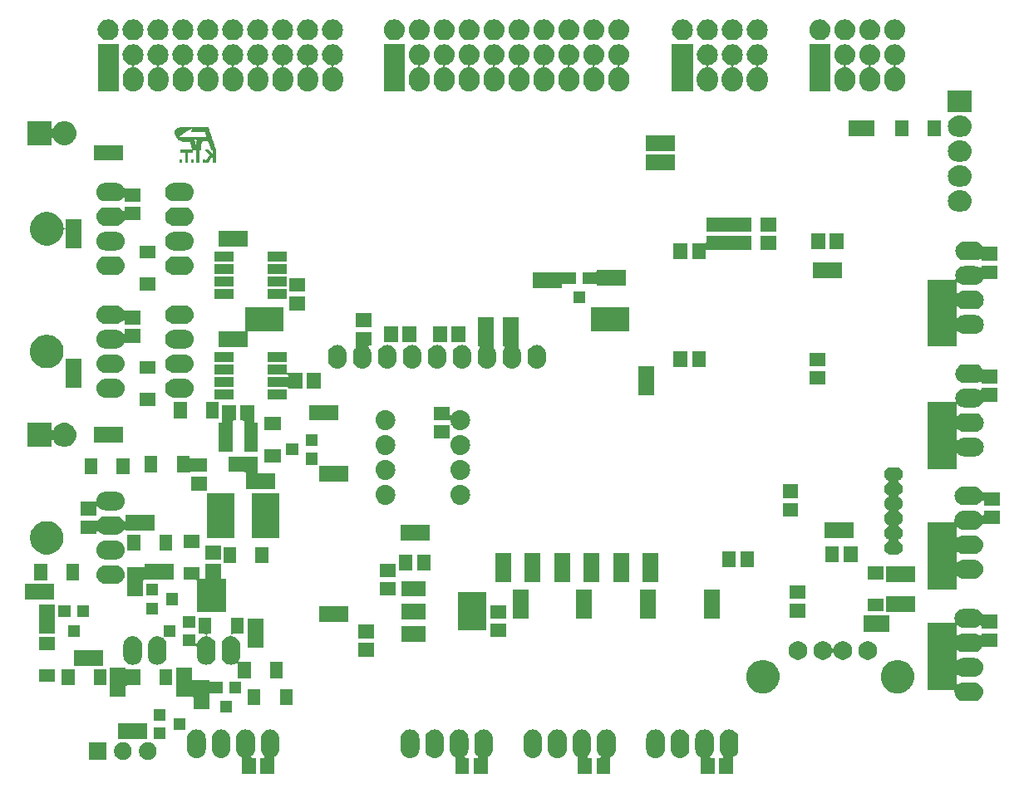
<source format=gbr>
G04 #@! TF.GenerationSoftware,KiCad,Pcbnew,(5.0.2)-1*
G04 #@! TF.CreationDate,2019-03-18T19:52:05+09:00*
G04 #@! TF.ProjectId,stm32f4_Centaurus,73746d33-3266-4345-9f43-656e74617572,rev?*
G04 #@! TF.SameCoordinates,Original*
G04 #@! TF.FileFunction,Soldermask,Bot*
G04 #@! TF.FilePolarity,Negative*
%FSLAX46Y46*%
G04 Gerber Fmt 4.6, Leading zero omitted, Abs format (unit mm)*
G04 Created by KiCad (PCBNEW (5.0.2)-1) date 2019/03/18 19:52:05*
%MOMM*%
%LPD*%
G01*
G04 APERTURE LIST*
%ADD10C,0.010000*%
%ADD11C,0.100000*%
G04 APERTURE END LIST*
D10*
G04 #@! TO.C,U10*
G36*
X69013543Y-75016712D02*
X69013814Y-75052841D01*
X69014514Y-75086325D01*
X69015551Y-75114309D01*
X69016833Y-75133936D01*
X69017519Y-75139616D01*
X69021426Y-75163251D01*
X69234069Y-75163251D01*
X69234069Y-74917444D01*
X69013474Y-74917444D01*
X69013543Y-75016712D01*
X69013543Y-75016712D01*
G37*
X69013543Y-75016712D02*
X69013814Y-75052841D01*
X69014514Y-75086325D01*
X69015551Y-75114309D01*
X69016833Y-75133936D01*
X69017519Y-75139616D01*
X69021426Y-75163251D01*
X69234069Y-75163251D01*
X69234069Y-74917444D01*
X69013474Y-74917444D01*
X69013543Y-75016712D01*
G36*
X69711501Y-73910551D02*
X69123771Y-73912159D01*
X69123771Y-74145360D01*
X69358548Y-74147013D01*
X69593325Y-74148665D01*
X69593325Y-74648395D01*
X69593370Y-74744941D01*
X69593513Y-74829511D01*
X69593763Y-74902734D01*
X69594129Y-74965239D01*
X69594620Y-75017655D01*
X69595246Y-75060610D01*
X69596016Y-75094734D01*
X69596940Y-75120656D01*
X69598027Y-75139004D01*
X69599287Y-75150408D01*
X69600728Y-75155496D01*
X69600888Y-75155688D01*
X69609422Y-75158920D01*
X69628092Y-75161220D01*
X69657651Y-75162638D01*
X69698853Y-75163227D01*
X69710964Y-75163251D01*
X69749271Y-75163150D01*
X69776888Y-75162703D01*
X69795730Y-75161696D01*
X69807709Y-75159916D01*
X69814742Y-75157148D01*
X69818742Y-75153179D01*
X69820001Y-75151060D01*
X69821400Y-75141991D01*
X69822631Y-75120340D01*
X69823694Y-75086131D01*
X69824588Y-75039385D01*
X69825314Y-74980126D01*
X69825870Y-74908375D01*
X69826257Y-74824157D01*
X69826474Y-74727494D01*
X69826526Y-74643690D01*
X69826526Y-74148511D01*
X70053874Y-74148511D01*
X70115101Y-74148439D01*
X70164892Y-74148192D01*
X70204415Y-74147725D01*
X70234838Y-74146995D01*
X70257331Y-74145956D01*
X70273061Y-74144564D01*
X70283197Y-74142776D01*
X70288908Y-74140545D01*
X70290227Y-74139508D01*
X70293634Y-74133512D01*
X70296110Y-74122257D01*
X70297778Y-74104096D01*
X70298764Y-74077381D01*
X70299189Y-74040467D01*
X70299230Y-74019723D01*
X70299230Y-73908943D01*
X69711501Y-73910551D01*
X69711501Y-73910551D01*
G37*
X69711501Y-73910551D02*
X69123771Y-73912159D01*
X69123771Y-74145360D01*
X69358548Y-74147013D01*
X69593325Y-74148665D01*
X69593325Y-74648395D01*
X69593370Y-74744941D01*
X69593513Y-74829511D01*
X69593763Y-74902734D01*
X69594129Y-74965239D01*
X69594620Y-75017655D01*
X69595246Y-75060610D01*
X69596016Y-75094734D01*
X69596940Y-75120656D01*
X69598027Y-75139004D01*
X69599287Y-75150408D01*
X69600728Y-75155496D01*
X69600888Y-75155688D01*
X69609422Y-75158920D01*
X69628092Y-75161220D01*
X69657651Y-75162638D01*
X69698853Y-75163227D01*
X69710964Y-75163251D01*
X69749271Y-75163150D01*
X69776888Y-75162703D01*
X69795730Y-75161696D01*
X69807709Y-75159916D01*
X69814742Y-75157148D01*
X69818742Y-75153179D01*
X69820001Y-75151060D01*
X69821400Y-75141991D01*
X69822631Y-75120340D01*
X69823694Y-75086131D01*
X69824588Y-75039385D01*
X69825314Y-74980126D01*
X69825870Y-74908375D01*
X69826257Y-74824157D01*
X69826474Y-74727494D01*
X69826526Y-74643690D01*
X69826526Y-74148511D01*
X70053874Y-74148511D01*
X70115101Y-74148439D01*
X70164892Y-74148192D01*
X70204415Y-74147725D01*
X70234838Y-74146995D01*
X70257331Y-74145956D01*
X70273061Y-74144564D01*
X70283197Y-74142776D01*
X70288908Y-74140545D01*
X70290227Y-74139508D01*
X70293634Y-74133512D01*
X70296110Y-74122257D01*
X70297778Y-74104096D01*
X70298764Y-74077381D01*
X70299189Y-74040467D01*
X70299230Y-74019723D01*
X70299230Y-73908943D01*
X69711501Y-73910551D01*
G36*
X70185781Y-75163251D02*
X70299428Y-75163251D01*
X70342419Y-75163030D01*
X70374168Y-75162306D01*
X70396031Y-75160984D01*
X70409365Y-75158970D01*
X70415526Y-75156170D01*
X70416180Y-75155161D01*
X70417087Y-75146491D01*
X70417697Y-75127404D01*
X70417983Y-75100082D01*
X70417922Y-75066709D01*
X70417558Y-75033833D01*
X70415831Y-74920596D01*
X70185781Y-74917160D01*
X70185781Y-75163251D01*
X70185781Y-75163251D01*
G37*
X70185781Y-75163251D02*
X70299428Y-75163251D01*
X70342419Y-75163030D01*
X70374168Y-75162306D01*
X70396031Y-75160984D01*
X70409365Y-75158970D01*
X70415526Y-75156170D01*
X70416180Y-75155161D01*
X70417087Y-75146491D01*
X70417697Y-75127404D01*
X70417983Y-75100082D01*
X70417922Y-75066709D01*
X70417558Y-75033833D01*
X70415831Y-74920596D01*
X70185781Y-74917160D01*
X70185781Y-75163251D01*
G36*
X71364125Y-75163251D02*
X71591556Y-75163251D01*
X71589848Y-75038772D01*
X71588139Y-74914293D01*
X71367543Y-74914293D01*
X71364125Y-75163251D01*
X71364125Y-75163251D01*
G37*
X71364125Y-75163251D02*
X71591556Y-75163251D01*
X71589848Y-75038772D01*
X71588139Y-74914293D01*
X71367543Y-74914293D01*
X71364125Y-75163251D01*
G36*
X71293264Y-71646375D02*
X71201575Y-71646446D01*
X71114218Y-71646636D01*
X71032029Y-71646939D01*
X70955845Y-71647347D01*
X70886504Y-71647851D01*
X70824843Y-71648443D01*
X70771699Y-71649117D01*
X70727909Y-71649863D01*
X70694309Y-71650674D01*
X70671738Y-71651542D01*
X70661637Y-71652350D01*
X70635126Y-71656427D01*
X70608508Y-71660397D01*
X70595459Y-71662280D01*
X70562039Y-71669215D01*
X70522223Y-71680859D01*
X70480539Y-71695633D01*
X70441515Y-71711956D01*
X70414777Y-71725333D01*
X70361867Y-71761802D01*
X70316174Y-71807687D01*
X70278800Y-71861379D01*
X70250847Y-71921270D01*
X70233417Y-71985753D01*
X70232459Y-71991374D01*
X70229132Y-72011830D01*
X70911293Y-72013434D01*
X71593455Y-72015038D01*
X71620153Y-72093822D01*
X71628670Y-72118922D01*
X71640551Y-72153882D01*
X71655091Y-72196631D01*
X71671584Y-72245098D01*
X71689327Y-72297212D01*
X71707614Y-72350902D01*
X71719880Y-72386899D01*
X71736669Y-72436202D01*
X71752100Y-72481592D01*
X71765717Y-72521722D01*
X71777065Y-72555248D01*
X71785689Y-72580824D01*
X71791132Y-72597105D01*
X71792944Y-72602741D01*
X71786736Y-72602890D01*
X71768474Y-72603048D01*
X71738708Y-72603215D01*
X71697990Y-72603389D01*
X71646871Y-72603569D01*
X71585901Y-72603754D01*
X71515632Y-72603942D01*
X71436614Y-72604133D01*
X71349399Y-72604326D01*
X71254538Y-72604518D01*
X71152581Y-72604710D01*
X71044080Y-72604899D01*
X70929586Y-72605085D01*
X70809650Y-72605266D01*
X70684822Y-72605442D01*
X70555654Y-72605611D01*
X70422697Y-72605771D01*
X70314987Y-72605892D01*
X70179418Y-72606023D01*
X70047200Y-72606120D01*
X69918886Y-72606182D01*
X69795027Y-72606212D01*
X69676172Y-72606210D01*
X69562874Y-72606177D01*
X69455684Y-72606113D01*
X69355152Y-72606019D01*
X69261829Y-72605897D01*
X69176267Y-72605746D01*
X69099016Y-72605569D01*
X69030628Y-72605365D01*
X68971653Y-72605135D01*
X68922643Y-72604881D01*
X68884148Y-72604603D01*
X68856721Y-72604301D01*
X68840911Y-72603978D01*
X68836997Y-72603706D01*
X68841892Y-72597800D01*
X68855853Y-72585250D01*
X68877798Y-72566884D01*
X68906643Y-72543535D01*
X68941307Y-72516031D01*
X68980705Y-72485202D01*
X69023754Y-72451880D01*
X69069372Y-72416895D01*
X69116476Y-72381076D01*
X69163982Y-72345254D01*
X69210808Y-72310259D01*
X69255870Y-72276921D01*
X69298085Y-72246071D01*
X69336371Y-72218539D01*
X69369644Y-72195155D01*
X69372729Y-72193025D01*
X69417258Y-72162873D01*
X69468514Y-72129057D01*
X69523827Y-72093268D01*
X69580526Y-72057200D01*
X69635941Y-72022547D01*
X69687401Y-71991000D01*
X69732235Y-71964254D01*
X69747742Y-71955265D01*
X69782268Y-71935999D01*
X69823109Y-71914070D01*
X69867820Y-71890710D01*
X69913957Y-71867154D01*
X69959075Y-71844632D01*
X70000730Y-71824379D01*
X70036478Y-71807627D01*
X70063873Y-71795609D01*
X70066029Y-71794727D01*
X70088628Y-71785448D01*
X70107995Y-71777286D01*
X70119603Y-71772161D01*
X70150474Y-71758902D01*
X70189081Y-71744392D01*
X70233234Y-71729263D01*
X70280746Y-71714143D01*
X70329427Y-71699665D01*
X70377089Y-71686457D01*
X70421543Y-71675150D01*
X70460602Y-71666375D01*
X70492076Y-71660763D01*
X70512706Y-71658933D01*
X70526330Y-71657102D01*
X70532410Y-71652664D01*
X70532431Y-71652359D01*
X70526286Y-71651259D01*
X70508476Y-71650296D01*
X70479943Y-71649466D01*
X70441627Y-71648765D01*
X70394469Y-71648189D01*
X70339409Y-71647735D01*
X70277388Y-71647399D01*
X70209346Y-71647177D01*
X70136225Y-71647064D01*
X70058964Y-71647058D01*
X69978504Y-71647155D01*
X69895787Y-71647350D01*
X69811752Y-71647639D01*
X69727340Y-71648020D01*
X69643492Y-71648488D01*
X69561148Y-71649039D01*
X69481248Y-71649670D01*
X69404735Y-71650377D01*
X69332547Y-71651155D01*
X69265626Y-71652002D01*
X69204913Y-71652913D01*
X69151347Y-71653884D01*
X69105870Y-71654912D01*
X69069421Y-71655993D01*
X69042943Y-71657122D01*
X69027375Y-71658297D01*
X69026079Y-71658471D01*
X68948678Y-71672962D01*
X68874563Y-71692585D01*
X68805623Y-71716604D01*
X68743749Y-71744285D01*
X68690829Y-71774890D01*
X68653060Y-71803753D01*
X68609398Y-71850950D01*
X68573938Y-71906647D01*
X68547588Y-71969065D01*
X68531254Y-72036423D01*
X68529932Y-72045319D01*
X68527626Y-72070502D01*
X68526241Y-72103288D01*
X68525778Y-72139631D01*
X68526238Y-72175487D01*
X68527622Y-72206810D01*
X68529895Y-72229330D01*
X68547632Y-72314435D01*
X68573369Y-72400763D01*
X68606013Y-72485951D01*
X68644474Y-72567635D01*
X68687659Y-72643451D01*
X68734475Y-72711034D01*
X68773977Y-72757764D01*
X68828378Y-72809225D01*
X68892887Y-72857873D01*
X68968473Y-72904399D01*
X69013594Y-72928555D01*
X69074831Y-72958317D01*
X69132432Y-72982637D01*
X69189862Y-73002632D01*
X69250584Y-73019418D01*
X69318062Y-73034115D01*
X69370212Y-73043594D01*
X69386999Y-73046112D01*
X69406390Y-73048280D01*
X69429550Y-73050142D01*
X69457643Y-73051739D01*
X69491835Y-73053113D01*
X69533289Y-73054308D01*
X69583170Y-73055364D01*
X69642641Y-73056326D01*
X69712869Y-73057235D01*
X69759715Y-73057762D01*
X70086825Y-73061291D01*
X70119749Y-73184194D01*
X70132899Y-73233462D01*
X70147833Y-73289731D01*
X70164076Y-73351179D01*
X70181149Y-73415981D01*
X70198576Y-73482316D01*
X70215878Y-73548359D01*
X70232579Y-73612288D01*
X70248202Y-73672278D01*
X70262269Y-73726509D01*
X70274303Y-73773155D01*
X70283826Y-73810394D01*
X70287643Y-73825497D01*
X70308617Y-73909008D01*
X70522943Y-73909008D01*
X70737270Y-73909007D01*
X70737270Y-75160100D01*
X70957866Y-75160100D01*
X70957866Y-73909007D01*
X71059474Y-73909007D01*
X71161083Y-73909008D01*
X71164939Y-73841253D01*
X71165875Y-73819961D01*
X71166916Y-73787850D01*
X71168021Y-73746704D01*
X71169149Y-73698310D01*
X71170260Y-73644452D01*
X71171312Y-73586916D01*
X71172266Y-73527486D01*
X71172537Y-73508784D01*
X71173606Y-73438300D01*
X71174734Y-73379123D01*
X71176054Y-73329957D01*
X71177698Y-73289504D01*
X71179797Y-73256467D01*
X71182484Y-73229548D01*
X71185890Y-73207450D01*
X71190147Y-73188875D01*
X71195388Y-73172527D01*
X71201743Y-73157107D01*
X71209346Y-73141319D01*
X71210041Y-73139945D01*
X71238755Y-73095383D01*
X71275605Y-73059924D01*
X71315210Y-73035455D01*
X71335036Y-73025872D01*
X71353931Y-73017928D01*
X71373295Y-73011473D01*
X71394531Y-73006353D01*
X71419041Y-73002417D01*
X71448226Y-72999512D01*
X71483489Y-72997485D01*
X71526233Y-72996185D01*
X71577858Y-72995460D01*
X71639767Y-72995156D01*
X71686565Y-72995112D01*
X71925978Y-72995112D01*
X71934492Y-73015596D01*
X71938796Y-73027004D01*
X71946504Y-73048514D01*
X71956975Y-73078289D01*
X71969565Y-73114492D01*
X71983632Y-73155287D01*
X71996765Y-73193648D01*
X72013339Y-73242181D01*
X72032854Y-73299248D01*
X72054150Y-73361465D01*
X72076067Y-73425445D01*
X72097447Y-73487803D01*
X72117130Y-73545153D01*
X72117627Y-73546601D01*
X72143371Y-73621568D01*
X72165312Y-73685479D01*
X72183744Y-73739201D01*
X72198962Y-73783599D01*
X72211262Y-73819538D01*
X72220939Y-73847884D01*
X72228288Y-73869502D01*
X72233604Y-73885257D01*
X72237182Y-73896015D01*
X72239317Y-73902641D01*
X72240305Y-73906001D01*
X72240471Y-73906862D01*
X72246418Y-73907595D01*
X72262834Y-73908220D01*
X72287584Y-73908691D01*
X72318531Y-73908961D01*
X72338838Y-73909008D01*
X72376184Y-73909132D01*
X72402628Y-73909624D01*
X72419871Y-73910664D01*
X72429617Y-73912430D01*
X72433567Y-73915103D01*
X72433422Y-73918862D01*
X72433379Y-73918977D01*
X72432550Y-73927266D01*
X72431778Y-73946776D01*
X72431083Y-73976125D01*
X72430485Y-74013929D01*
X72430004Y-74058806D01*
X72429661Y-74109371D01*
X72429475Y-74164242D01*
X72429449Y-74188419D01*
X72429345Y-74447891D01*
X72342660Y-74359653D01*
X72317395Y-74333897D01*
X72285067Y-74300883D01*
X72247408Y-74262382D01*
X72206151Y-74220165D01*
X72163025Y-74176005D01*
X72119765Y-74131675D01*
X72087837Y-74098933D01*
X72049615Y-74059942D01*
X72013562Y-74023580D01*
X71980752Y-73990899D01*
X71952259Y-73962952D01*
X71929159Y-73940793D01*
X71912525Y-73925473D01*
X71903434Y-73918046D01*
X71902888Y-73917729D01*
X71891563Y-73914908D01*
X71870814Y-73912577D01*
X71842767Y-73910747D01*
X71809551Y-73909428D01*
X71773292Y-73908628D01*
X71736118Y-73908360D01*
X71700154Y-73908632D01*
X71667529Y-73909454D01*
X71640370Y-73910838D01*
X71620803Y-73912791D01*
X71610955Y-73915326D01*
X71610198Y-73916352D01*
X71614567Y-73921996D01*
X71627147Y-73935667D01*
X71647152Y-73956565D01*
X71673792Y-73983890D01*
X71706281Y-74016844D01*
X71743831Y-74054627D01*
X71785654Y-74096439D01*
X71830961Y-74141481D01*
X71873337Y-74183399D01*
X71928466Y-74237819D01*
X71975265Y-74284084D01*
X72014377Y-74322890D01*
X72046443Y-74354936D01*
X72072106Y-74380920D01*
X72092009Y-74401540D01*
X72106795Y-74417494D01*
X72117104Y-74429479D01*
X72123581Y-74438193D01*
X72126867Y-74444335D01*
X72127604Y-74448603D01*
X72126436Y-74451694D01*
X72124005Y-74454306D01*
X72123292Y-74454950D01*
X72114391Y-74464727D01*
X72100285Y-74482223D01*
X72083015Y-74504841D01*
X72066994Y-74526675D01*
X72044008Y-74558456D01*
X72018084Y-74594079D01*
X71993284Y-74627969D01*
X71982019Y-74643276D01*
X71961492Y-74671174D01*
X71936712Y-74704974D01*
X71910830Y-74740373D01*
X71887423Y-74772482D01*
X71864463Y-74804015D01*
X71840439Y-74836969D01*
X71818134Y-74867529D01*
X71800328Y-74891884D01*
X71799651Y-74892808D01*
X71782677Y-74916021D01*
X71760850Y-74945917D01*
X71736732Y-74978987D01*
X71712883Y-75011721D01*
X71707891Y-75018578D01*
X71686179Y-75048334D01*
X71665283Y-75076852D01*
X71647163Y-75101463D01*
X71633779Y-75119499D01*
X71630495Y-75123873D01*
X71619668Y-75140051D01*
X71613772Y-75152597D01*
X71613535Y-75157248D01*
X71621050Y-75159554D01*
X71638855Y-75161298D01*
X71664645Y-75162498D01*
X71696119Y-75163170D01*
X71730973Y-75163332D01*
X71766904Y-75163004D01*
X71801609Y-75162202D01*
X71832785Y-75160944D01*
X71858130Y-75159248D01*
X71875339Y-75157132D01*
X71881672Y-75155172D01*
X71889540Y-75146943D01*
X71902579Y-75131108D01*
X71918643Y-75110328D01*
X71928491Y-75097072D01*
X71949405Y-75068539D01*
X71972291Y-75037372D01*
X71993028Y-75009183D01*
X71997930Y-75002531D01*
X72011644Y-74983832D01*
X72031045Y-74957242D01*
X72054440Y-74925088D01*
X72080136Y-74889698D01*
X72106439Y-74853401D01*
X72111830Y-74845953D01*
X72154407Y-74787128D01*
X72190102Y-74737854D01*
X72219405Y-74697459D01*
X72242805Y-74665268D01*
X72260792Y-74640608D01*
X72273856Y-74622805D01*
X72281855Y-74612026D01*
X72294877Y-74594649D01*
X72365366Y-74662195D01*
X72435856Y-74729741D01*
X72435856Y-75156948D01*
X72662754Y-75156948D01*
X72662754Y-73917787D01*
X72510914Y-73467479D01*
X72484997Y-73390633D01*
X72459098Y-73313865D01*
X72433675Y-73238535D01*
X72409190Y-73166005D01*
X72386100Y-73097636D01*
X72364866Y-73034787D01*
X72345947Y-72978820D01*
X72329803Y-72931096D01*
X72316894Y-72892975D01*
X72315763Y-72889638D01*
X70840599Y-72889638D01*
X70814691Y-72927789D01*
X70799557Y-72952675D01*
X70783363Y-72983392D01*
X70769267Y-73013891D01*
X70767478Y-73018199D01*
X70759421Y-73038336D01*
X70752516Y-73057001D01*
X70746669Y-73075327D01*
X70741789Y-73094446D01*
X70737782Y-73115492D01*
X70734556Y-73139595D01*
X70732018Y-73167888D01*
X70730076Y-73201503D01*
X70728637Y-73241574D01*
X70727608Y-73289231D01*
X70726896Y-73345608D01*
X70726410Y-73411837D01*
X70726055Y-73489049D01*
X70725920Y-73526096D01*
X70725634Y-73591934D01*
X70725257Y-73653851D01*
X70724805Y-73710727D01*
X70724291Y-73761441D01*
X70723729Y-73804875D01*
X70723133Y-73839906D01*
X70722517Y-73865416D01*
X70721896Y-73880283D01*
X70721433Y-73883776D01*
X70718678Y-73878085D01*
X70713916Y-73862772D01*
X70707937Y-73840508D01*
X70704230Y-73825497D01*
X70697733Y-73798948D01*
X70688952Y-73763854D01*
X70678810Y-73723863D01*
X70668229Y-73682620D01*
X70662381Y-73660050D01*
X70651369Y-73617729D01*
X70639652Y-73572703D01*
X70628348Y-73529265D01*
X70618573Y-73491710D01*
X70614814Y-73477271D01*
X70594670Y-73400368D01*
X70572156Y-73315265D01*
X70548316Y-73225895D01*
X70526095Y-73143226D01*
X70517600Y-73111584D01*
X70506700Y-73070742D01*
X70494190Y-73023693D01*
X70480864Y-72973431D01*
X70467519Y-72922948D01*
X70459957Y-72894268D01*
X70447680Y-72847749D01*
X70435602Y-72802156D01*
X70424355Y-72759866D01*
X70414574Y-72723253D01*
X70406889Y-72694696D01*
X70402920Y-72680128D01*
X70396506Y-72656166D01*
X70391837Y-72637435D01*
X70389603Y-72626765D01*
X70389568Y-72625354D01*
X70393743Y-72629355D01*
X70403781Y-72641205D01*
X70417884Y-72658746D01*
X70425436Y-72668382D01*
X70482918Y-72733137D01*
X70546012Y-72787012D01*
X70614238Y-72829728D01*
X70687117Y-72861009D01*
X70764171Y-72880577D01*
X70799671Y-72885445D01*
X70840599Y-72889638D01*
X72315763Y-72889638D01*
X72309851Y-72872209D01*
X72275128Y-72769997D01*
X72242444Y-72673875D01*
X72212121Y-72584797D01*
X72184486Y-72503713D01*
X72159861Y-72431575D01*
X72138572Y-72369334D01*
X72120943Y-72317943D01*
X72118647Y-72311266D01*
X72109060Y-72283318D01*
X72096057Y-72245299D01*
X72080275Y-72199075D01*
X72062350Y-72146514D01*
X72042919Y-72089480D01*
X72022616Y-72029840D01*
X72002080Y-71969459D01*
X71992638Y-71941681D01*
X71973569Y-71885731D01*
X71955536Y-71833139D01*
X71938983Y-71785175D01*
X71924353Y-71743113D01*
X71912090Y-71708222D01*
X71902639Y-71681776D01*
X71896442Y-71665045D01*
X71894196Y-71659634D01*
X71887075Y-71646328D01*
X71293264Y-71646375D01*
X71293264Y-71646375D01*
G37*
X71293264Y-71646375D02*
X71201575Y-71646446D01*
X71114218Y-71646636D01*
X71032029Y-71646939D01*
X70955845Y-71647347D01*
X70886504Y-71647851D01*
X70824843Y-71648443D01*
X70771699Y-71649117D01*
X70727909Y-71649863D01*
X70694309Y-71650674D01*
X70671738Y-71651542D01*
X70661637Y-71652350D01*
X70635126Y-71656427D01*
X70608508Y-71660397D01*
X70595459Y-71662280D01*
X70562039Y-71669215D01*
X70522223Y-71680859D01*
X70480539Y-71695633D01*
X70441515Y-71711956D01*
X70414777Y-71725333D01*
X70361867Y-71761802D01*
X70316174Y-71807687D01*
X70278800Y-71861379D01*
X70250847Y-71921270D01*
X70233417Y-71985753D01*
X70232459Y-71991374D01*
X70229132Y-72011830D01*
X70911293Y-72013434D01*
X71593455Y-72015038D01*
X71620153Y-72093822D01*
X71628670Y-72118922D01*
X71640551Y-72153882D01*
X71655091Y-72196631D01*
X71671584Y-72245098D01*
X71689327Y-72297212D01*
X71707614Y-72350902D01*
X71719880Y-72386899D01*
X71736669Y-72436202D01*
X71752100Y-72481592D01*
X71765717Y-72521722D01*
X71777065Y-72555248D01*
X71785689Y-72580824D01*
X71791132Y-72597105D01*
X71792944Y-72602741D01*
X71786736Y-72602890D01*
X71768474Y-72603048D01*
X71738708Y-72603215D01*
X71697990Y-72603389D01*
X71646871Y-72603569D01*
X71585901Y-72603754D01*
X71515632Y-72603942D01*
X71436614Y-72604133D01*
X71349399Y-72604326D01*
X71254538Y-72604518D01*
X71152581Y-72604710D01*
X71044080Y-72604899D01*
X70929586Y-72605085D01*
X70809650Y-72605266D01*
X70684822Y-72605442D01*
X70555654Y-72605611D01*
X70422697Y-72605771D01*
X70314987Y-72605892D01*
X70179418Y-72606023D01*
X70047200Y-72606120D01*
X69918886Y-72606182D01*
X69795027Y-72606212D01*
X69676172Y-72606210D01*
X69562874Y-72606177D01*
X69455684Y-72606113D01*
X69355152Y-72606019D01*
X69261829Y-72605897D01*
X69176267Y-72605746D01*
X69099016Y-72605569D01*
X69030628Y-72605365D01*
X68971653Y-72605135D01*
X68922643Y-72604881D01*
X68884148Y-72604603D01*
X68856721Y-72604301D01*
X68840911Y-72603978D01*
X68836997Y-72603706D01*
X68841892Y-72597800D01*
X68855853Y-72585250D01*
X68877798Y-72566884D01*
X68906643Y-72543535D01*
X68941307Y-72516031D01*
X68980705Y-72485202D01*
X69023754Y-72451880D01*
X69069372Y-72416895D01*
X69116476Y-72381076D01*
X69163982Y-72345254D01*
X69210808Y-72310259D01*
X69255870Y-72276921D01*
X69298085Y-72246071D01*
X69336371Y-72218539D01*
X69369644Y-72195155D01*
X69372729Y-72193025D01*
X69417258Y-72162873D01*
X69468514Y-72129057D01*
X69523827Y-72093268D01*
X69580526Y-72057200D01*
X69635941Y-72022547D01*
X69687401Y-71991000D01*
X69732235Y-71964254D01*
X69747742Y-71955265D01*
X69782268Y-71935999D01*
X69823109Y-71914070D01*
X69867820Y-71890710D01*
X69913957Y-71867154D01*
X69959075Y-71844632D01*
X70000730Y-71824379D01*
X70036478Y-71807627D01*
X70063873Y-71795609D01*
X70066029Y-71794727D01*
X70088628Y-71785448D01*
X70107995Y-71777286D01*
X70119603Y-71772161D01*
X70150474Y-71758902D01*
X70189081Y-71744392D01*
X70233234Y-71729263D01*
X70280746Y-71714143D01*
X70329427Y-71699665D01*
X70377089Y-71686457D01*
X70421543Y-71675150D01*
X70460602Y-71666375D01*
X70492076Y-71660763D01*
X70512706Y-71658933D01*
X70526330Y-71657102D01*
X70532410Y-71652664D01*
X70532431Y-71652359D01*
X70526286Y-71651259D01*
X70508476Y-71650296D01*
X70479943Y-71649466D01*
X70441627Y-71648765D01*
X70394469Y-71648189D01*
X70339409Y-71647735D01*
X70277388Y-71647399D01*
X70209346Y-71647177D01*
X70136225Y-71647064D01*
X70058964Y-71647058D01*
X69978504Y-71647155D01*
X69895787Y-71647350D01*
X69811752Y-71647639D01*
X69727340Y-71648020D01*
X69643492Y-71648488D01*
X69561148Y-71649039D01*
X69481248Y-71649670D01*
X69404735Y-71650377D01*
X69332547Y-71651155D01*
X69265626Y-71652002D01*
X69204913Y-71652913D01*
X69151347Y-71653884D01*
X69105870Y-71654912D01*
X69069421Y-71655993D01*
X69042943Y-71657122D01*
X69027375Y-71658297D01*
X69026079Y-71658471D01*
X68948678Y-71672962D01*
X68874563Y-71692585D01*
X68805623Y-71716604D01*
X68743749Y-71744285D01*
X68690829Y-71774890D01*
X68653060Y-71803753D01*
X68609398Y-71850950D01*
X68573938Y-71906647D01*
X68547588Y-71969065D01*
X68531254Y-72036423D01*
X68529932Y-72045319D01*
X68527626Y-72070502D01*
X68526241Y-72103288D01*
X68525778Y-72139631D01*
X68526238Y-72175487D01*
X68527622Y-72206810D01*
X68529895Y-72229330D01*
X68547632Y-72314435D01*
X68573369Y-72400763D01*
X68606013Y-72485951D01*
X68644474Y-72567635D01*
X68687659Y-72643451D01*
X68734475Y-72711034D01*
X68773977Y-72757764D01*
X68828378Y-72809225D01*
X68892887Y-72857873D01*
X68968473Y-72904399D01*
X69013594Y-72928555D01*
X69074831Y-72958317D01*
X69132432Y-72982637D01*
X69189862Y-73002632D01*
X69250584Y-73019418D01*
X69318062Y-73034115D01*
X69370212Y-73043594D01*
X69386999Y-73046112D01*
X69406390Y-73048280D01*
X69429550Y-73050142D01*
X69457643Y-73051739D01*
X69491835Y-73053113D01*
X69533289Y-73054308D01*
X69583170Y-73055364D01*
X69642641Y-73056326D01*
X69712869Y-73057235D01*
X69759715Y-73057762D01*
X70086825Y-73061291D01*
X70119749Y-73184194D01*
X70132899Y-73233462D01*
X70147833Y-73289731D01*
X70164076Y-73351179D01*
X70181149Y-73415981D01*
X70198576Y-73482316D01*
X70215878Y-73548359D01*
X70232579Y-73612288D01*
X70248202Y-73672278D01*
X70262269Y-73726509D01*
X70274303Y-73773155D01*
X70283826Y-73810394D01*
X70287643Y-73825497D01*
X70308617Y-73909008D01*
X70522943Y-73909008D01*
X70737270Y-73909007D01*
X70737270Y-75160100D01*
X70957866Y-75160100D01*
X70957866Y-73909007D01*
X71059474Y-73909007D01*
X71161083Y-73909008D01*
X71164939Y-73841253D01*
X71165875Y-73819961D01*
X71166916Y-73787850D01*
X71168021Y-73746704D01*
X71169149Y-73698310D01*
X71170260Y-73644452D01*
X71171312Y-73586916D01*
X71172266Y-73527486D01*
X71172537Y-73508784D01*
X71173606Y-73438300D01*
X71174734Y-73379123D01*
X71176054Y-73329957D01*
X71177698Y-73289504D01*
X71179797Y-73256467D01*
X71182484Y-73229548D01*
X71185890Y-73207450D01*
X71190147Y-73188875D01*
X71195388Y-73172527D01*
X71201743Y-73157107D01*
X71209346Y-73141319D01*
X71210041Y-73139945D01*
X71238755Y-73095383D01*
X71275605Y-73059924D01*
X71315210Y-73035455D01*
X71335036Y-73025872D01*
X71353931Y-73017928D01*
X71373295Y-73011473D01*
X71394531Y-73006353D01*
X71419041Y-73002417D01*
X71448226Y-72999512D01*
X71483489Y-72997485D01*
X71526233Y-72996185D01*
X71577858Y-72995460D01*
X71639767Y-72995156D01*
X71686565Y-72995112D01*
X71925978Y-72995112D01*
X71934492Y-73015596D01*
X71938796Y-73027004D01*
X71946504Y-73048514D01*
X71956975Y-73078289D01*
X71969565Y-73114492D01*
X71983632Y-73155287D01*
X71996765Y-73193648D01*
X72013339Y-73242181D01*
X72032854Y-73299248D01*
X72054150Y-73361465D01*
X72076067Y-73425445D01*
X72097447Y-73487803D01*
X72117130Y-73545153D01*
X72117627Y-73546601D01*
X72143371Y-73621568D01*
X72165312Y-73685479D01*
X72183744Y-73739201D01*
X72198962Y-73783599D01*
X72211262Y-73819538D01*
X72220939Y-73847884D01*
X72228288Y-73869502D01*
X72233604Y-73885257D01*
X72237182Y-73896015D01*
X72239317Y-73902641D01*
X72240305Y-73906001D01*
X72240471Y-73906862D01*
X72246418Y-73907595D01*
X72262834Y-73908220D01*
X72287584Y-73908691D01*
X72318531Y-73908961D01*
X72338838Y-73909008D01*
X72376184Y-73909132D01*
X72402628Y-73909624D01*
X72419871Y-73910664D01*
X72429617Y-73912430D01*
X72433567Y-73915103D01*
X72433422Y-73918862D01*
X72433379Y-73918977D01*
X72432550Y-73927266D01*
X72431778Y-73946776D01*
X72431083Y-73976125D01*
X72430485Y-74013929D01*
X72430004Y-74058806D01*
X72429661Y-74109371D01*
X72429475Y-74164242D01*
X72429449Y-74188419D01*
X72429345Y-74447891D01*
X72342660Y-74359653D01*
X72317395Y-74333897D01*
X72285067Y-74300883D01*
X72247408Y-74262382D01*
X72206151Y-74220165D01*
X72163025Y-74176005D01*
X72119765Y-74131675D01*
X72087837Y-74098933D01*
X72049615Y-74059942D01*
X72013562Y-74023580D01*
X71980752Y-73990899D01*
X71952259Y-73962952D01*
X71929159Y-73940793D01*
X71912525Y-73925473D01*
X71903434Y-73918046D01*
X71902888Y-73917729D01*
X71891563Y-73914908D01*
X71870814Y-73912577D01*
X71842767Y-73910747D01*
X71809551Y-73909428D01*
X71773292Y-73908628D01*
X71736118Y-73908360D01*
X71700154Y-73908632D01*
X71667529Y-73909454D01*
X71640370Y-73910838D01*
X71620803Y-73912791D01*
X71610955Y-73915326D01*
X71610198Y-73916352D01*
X71614567Y-73921996D01*
X71627147Y-73935667D01*
X71647152Y-73956565D01*
X71673792Y-73983890D01*
X71706281Y-74016844D01*
X71743831Y-74054627D01*
X71785654Y-74096439D01*
X71830961Y-74141481D01*
X71873337Y-74183399D01*
X71928466Y-74237819D01*
X71975265Y-74284084D01*
X72014377Y-74322890D01*
X72046443Y-74354936D01*
X72072106Y-74380920D01*
X72092009Y-74401540D01*
X72106795Y-74417494D01*
X72117104Y-74429479D01*
X72123581Y-74438193D01*
X72126867Y-74444335D01*
X72127604Y-74448603D01*
X72126436Y-74451694D01*
X72124005Y-74454306D01*
X72123292Y-74454950D01*
X72114391Y-74464727D01*
X72100285Y-74482223D01*
X72083015Y-74504841D01*
X72066994Y-74526675D01*
X72044008Y-74558456D01*
X72018084Y-74594079D01*
X71993284Y-74627969D01*
X71982019Y-74643276D01*
X71961492Y-74671174D01*
X71936712Y-74704974D01*
X71910830Y-74740373D01*
X71887423Y-74772482D01*
X71864463Y-74804015D01*
X71840439Y-74836969D01*
X71818134Y-74867529D01*
X71800328Y-74891884D01*
X71799651Y-74892808D01*
X71782677Y-74916021D01*
X71760850Y-74945917D01*
X71736732Y-74978987D01*
X71712883Y-75011721D01*
X71707891Y-75018578D01*
X71686179Y-75048334D01*
X71665283Y-75076852D01*
X71647163Y-75101463D01*
X71633779Y-75119499D01*
X71630495Y-75123873D01*
X71619668Y-75140051D01*
X71613772Y-75152597D01*
X71613535Y-75157248D01*
X71621050Y-75159554D01*
X71638855Y-75161298D01*
X71664645Y-75162498D01*
X71696119Y-75163170D01*
X71730973Y-75163332D01*
X71766904Y-75163004D01*
X71801609Y-75162202D01*
X71832785Y-75160944D01*
X71858130Y-75159248D01*
X71875339Y-75157132D01*
X71881672Y-75155172D01*
X71889540Y-75146943D01*
X71902579Y-75131108D01*
X71918643Y-75110328D01*
X71928491Y-75097072D01*
X71949405Y-75068539D01*
X71972291Y-75037372D01*
X71993028Y-75009183D01*
X71997930Y-75002531D01*
X72011644Y-74983832D01*
X72031045Y-74957242D01*
X72054440Y-74925088D01*
X72080136Y-74889698D01*
X72106439Y-74853401D01*
X72111830Y-74845953D01*
X72154407Y-74787128D01*
X72190102Y-74737854D01*
X72219405Y-74697459D01*
X72242805Y-74665268D01*
X72260792Y-74640608D01*
X72273856Y-74622805D01*
X72281855Y-74612026D01*
X72294877Y-74594649D01*
X72365366Y-74662195D01*
X72435856Y-74729741D01*
X72435856Y-75156948D01*
X72662754Y-75156948D01*
X72662754Y-73917787D01*
X72510914Y-73467479D01*
X72484997Y-73390633D01*
X72459098Y-73313865D01*
X72433675Y-73238535D01*
X72409190Y-73166005D01*
X72386100Y-73097636D01*
X72364866Y-73034787D01*
X72345947Y-72978820D01*
X72329803Y-72931096D01*
X72316894Y-72892975D01*
X72315763Y-72889638D01*
X70840599Y-72889638D01*
X70814691Y-72927789D01*
X70799557Y-72952675D01*
X70783363Y-72983392D01*
X70769267Y-73013891D01*
X70767478Y-73018199D01*
X70759421Y-73038336D01*
X70752516Y-73057001D01*
X70746669Y-73075327D01*
X70741789Y-73094446D01*
X70737782Y-73115492D01*
X70734556Y-73139595D01*
X70732018Y-73167888D01*
X70730076Y-73201503D01*
X70728637Y-73241574D01*
X70727608Y-73289231D01*
X70726896Y-73345608D01*
X70726410Y-73411837D01*
X70726055Y-73489049D01*
X70725920Y-73526096D01*
X70725634Y-73591934D01*
X70725257Y-73653851D01*
X70724805Y-73710727D01*
X70724291Y-73761441D01*
X70723729Y-73804875D01*
X70723133Y-73839906D01*
X70722517Y-73865416D01*
X70721896Y-73880283D01*
X70721433Y-73883776D01*
X70718678Y-73878085D01*
X70713916Y-73862772D01*
X70707937Y-73840508D01*
X70704230Y-73825497D01*
X70697733Y-73798948D01*
X70688952Y-73763854D01*
X70678810Y-73723863D01*
X70668229Y-73682620D01*
X70662381Y-73660050D01*
X70651369Y-73617729D01*
X70639652Y-73572703D01*
X70628348Y-73529265D01*
X70618573Y-73491710D01*
X70614814Y-73477271D01*
X70594670Y-73400368D01*
X70572156Y-73315265D01*
X70548316Y-73225895D01*
X70526095Y-73143226D01*
X70517600Y-73111584D01*
X70506700Y-73070742D01*
X70494190Y-73023693D01*
X70480864Y-72973431D01*
X70467519Y-72922948D01*
X70459957Y-72894268D01*
X70447680Y-72847749D01*
X70435602Y-72802156D01*
X70424355Y-72759866D01*
X70414574Y-72723253D01*
X70406889Y-72694696D01*
X70402920Y-72680128D01*
X70396506Y-72656166D01*
X70391837Y-72637435D01*
X70389603Y-72626765D01*
X70389568Y-72625354D01*
X70393743Y-72629355D01*
X70403781Y-72641205D01*
X70417884Y-72658746D01*
X70425436Y-72668382D01*
X70482918Y-72733137D01*
X70546012Y-72787012D01*
X70614238Y-72829728D01*
X70687117Y-72861009D01*
X70764171Y-72880577D01*
X70799671Y-72885445D01*
X70840599Y-72889638D01*
X72315763Y-72889638D01*
X72309851Y-72872209D01*
X72275128Y-72769997D01*
X72242444Y-72673875D01*
X72212121Y-72584797D01*
X72184486Y-72503713D01*
X72159861Y-72431575D01*
X72138572Y-72369334D01*
X72120943Y-72317943D01*
X72118647Y-72311266D01*
X72109060Y-72283318D01*
X72096057Y-72245299D01*
X72080275Y-72199075D01*
X72062350Y-72146514D01*
X72042919Y-72089480D01*
X72022616Y-72029840D01*
X72002080Y-71969459D01*
X71992638Y-71941681D01*
X71973569Y-71885731D01*
X71955536Y-71833139D01*
X71938983Y-71785175D01*
X71924353Y-71743113D01*
X71912090Y-71708222D01*
X71902639Y-71681776D01*
X71896442Y-71665045D01*
X71894196Y-71659634D01*
X71887075Y-71646328D01*
X71293264Y-71646375D01*
D11*
G36*
X125186231Y-133063746D02*
X125275769Y-133090907D01*
X125365308Y-133118068D01*
X125530347Y-133206283D01*
X125675001Y-133324999D01*
X125793717Y-133469653D01*
X125881932Y-133634691D01*
X125936254Y-133813769D01*
X125950000Y-133953334D01*
X125950000Y-135046666D01*
X125936254Y-135186231D01*
X125881932Y-135365309D01*
X125793717Y-135530347D01*
X125675001Y-135675001D01*
X125530347Y-135793717D01*
X125466075Y-135828071D01*
X125445701Y-135841685D01*
X125428373Y-135859012D01*
X125414760Y-135879387D01*
X125405382Y-135902026D01*
X125400000Y-135938311D01*
X125400000Y-137550000D01*
X124000000Y-137550000D01*
X124000000Y-135950000D01*
X124310735Y-135950000D01*
X124335121Y-135947598D01*
X124358570Y-135940485D01*
X124380181Y-135928934D01*
X124399123Y-135913388D01*
X124414669Y-135894446D01*
X124426220Y-135872835D01*
X124433333Y-135849386D01*
X124435735Y-135825000D01*
X124433333Y-135800614D01*
X124426220Y-135777165D01*
X124414669Y-135755554D01*
X124390035Y-135728374D01*
X124324998Y-135674999D01*
X124206284Y-135530347D01*
X124118068Y-135365306D01*
X124063746Y-135186234D01*
X124050000Y-135046666D01*
X124050000Y-133953335D01*
X124063746Y-133813770D01*
X124063747Y-133813768D01*
X124118068Y-133634693D01*
X124118068Y-133634692D01*
X124206283Y-133469653D01*
X124324999Y-133324999D01*
X124469653Y-133206283D01*
X124634691Y-133118068D01*
X124724230Y-133090907D01*
X124813768Y-133063746D01*
X125000000Y-133045404D01*
X125186231Y-133063746D01*
X125186231Y-133063746D01*
G37*
G36*
X122686231Y-133063746D02*
X122775769Y-133090907D01*
X122865308Y-133118068D01*
X123030347Y-133206283D01*
X123175001Y-133324999D01*
X123293717Y-133469653D01*
X123381932Y-133634691D01*
X123436254Y-133813769D01*
X123450000Y-133953334D01*
X123450000Y-135046666D01*
X123436254Y-135186231D01*
X123381932Y-135365309D01*
X123293717Y-135530347D01*
X123175003Y-135674999D01*
X123109966Y-135728374D01*
X123092639Y-135745701D01*
X123079026Y-135766076D01*
X123069648Y-135788715D01*
X123064868Y-135812748D01*
X123064868Y-135837253D01*
X123069649Y-135861286D01*
X123079026Y-135883925D01*
X123092640Y-135904300D01*
X123109967Y-135921627D01*
X123130342Y-135935240D01*
X123152981Y-135944618D01*
X123189266Y-135950000D01*
X123520000Y-135950000D01*
X123520000Y-137550000D01*
X122120000Y-137550000D01*
X122120000Y-135949001D01*
X122117598Y-135924615D01*
X122110485Y-135901166D01*
X122098934Y-135879555D01*
X122083388Y-135860613D01*
X122053925Y-135838761D01*
X121969654Y-135793717D01*
X121825000Y-135675001D01*
X121706284Y-135530347D01*
X121618068Y-135365306D01*
X121563746Y-135186234D01*
X121550000Y-135046666D01*
X121550000Y-133953335D01*
X121563746Y-133813770D01*
X121563747Y-133813768D01*
X121618068Y-133634693D01*
X121618068Y-133634692D01*
X121706283Y-133469653D01*
X121824999Y-133324999D01*
X121969653Y-133206283D01*
X122134691Y-133118068D01*
X122224230Y-133090907D01*
X122313768Y-133063746D01*
X122500000Y-133045404D01*
X122686231Y-133063746D01*
X122686231Y-133063746D01*
G37*
G36*
X110186231Y-133063746D02*
X110275769Y-133090907D01*
X110365308Y-133118068D01*
X110530347Y-133206283D01*
X110675001Y-133324999D01*
X110793717Y-133469653D01*
X110881932Y-133634691D01*
X110936254Y-133813769D01*
X110950000Y-133953334D01*
X110950000Y-135046666D01*
X110936254Y-135186231D01*
X110881932Y-135365309D01*
X110793717Y-135530347D01*
X110675003Y-135674999D01*
X110609966Y-135728374D01*
X110592639Y-135745701D01*
X110579026Y-135766076D01*
X110569648Y-135788715D01*
X110564868Y-135812748D01*
X110564868Y-135837253D01*
X110569649Y-135861286D01*
X110579026Y-135883925D01*
X110592640Y-135904300D01*
X110609967Y-135921627D01*
X110630342Y-135935240D01*
X110652981Y-135944618D01*
X110689266Y-135950000D01*
X111020000Y-135950000D01*
X111020000Y-137550000D01*
X109620000Y-137550000D01*
X109620000Y-135949001D01*
X109617598Y-135924615D01*
X109610485Y-135901166D01*
X109598934Y-135879555D01*
X109583388Y-135860613D01*
X109553925Y-135838761D01*
X109469654Y-135793717D01*
X109325000Y-135675001D01*
X109206284Y-135530347D01*
X109118068Y-135365306D01*
X109063746Y-135186234D01*
X109050000Y-135046666D01*
X109050000Y-133953335D01*
X109063746Y-133813770D01*
X109063747Y-133813768D01*
X109118068Y-133634693D01*
X109118068Y-133634692D01*
X109206283Y-133469653D01*
X109324999Y-133324999D01*
X109469653Y-133206283D01*
X109634691Y-133118068D01*
X109724230Y-133090907D01*
X109813768Y-133063746D01*
X110000000Y-133045404D01*
X110186231Y-133063746D01*
X110186231Y-133063746D01*
G37*
G36*
X112686231Y-133063746D02*
X112775769Y-133090907D01*
X112865308Y-133118068D01*
X113030347Y-133206283D01*
X113175001Y-133324999D01*
X113293717Y-133469653D01*
X113381932Y-133634691D01*
X113436254Y-133813769D01*
X113450000Y-133953334D01*
X113450000Y-135046666D01*
X113436254Y-135186231D01*
X113381932Y-135365309D01*
X113293717Y-135530347D01*
X113175001Y-135675001D01*
X113030347Y-135793717D01*
X112966075Y-135828071D01*
X112945701Y-135841685D01*
X112928373Y-135859012D01*
X112914760Y-135879387D01*
X112905382Y-135902026D01*
X112900000Y-135938311D01*
X112900000Y-137550000D01*
X111500000Y-137550000D01*
X111500000Y-135950000D01*
X111810735Y-135950000D01*
X111835121Y-135947598D01*
X111858570Y-135940485D01*
X111880181Y-135928934D01*
X111899123Y-135913388D01*
X111914669Y-135894446D01*
X111926220Y-135872835D01*
X111933333Y-135849386D01*
X111935735Y-135825000D01*
X111933333Y-135800614D01*
X111926220Y-135777165D01*
X111914669Y-135755554D01*
X111890035Y-135728374D01*
X111824998Y-135674999D01*
X111706284Y-135530347D01*
X111618068Y-135365306D01*
X111563746Y-135186234D01*
X111550000Y-135046666D01*
X111550000Y-133953335D01*
X111563746Y-133813770D01*
X111563747Y-133813768D01*
X111618068Y-133634693D01*
X111618068Y-133634692D01*
X111706283Y-133469653D01*
X111824999Y-133324999D01*
X111969653Y-133206283D01*
X112134691Y-133118068D01*
X112224230Y-133090907D01*
X112313768Y-133063746D01*
X112500000Y-133045404D01*
X112686231Y-133063746D01*
X112686231Y-133063746D01*
G37*
G36*
X100186231Y-133063746D02*
X100275769Y-133090907D01*
X100365308Y-133118068D01*
X100530347Y-133206283D01*
X100675001Y-133324999D01*
X100793717Y-133469653D01*
X100881932Y-133634691D01*
X100936254Y-133813769D01*
X100950000Y-133953334D01*
X100950000Y-135046666D01*
X100936254Y-135186231D01*
X100881932Y-135365309D01*
X100793717Y-135530347D01*
X100675001Y-135675001D01*
X100530347Y-135793717D01*
X100466075Y-135828071D01*
X100445701Y-135841685D01*
X100428373Y-135859012D01*
X100414760Y-135879387D01*
X100405382Y-135902026D01*
X100400000Y-135938311D01*
X100400000Y-137550000D01*
X99000000Y-137550000D01*
X99000000Y-135950000D01*
X99310735Y-135950000D01*
X99335121Y-135947598D01*
X99358570Y-135940485D01*
X99380181Y-135928934D01*
X99399123Y-135913388D01*
X99414669Y-135894446D01*
X99426220Y-135872835D01*
X99433333Y-135849386D01*
X99435735Y-135825000D01*
X99433333Y-135800614D01*
X99426220Y-135777165D01*
X99414669Y-135755554D01*
X99390035Y-135728374D01*
X99324998Y-135674999D01*
X99206284Y-135530347D01*
X99118068Y-135365306D01*
X99063746Y-135186234D01*
X99050000Y-135046666D01*
X99050000Y-133953335D01*
X99063746Y-133813770D01*
X99063747Y-133813768D01*
X99118068Y-133634693D01*
X99118068Y-133634692D01*
X99206283Y-133469653D01*
X99324999Y-133324999D01*
X99469653Y-133206283D01*
X99634691Y-133118068D01*
X99724230Y-133090907D01*
X99813768Y-133063746D01*
X100000000Y-133045404D01*
X100186231Y-133063746D01*
X100186231Y-133063746D01*
G37*
G36*
X78436231Y-133063746D02*
X78525769Y-133090907D01*
X78615308Y-133118068D01*
X78780347Y-133206283D01*
X78925001Y-133324999D01*
X79043717Y-133469653D01*
X79131932Y-133634691D01*
X79186254Y-133813769D01*
X79200000Y-133953334D01*
X79200000Y-135046666D01*
X79186254Y-135186231D01*
X79131932Y-135365309D01*
X79043717Y-135530347D01*
X78925001Y-135675001D01*
X78780347Y-135793717D01*
X78716075Y-135828071D01*
X78695701Y-135841685D01*
X78678373Y-135859012D01*
X78664760Y-135879387D01*
X78655382Y-135902026D01*
X78650000Y-135938311D01*
X78650000Y-137550000D01*
X77250000Y-137550000D01*
X77250000Y-135950000D01*
X77560735Y-135950000D01*
X77585121Y-135947598D01*
X77608570Y-135940485D01*
X77630181Y-135928934D01*
X77649123Y-135913388D01*
X77664669Y-135894446D01*
X77676220Y-135872835D01*
X77683333Y-135849386D01*
X77685735Y-135825000D01*
X77683333Y-135800614D01*
X77676220Y-135777165D01*
X77664669Y-135755554D01*
X77640035Y-135728374D01*
X77574998Y-135674999D01*
X77456284Y-135530347D01*
X77368068Y-135365306D01*
X77313746Y-135186234D01*
X77300000Y-135046666D01*
X77300000Y-133953335D01*
X77313746Y-133813770D01*
X77313747Y-133813768D01*
X77368068Y-133634693D01*
X77368068Y-133634692D01*
X77456283Y-133469653D01*
X77574999Y-133324999D01*
X77719653Y-133206283D01*
X77884691Y-133118068D01*
X77974230Y-133090907D01*
X78063768Y-133063746D01*
X78250000Y-133045404D01*
X78436231Y-133063746D01*
X78436231Y-133063746D01*
G37*
G36*
X97686231Y-133063746D02*
X97775769Y-133090907D01*
X97865308Y-133118068D01*
X98030347Y-133206283D01*
X98175001Y-133324999D01*
X98293717Y-133469653D01*
X98381932Y-133634691D01*
X98436254Y-133813769D01*
X98450000Y-133953334D01*
X98450000Y-135046666D01*
X98436254Y-135186231D01*
X98381932Y-135365309D01*
X98293717Y-135530347D01*
X98175003Y-135674999D01*
X98109966Y-135728374D01*
X98092639Y-135745701D01*
X98079026Y-135766076D01*
X98069648Y-135788715D01*
X98064868Y-135812748D01*
X98064868Y-135837253D01*
X98069649Y-135861286D01*
X98079026Y-135883925D01*
X98092640Y-135904300D01*
X98109967Y-135921627D01*
X98130342Y-135935240D01*
X98152981Y-135944618D01*
X98189266Y-135950000D01*
X98520000Y-135950000D01*
X98520000Y-137550000D01*
X97120000Y-137550000D01*
X97120000Y-135949001D01*
X97117598Y-135924615D01*
X97110485Y-135901166D01*
X97098934Y-135879555D01*
X97083388Y-135860613D01*
X97053925Y-135838761D01*
X96969654Y-135793717D01*
X96825000Y-135675001D01*
X96706284Y-135530347D01*
X96618068Y-135365306D01*
X96563746Y-135186234D01*
X96550000Y-135046666D01*
X96550000Y-133953335D01*
X96563746Y-133813770D01*
X96563747Y-133813768D01*
X96618068Y-133634693D01*
X96618068Y-133634692D01*
X96706283Y-133469653D01*
X96824999Y-133324999D01*
X96969653Y-133206283D01*
X97134691Y-133118068D01*
X97224230Y-133090907D01*
X97313768Y-133063746D01*
X97500000Y-133045404D01*
X97686231Y-133063746D01*
X97686231Y-133063746D01*
G37*
G36*
X75936231Y-133063746D02*
X76025769Y-133090907D01*
X76115308Y-133118068D01*
X76280347Y-133206283D01*
X76425001Y-133324999D01*
X76543717Y-133469653D01*
X76631932Y-133634691D01*
X76686254Y-133813769D01*
X76700000Y-133953334D01*
X76700000Y-135046666D01*
X76686254Y-135186231D01*
X76631932Y-135365309D01*
X76543717Y-135530347D01*
X76425003Y-135674999D01*
X76359966Y-135728374D01*
X76342639Y-135745701D01*
X76329026Y-135766076D01*
X76319648Y-135788715D01*
X76314868Y-135812748D01*
X76314868Y-135837253D01*
X76319649Y-135861286D01*
X76329026Y-135883925D01*
X76342640Y-135904300D01*
X76359967Y-135921627D01*
X76380342Y-135935240D01*
X76402981Y-135944618D01*
X76439266Y-135950000D01*
X76770000Y-135950000D01*
X76770000Y-137550000D01*
X75370000Y-137550000D01*
X75370000Y-135949001D01*
X75367598Y-135924615D01*
X75360485Y-135901166D01*
X75348934Y-135879555D01*
X75333388Y-135860613D01*
X75303925Y-135838761D01*
X75219654Y-135793717D01*
X75075000Y-135675001D01*
X74956284Y-135530347D01*
X74868068Y-135365306D01*
X74813746Y-135186234D01*
X74800000Y-135046666D01*
X74800000Y-133953335D01*
X74813746Y-133813770D01*
X74813747Y-133813768D01*
X74868068Y-133634693D01*
X74868068Y-133634692D01*
X74956283Y-133469653D01*
X75074999Y-133324999D01*
X75219653Y-133206283D01*
X75384691Y-133118068D01*
X75474230Y-133090907D01*
X75563768Y-133063746D01*
X75750000Y-133045404D01*
X75936231Y-133063746D01*
X75936231Y-133063746D01*
G37*
G36*
X63512083Y-134386029D02*
X63675596Y-134453758D01*
X63822764Y-134552093D01*
X63947907Y-134677236D01*
X64046242Y-134824404D01*
X64113971Y-134987917D01*
X64148500Y-135161505D01*
X64148500Y-135338495D01*
X64113971Y-135512083D01*
X64046242Y-135675596D01*
X64046240Y-135675599D01*
X63962708Y-135800614D01*
X63947907Y-135822764D01*
X63822764Y-135947907D01*
X63822761Y-135947909D01*
X63822760Y-135947910D01*
X63675599Y-136046240D01*
X63675596Y-136046242D01*
X63512083Y-136113971D01*
X63338495Y-136148500D01*
X63161505Y-136148500D01*
X62987917Y-136113971D01*
X62824404Y-136046242D01*
X62824401Y-136046240D01*
X62677240Y-135947910D01*
X62677239Y-135947909D01*
X62677236Y-135947907D01*
X62552093Y-135822764D01*
X62537293Y-135800614D01*
X62453760Y-135675599D01*
X62453758Y-135675596D01*
X62386029Y-135512083D01*
X62351500Y-135338495D01*
X62351500Y-135161505D01*
X62386029Y-134987917D01*
X62453758Y-134824404D01*
X62552093Y-134677236D01*
X62677236Y-134552093D01*
X62824404Y-134453758D01*
X62987917Y-134386029D01*
X63161505Y-134351500D01*
X63338495Y-134351500D01*
X63512083Y-134386029D01*
X63512083Y-134386029D01*
G37*
G36*
X61608500Y-136148500D02*
X59811500Y-136148500D01*
X59811500Y-134351500D01*
X61608500Y-134351500D01*
X61608500Y-136148500D01*
X61608500Y-136148500D01*
G37*
G36*
X66052083Y-134386029D02*
X66215596Y-134453758D01*
X66362764Y-134552093D01*
X66487907Y-134677236D01*
X66586242Y-134824404D01*
X66653971Y-134987917D01*
X66688500Y-135161505D01*
X66688500Y-135338495D01*
X66653971Y-135512083D01*
X66586242Y-135675596D01*
X66586240Y-135675599D01*
X66502708Y-135800614D01*
X66487907Y-135822764D01*
X66362764Y-135947907D01*
X66362761Y-135947909D01*
X66362760Y-135947910D01*
X66215599Y-136046240D01*
X66215596Y-136046242D01*
X66052083Y-136113971D01*
X65878495Y-136148500D01*
X65701505Y-136148500D01*
X65527917Y-136113971D01*
X65364404Y-136046242D01*
X65364401Y-136046240D01*
X65217240Y-135947910D01*
X65217239Y-135947909D01*
X65217236Y-135947907D01*
X65092093Y-135822764D01*
X65077293Y-135800614D01*
X64993760Y-135675599D01*
X64993758Y-135675596D01*
X64926029Y-135512083D01*
X64891500Y-135338495D01*
X64891500Y-135161505D01*
X64926029Y-134987917D01*
X64993758Y-134824404D01*
X65092093Y-134677236D01*
X65217236Y-134552093D01*
X65364404Y-134453758D01*
X65527917Y-134386029D01*
X65701505Y-134351500D01*
X65878495Y-134351500D01*
X66052083Y-134386029D01*
X66052083Y-134386029D01*
G37*
G36*
X70936231Y-133063746D02*
X71025769Y-133090907D01*
X71115308Y-133118068D01*
X71280347Y-133206283D01*
X71425001Y-133324999D01*
X71543717Y-133469653D01*
X71631932Y-133634691D01*
X71686254Y-133813769D01*
X71700000Y-133953334D01*
X71700000Y-135046666D01*
X71686254Y-135186231D01*
X71631932Y-135365309D01*
X71543717Y-135530347D01*
X71425001Y-135675001D01*
X71280347Y-135793717D01*
X71115309Y-135881932D01*
X71025770Y-135909093D01*
X70936232Y-135936254D01*
X70750000Y-135954596D01*
X70563769Y-135936254D01*
X70474231Y-135909093D01*
X70384692Y-135881932D01*
X70219654Y-135793717D01*
X70075000Y-135675001D01*
X69956284Y-135530347D01*
X69868068Y-135365306D01*
X69813746Y-135186234D01*
X69800000Y-135046666D01*
X69800000Y-133953335D01*
X69813746Y-133813770D01*
X69813747Y-133813768D01*
X69868068Y-133634693D01*
X69868068Y-133634692D01*
X69956283Y-133469653D01*
X70074999Y-133324999D01*
X70219653Y-133206283D01*
X70384691Y-133118068D01*
X70474230Y-133090907D01*
X70563768Y-133063746D01*
X70750000Y-133045404D01*
X70936231Y-133063746D01*
X70936231Y-133063746D01*
G37*
G36*
X120186231Y-133063746D02*
X120275769Y-133090907D01*
X120365308Y-133118068D01*
X120530347Y-133206283D01*
X120675001Y-133324999D01*
X120793717Y-133469653D01*
X120881932Y-133634691D01*
X120936254Y-133813769D01*
X120950000Y-133953334D01*
X120950000Y-135046666D01*
X120936254Y-135186231D01*
X120881932Y-135365309D01*
X120793717Y-135530347D01*
X120675001Y-135675001D01*
X120530347Y-135793717D01*
X120365309Y-135881932D01*
X120275770Y-135909093D01*
X120186232Y-135936254D01*
X120000000Y-135954596D01*
X119813769Y-135936254D01*
X119724231Y-135909093D01*
X119634692Y-135881932D01*
X119469654Y-135793717D01*
X119325000Y-135675001D01*
X119206284Y-135530347D01*
X119118068Y-135365306D01*
X119063746Y-135186234D01*
X119050000Y-135046666D01*
X119050000Y-133953335D01*
X119063746Y-133813770D01*
X119063747Y-133813768D01*
X119118068Y-133634693D01*
X119118068Y-133634692D01*
X119206283Y-133469653D01*
X119324999Y-133324999D01*
X119469653Y-133206283D01*
X119634691Y-133118068D01*
X119724230Y-133090907D01*
X119813768Y-133063746D01*
X120000000Y-133045404D01*
X120186231Y-133063746D01*
X120186231Y-133063746D01*
G37*
G36*
X117686231Y-133063746D02*
X117775769Y-133090907D01*
X117865308Y-133118068D01*
X118030347Y-133206283D01*
X118175001Y-133324999D01*
X118293717Y-133469653D01*
X118381932Y-133634691D01*
X118436254Y-133813769D01*
X118450000Y-133953334D01*
X118450000Y-135046666D01*
X118436254Y-135186231D01*
X118381932Y-135365309D01*
X118293717Y-135530347D01*
X118175001Y-135675001D01*
X118030347Y-135793717D01*
X117865309Y-135881932D01*
X117775770Y-135909093D01*
X117686232Y-135936254D01*
X117500000Y-135954596D01*
X117313769Y-135936254D01*
X117224231Y-135909093D01*
X117134692Y-135881932D01*
X116969654Y-135793717D01*
X116825000Y-135675001D01*
X116706284Y-135530347D01*
X116618068Y-135365306D01*
X116563746Y-135186234D01*
X116550000Y-135046666D01*
X116550000Y-133953335D01*
X116563746Y-133813770D01*
X116563747Y-133813768D01*
X116618068Y-133634693D01*
X116618068Y-133634692D01*
X116706283Y-133469653D01*
X116824999Y-133324999D01*
X116969653Y-133206283D01*
X117134691Y-133118068D01*
X117224230Y-133090907D01*
X117313768Y-133063746D01*
X117500000Y-133045404D01*
X117686231Y-133063746D01*
X117686231Y-133063746D01*
G37*
G36*
X107686231Y-133063746D02*
X107775769Y-133090907D01*
X107865308Y-133118068D01*
X108030347Y-133206283D01*
X108175001Y-133324999D01*
X108293717Y-133469653D01*
X108381932Y-133634691D01*
X108436254Y-133813769D01*
X108450000Y-133953334D01*
X108450000Y-135046666D01*
X108436254Y-135186231D01*
X108381932Y-135365309D01*
X108293717Y-135530347D01*
X108175001Y-135675001D01*
X108030347Y-135793717D01*
X107865309Y-135881932D01*
X107775770Y-135909093D01*
X107686232Y-135936254D01*
X107500000Y-135954596D01*
X107313769Y-135936254D01*
X107224231Y-135909093D01*
X107134692Y-135881932D01*
X106969654Y-135793717D01*
X106825000Y-135675001D01*
X106706284Y-135530347D01*
X106618068Y-135365306D01*
X106563746Y-135186234D01*
X106550000Y-135046666D01*
X106550000Y-133953335D01*
X106563746Y-133813770D01*
X106563747Y-133813768D01*
X106618068Y-133634693D01*
X106618068Y-133634692D01*
X106706283Y-133469653D01*
X106824999Y-133324999D01*
X106969653Y-133206283D01*
X107134691Y-133118068D01*
X107224230Y-133090907D01*
X107313768Y-133063746D01*
X107500000Y-133045404D01*
X107686231Y-133063746D01*
X107686231Y-133063746D01*
G37*
G36*
X105186231Y-133063746D02*
X105275769Y-133090907D01*
X105365308Y-133118068D01*
X105530347Y-133206283D01*
X105675001Y-133324999D01*
X105793717Y-133469653D01*
X105881932Y-133634691D01*
X105936254Y-133813769D01*
X105950000Y-133953334D01*
X105950000Y-135046666D01*
X105936254Y-135186231D01*
X105881932Y-135365309D01*
X105793717Y-135530347D01*
X105675001Y-135675001D01*
X105530347Y-135793717D01*
X105365309Y-135881932D01*
X105275770Y-135909093D01*
X105186232Y-135936254D01*
X105000000Y-135954596D01*
X104813769Y-135936254D01*
X104724231Y-135909093D01*
X104634692Y-135881932D01*
X104469654Y-135793717D01*
X104325000Y-135675001D01*
X104206284Y-135530347D01*
X104118068Y-135365306D01*
X104063746Y-135186234D01*
X104050000Y-135046666D01*
X104050000Y-133953335D01*
X104063746Y-133813770D01*
X104063747Y-133813768D01*
X104118068Y-133634693D01*
X104118068Y-133634692D01*
X104206283Y-133469653D01*
X104324999Y-133324999D01*
X104469653Y-133206283D01*
X104634691Y-133118068D01*
X104724230Y-133090907D01*
X104813768Y-133063746D01*
X105000000Y-133045404D01*
X105186231Y-133063746D01*
X105186231Y-133063746D01*
G37*
G36*
X92686231Y-133063746D02*
X92775769Y-133090907D01*
X92865308Y-133118068D01*
X93030347Y-133206283D01*
X93175001Y-133324999D01*
X93293717Y-133469653D01*
X93381932Y-133634691D01*
X93436254Y-133813769D01*
X93450000Y-133953334D01*
X93450000Y-135046666D01*
X93436254Y-135186231D01*
X93381932Y-135365309D01*
X93293717Y-135530347D01*
X93175001Y-135675001D01*
X93030347Y-135793717D01*
X92865309Y-135881932D01*
X92775770Y-135909093D01*
X92686232Y-135936254D01*
X92500000Y-135954596D01*
X92313769Y-135936254D01*
X92224231Y-135909093D01*
X92134692Y-135881932D01*
X91969654Y-135793717D01*
X91825000Y-135675001D01*
X91706284Y-135530347D01*
X91618068Y-135365306D01*
X91563746Y-135186234D01*
X91550000Y-135046666D01*
X91550000Y-133953335D01*
X91563746Y-133813770D01*
X91563747Y-133813768D01*
X91618068Y-133634693D01*
X91618068Y-133634692D01*
X91706283Y-133469653D01*
X91824999Y-133324999D01*
X91969653Y-133206283D01*
X92134691Y-133118068D01*
X92224230Y-133090907D01*
X92313768Y-133063746D01*
X92500000Y-133045404D01*
X92686231Y-133063746D01*
X92686231Y-133063746D01*
G37*
G36*
X95186231Y-133063746D02*
X95275769Y-133090907D01*
X95365308Y-133118068D01*
X95530347Y-133206283D01*
X95675001Y-133324999D01*
X95793717Y-133469653D01*
X95881932Y-133634691D01*
X95936254Y-133813769D01*
X95950000Y-133953334D01*
X95950000Y-135046666D01*
X95936254Y-135186231D01*
X95881932Y-135365309D01*
X95793717Y-135530347D01*
X95675001Y-135675001D01*
X95530347Y-135793717D01*
X95365309Y-135881932D01*
X95275770Y-135909093D01*
X95186232Y-135936254D01*
X95000000Y-135954596D01*
X94813769Y-135936254D01*
X94724231Y-135909093D01*
X94634692Y-135881932D01*
X94469654Y-135793717D01*
X94325000Y-135675001D01*
X94206284Y-135530347D01*
X94118068Y-135365306D01*
X94063746Y-135186234D01*
X94050000Y-135046666D01*
X94050000Y-133953335D01*
X94063746Y-133813770D01*
X94063747Y-133813768D01*
X94118068Y-133634693D01*
X94118068Y-133634692D01*
X94206283Y-133469653D01*
X94324999Y-133324999D01*
X94469653Y-133206283D01*
X94634691Y-133118068D01*
X94724230Y-133090907D01*
X94813768Y-133063746D01*
X95000000Y-133045404D01*
X95186231Y-133063746D01*
X95186231Y-133063746D01*
G37*
G36*
X73436231Y-133063746D02*
X73525769Y-133090907D01*
X73615308Y-133118068D01*
X73780347Y-133206283D01*
X73925001Y-133324999D01*
X74043717Y-133469653D01*
X74131932Y-133634691D01*
X74186254Y-133813769D01*
X74200000Y-133953334D01*
X74200000Y-135046666D01*
X74186254Y-135186231D01*
X74131932Y-135365309D01*
X74043717Y-135530347D01*
X73925001Y-135675001D01*
X73780347Y-135793717D01*
X73615309Y-135881932D01*
X73525770Y-135909093D01*
X73436232Y-135936254D01*
X73250000Y-135954596D01*
X73063769Y-135936254D01*
X72974231Y-135909093D01*
X72884692Y-135881932D01*
X72719654Y-135793717D01*
X72575000Y-135675001D01*
X72456284Y-135530347D01*
X72368068Y-135365306D01*
X72313746Y-135186234D01*
X72300000Y-135046666D01*
X72300000Y-133953335D01*
X72313746Y-133813770D01*
X72313747Y-133813768D01*
X72368068Y-133634693D01*
X72368068Y-133634692D01*
X72456283Y-133469653D01*
X72574999Y-133324999D01*
X72719653Y-133206283D01*
X72884691Y-133118068D01*
X72974230Y-133090907D01*
X73063768Y-133063746D01*
X73250000Y-133045404D01*
X73436231Y-133063746D01*
X73436231Y-133063746D01*
G37*
G36*
X67599290Y-134050050D02*
X66399190Y-134050050D01*
X66399190Y-132849950D01*
X67599290Y-132849950D01*
X67599290Y-134050050D01*
X67599290Y-134050050D01*
G37*
G36*
X65730000Y-134050000D02*
X62770000Y-134050000D01*
X62770000Y-132450000D01*
X65730000Y-132450000D01*
X65730000Y-134050000D01*
X65730000Y-134050000D01*
G37*
G36*
X69598270Y-133100050D02*
X68398170Y-133100050D01*
X68398170Y-131899950D01*
X69598270Y-131899950D01*
X69598270Y-133100050D01*
X69598270Y-133100050D01*
G37*
G36*
X67599290Y-132150050D02*
X66399190Y-132150050D01*
X66399190Y-130949950D01*
X67599290Y-130949950D01*
X67599290Y-132150050D01*
X67599290Y-132150050D01*
G37*
G36*
X74350050Y-131348270D02*
X73149950Y-131348270D01*
X73149950Y-130148170D01*
X74350050Y-130148170D01*
X74350050Y-131348270D01*
X74350050Y-131348270D01*
G37*
G36*
X70300000Y-127895000D02*
X70302402Y-127919386D01*
X70309515Y-127942835D01*
X70321066Y-127964446D01*
X70336612Y-127983388D01*
X70355554Y-127998934D01*
X70377165Y-128010485D01*
X70400614Y-128017598D01*
X70425000Y-128020000D01*
X72050000Y-128020000D01*
X72050000Y-128024190D01*
X72052402Y-128048576D01*
X72059515Y-128072025D01*
X72071066Y-128093636D01*
X72086612Y-128112578D01*
X72105554Y-128128124D01*
X72127165Y-128139675D01*
X72150614Y-128146788D01*
X72175000Y-128149190D01*
X73400050Y-128149190D01*
X73400050Y-129349290D01*
X72175000Y-129349290D01*
X72150614Y-129351692D01*
X72127165Y-129358805D01*
X72105554Y-129370356D01*
X72086612Y-129385902D01*
X72071066Y-129404844D01*
X72059515Y-129426455D01*
X72052402Y-129449904D01*
X72050000Y-129474290D01*
X72050000Y-130980000D01*
X70450000Y-130980000D01*
X70450000Y-129855000D01*
X70447598Y-129830614D01*
X70440485Y-129807165D01*
X70428934Y-129785554D01*
X70413388Y-129766612D01*
X70394446Y-129751066D01*
X70372835Y-129739515D01*
X70349386Y-129732402D01*
X70325000Y-129730000D01*
X68700000Y-129730000D01*
X68700000Y-126770000D01*
X70300000Y-126770000D01*
X70300000Y-127895000D01*
X70300000Y-127895000D01*
G37*
G36*
X80540000Y-130560000D02*
X79230000Y-130560000D01*
X79230000Y-128940000D01*
X80540000Y-128940000D01*
X80540000Y-130560000D01*
X80540000Y-130560000D01*
G37*
G36*
X77270000Y-130560000D02*
X75960000Y-130560000D01*
X75960000Y-128940000D01*
X77270000Y-128940000D01*
X77270000Y-130560000D01*
X77270000Y-130560000D01*
G37*
G36*
X150036448Y-120766873D02*
X150106232Y-120773746D01*
X150195770Y-120800907D01*
X150285309Y-120828068D01*
X150450347Y-120916283D01*
X150595001Y-121034999D01*
X150713718Y-121179655D01*
X150769451Y-121283924D01*
X150783065Y-121304299D01*
X150800392Y-121321626D01*
X150820766Y-121335240D01*
X150843405Y-121344617D01*
X150867439Y-121349398D01*
X150879691Y-121350000D01*
X152300000Y-121350000D01*
X152300000Y-122750000D01*
X150700000Y-122750000D01*
X150700000Y-122563121D01*
X150697598Y-122538735D01*
X150690485Y-122515286D01*
X150678934Y-122493675D01*
X150663388Y-122474733D01*
X150644446Y-122459187D01*
X150622835Y-122447636D01*
X150599386Y-122440523D01*
X150575000Y-122438121D01*
X150550614Y-122440523D01*
X150527165Y-122447636D01*
X150505554Y-122459187D01*
X150495711Y-122466487D01*
X150450345Y-122503718D01*
X150391742Y-122535042D01*
X150285309Y-122591932D01*
X150195770Y-122619093D01*
X150106232Y-122646254D01*
X150067690Y-122650050D01*
X149966666Y-122660000D01*
X148873334Y-122660000D01*
X148772310Y-122650050D01*
X148733768Y-122646254D01*
X148644230Y-122619093D01*
X148554691Y-122591932D01*
X148448258Y-122535042D01*
X148389655Y-122503718D01*
X148354296Y-122474699D01*
X148333925Y-122461088D01*
X148311286Y-122451711D01*
X148287253Y-122446930D01*
X148262749Y-122446930D01*
X148238715Y-122451710D01*
X148216076Y-122461087D01*
X148195701Y-122474701D01*
X148178374Y-122492028D01*
X148164760Y-122512403D01*
X148155383Y-122535042D01*
X148150602Y-122559075D01*
X148150000Y-122571328D01*
X148150000Y-123348672D01*
X148152402Y-123373058D01*
X148159515Y-123396507D01*
X148171066Y-123418118D01*
X148186612Y-123437060D01*
X148205554Y-123452606D01*
X148227165Y-123464157D01*
X148250614Y-123471270D01*
X148275000Y-123473672D01*
X148299386Y-123471270D01*
X148322835Y-123464157D01*
X148344446Y-123452606D01*
X148354291Y-123445304D01*
X148389655Y-123416282D01*
X148554691Y-123328068D01*
X148644230Y-123300907D01*
X148733768Y-123273746D01*
X148873334Y-123260000D01*
X149966666Y-123260000D01*
X150106232Y-123273746D01*
X150195770Y-123300907D01*
X150285309Y-123328068D01*
X150367826Y-123372175D01*
X150450345Y-123416282D01*
X150495705Y-123453509D01*
X150516075Y-123467119D01*
X150538713Y-123476496D01*
X150562747Y-123481277D01*
X150587251Y-123481277D01*
X150611285Y-123476497D01*
X150633924Y-123467120D01*
X150654298Y-123453506D01*
X150671626Y-123436179D01*
X150685240Y-123415804D01*
X150694617Y-123393166D01*
X150699398Y-123369132D01*
X150700000Y-123356879D01*
X150700000Y-123230000D01*
X152300000Y-123230000D01*
X152300000Y-124630000D01*
X150847621Y-124630000D01*
X150823235Y-124632402D01*
X150799786Y-124639515D01*
X150778175Y-124651066D01*
X150759233Y-124666612D01*
X150737381Y-124696075D01*
X150713717Y-124740347D01*
X150595001Y-124885001D01*
X150450347Y-125003717D01*
X150285309Y-125091932D01*
X150195770Y-125119093D01*
X150106232Y-125146254D01*
X149966666Y-125160000D01*
X148873334Y-125160000D01*
X148733768Y-125146254D01*
X148644230Y-125119093D01*
X148554691Y-125091932D01*
X148405904Y-125012403D01*
X148389655Y-125003718D01*
X148354296Y-124974699D01*
X148333925Y-124961088D01*
X148311286Y-124951711D01*
X148287253Y-124946930D01*
X148262749Y-124946930D01*
X148238715Y-124951710D01*
X148216076Y-124961087D01*
X148195701Y-124974701D01*
X148178374Y-124992028D01*
X148164760Y-125012403D01*
X148155383Y-125035042D01*
X148150602Y-125059075D01*
X148150000Y-125071328D01*
X148150000Y-125848672D01*
X148152402Y-125873058D01*
X148159515Y-125896507D01*
X148171066Y-125918118D01*
X148186612Y-125937060D01*
X148205554Y-125952606D01*
X148227165Y-125964157D01*
X148250614Y-125971270D01*
X148275000Y-125973672D01*
X148299386Y-125971270D01*
X148322835Y-125964157D01*
X148344446Y-125952606D01*
X148354291Y-125945304D01*
X148389655Y-125916282D01*
X148485021Y-125865308D01*
X148554691Y-125828068D01*
X148644230Y-125800907D01*
X148733768Y-125773746D01*
X148803552Y-125766873D01*
X148873334Y-125760000D01*
X149966666Y-125760000D01*
X150036448Y-125766873D01*
X150106232Y-125773746D01*
X150195770Y-125800907D01*
X150285309Y-125828068D01*
X150450347Y-125916283D01*
X150595001Y-126034999D01*
X150713717Y-126179653D01*
X150801932Y-126344691D01*
X150801932Y-126344692D01*
X150856254Y-126523768D01*
X150874596Y-126710000D01*
X150864255Y-126815000D01*
X150856254Y-126896231D01*
X150801932Y-127075309D01*
X150713717Y-127240347D01*
X150595001Y-127385001D01*
X150450347Y-127503717D01*
X150285309Y-127591932D01*
X150195770Y-127619093D01*
X150106232Y-127646254D01*
X150036448Y-127653127D01*
X149966666Y-127660000D01*
X148873334Y-127660000D01*
X148803552Y-127653127D01*
X148733768Y-127646254D01*
X148644230Y-127619093D01*
X148554691Y-127591932D01*
X148405904Y-127512403D01*
X148389655Y-127503718D01*
X148354296Y-127474699D01*
X148333925Y-127461088D01*
X148311286Y-127451711D01*
X148287253Y-127446930D01*
X148262749Y-127446930D01*
X148238715Y-127451710D01*
X148216076Y-127461087D01*
X148195701Y-127474701D01*
X148178374Y-127492028D01*
X148164760Y-127512403D01*
X148155383Y-127535042D01*
X148150602Y-127559075D01*
X148150000Y-127571328D01*
X148150000Y-128348672D01*
X148152402Y-128373058D01*
X148159515Y-128396507D01*
X148171066Y-128418118D01*
X148186612Y-128437060D01*
X148205554Y-128452606D01*
X148227165Y-128464157D01*
X148250614Y-128471270D01*
X148275000Y-128473672D01*
X148299386Y-128471270D01*
X148322835Y-128464157D01*
X148344446Y-128452606D01*
X148354291Y-128445304D01*
X148389655Y-128416282D01*
X148472174Y-128372175D01*
X148554691Y-128328068D01*
X148644230Y-128300907D01*
X148733768Y-128273746D01*
X148803552Y-128266873D01*
X148873334Y-128260000D01*
X149966666Y-128260000D01*
X150036448Y-128266873D01*
X150106232Y-128273746D01*
X150195770Y-128300907D01*
X150285309Y-128328068D01*
X150450347Y-128416283D01*
X150595001Y-128534999D01*
X150713717Y-128679653D01*
X150801932Y-128844691D01*
X150801932Y-128844692D01*
X150856254Y-129023768D01*
X150874596Y-129210000D01*
X150856254Y-129396232D01*
X150849044Y-129420000D01*
X150801932Y-129575309D01*
X150713717Y-129740347D01*
X150595001Y-129885001D01*
X150450347Y-130003717D01*
X150285309Y-130091932D01*
X150195770Y-130119093D01*
X150106232Y-130146254D01*
X150086778Y-130148170D01*
X149966666Y-130160000D01*
X148873334Y-130160000D01*
X148753222Y-130148170D01*
X148733768Y-130146254D01*
X148644230Y-130119093D01*
X148554691Y-130091932D01*
X148389653Y-130003717D01*
X148244999Y-129885001D01*
X148126283Y-129740347D01*
X148038068Y-129575309D01*
X147990956Y-129420000D01*
X147983746Y-129396232D01*
X147965404Y-129210000D01*
X147971584Y-129147252D01*
X147971584Y-129122748D01*
X147966804Y-129098715D01*
X147957426Y-129076076D01*
X147943812Y-129055701D01*
X147926485Y-129038374D01*
X147906111Y-129024760D01*
X147883472Y-129015383D01*
X147859438Y-129010602D01*
X147847186Y-129010000D01*
X145190000Y-129010000D01*
X145190000Y-122160000D01*
X147895216Y-122160000D01*
X147919602Y-122157598D01*
X147943051Y-122150485D01*
X147964662Y-122138934D01*
X147983604Y-122123388D01*
X147999150Y-122104446D01*
X148010701Y-122082835D01*
X148017814Y-122059386D01*
X148020216Y-122035000D01*
X148014834Y-121998715D01*
X147983746Y-121896231D01*
X147965404Y-121710000D01*
X147983746Y-121523769D01*
X148038068Y-121344691D01*
X148126283Y-121179653D01*
X148244999Y-121034999D01*
X148389653Y-120916283D01*
X148554691Y-120828068D01*
X148644230Y-120800907D01*
X148733768Y-120773746D01*
X148803552Y-120766873D01*
X148873334Y-120760000D01*
X149966666Y-120760000D01*
X150036448Y-120766873D01*
X150036448Y-120766873D01*
G37*
G36*
X63550000Y-126815000D02*
X63552402Y-126839386D01*
X63559515Y-126862835D01*
X63571066Y-126884446D01*
X63586612Y-126903388D01*
X63605554Y-126918934D01*
X63627165Y-126930485D01*
X63650614Y-126937598D01*
X63675000Y-126940000D01*
X65020000Y-126940000D01*
X65020000Y-128560000D01*
X63675000Y-128560000D01*
X63650614Y-128562402D01*
X63627165Y-128569515D01*
X63605554Y-128581066D01*
X63586612Y-128596612D01*
X63571066Y-128615554D01*
X63559515Y-128637165D01*
X63552402Y-128660614D01*
X63550000Y-128685000D01*
X63550000Y-129730000D01*
X61950000Y-129730000D01*
X61950000Y-126770000D01*
X63550000Y-126770000D01*
X63550000Y-126815000D01*
X63550000Y-126815000D01*
G37*
G36*
X142382488Y-125973672D02*
X142656694Y-126028215D01*
X142715919Y-126052747D01*
X142966049Y-126156354D01*
X143244467Y-126342387D01*
X143481233Y-126579153D01*
X143667266Y-126857571D01*
X143686244Y-126903388D01*
X143795405Y-127166926D01*
X143828068Y-127331132D01*
X143860730Y-127495336D01*
X143860730Y-127830184D01*
X143838322Y-127942835D01*
X143797276Y-128149190D01*
X143795405Y-128158593D01*
X143667266Y-128467949D01*
X143481233Y-128746367D01*
X143244467Y-128983133D01*
X142966049Y-129169166D01*
X142784833Y-129244228D01*
X142656694Y-129297305D01*
X142492488Y-129329968D01*
X142328284Y-129362630D01*
X141993436Y-129362630D01*
X141829232Y-129329968D01*
X141665026Y-129297305D01*
X141536887Y-129244228D01*
X141355671Y-129169166D01*
X141077253Y-128983133D01*
X140840487Y-128746367D01*
X140654454Y-128467949D01*
X140526315Y-128158593D01*
X140524445Y-128149190D01*
X140483398Y-127942835D01*
X140460990Y-127830184D01*
X140460990Y-127495336D01*
X140493653Y-127331131D01*
X140526315Y-127166926D01*
X140635476Y-126903388D01*
X140654454Y-126857571D01*
X140840487Y-126579153D01*
X141077253Y-126342387D01*
X141355671Y-126156354D01*
X141605801Y-126052747D01*
X141665026Y-126028215D01*
X141939232Y-125973672D01*
X141993436Y-125962890D01*
X142328284Y-125962890D01*
X142382488Y-125973672D01*
X142382488Y-125973672D01*
G37*
G36*
X128666488Y-125973672D02*
X128940694Y-126028215D01*
X128999919Y-126052747D01*
X129250049Y-126156354D01*
X129528467Y-126342387D01*
X129765233Y-126579153D01*
X129951266Y-126857571D01*
X129970244Y-126903388D01*
X130079405Y-127166926D01*
X130112068Y-127331132D01*
X130144730Y-127495336D01*
X130144730Y-127830184D01*
X130122322Y-127942835D01*
X130081276Y-128149190D01*
X130079405Y-128158593D01*
X129951266Y-128467949D01*
X129765233Y-128746367D01*
X129528467Y-128983133D01*
X129250049Y-129169166D01*
X129068833Y-129244228D01*
X128940694Y-129297305D01*
X128776488Y-129329968D01*
X128612284Y-129362630D01*
X128277436Y-129362630D01*
X128113232Y-129329968D01*
X127949026Y-129297305D01*
X127820887Y-129244228D01*
X127639671Y-129169166D01*
X127361253Y-128983133D01*
X127124487Y-128746367D01*
X126938454Y-128467949D01*
X126810315Y-128158593D01*
X126808445Y-128149190D01*
X126767398Y-127942835D01*
X126744990Y-127830184D01*
X126744990Y-127495336D01*
X126777653Y-127331131D01*
X126810315Y-127166926D01*
X126919476Y-126903388D01*
X126938454Y-126857571D01*
X127124487Y-126579153D01*
X127361253Y-126342387D01*
X127639671Y-126156354D01*
X127889801Y-126052747D01*
X127949026Y-126028215D01*
X128223232Y-125973672D01*
X128277436Y-125962890D01*
X128612284Y-125962890D01*
X128666488Y-125973672D01*
X128666488Y-125973672D01*
G37*
G36*
X75300050Y-129349290D02*
X74099950Y-129349290D01*
X74099950Y-128149190D01*
X75300050Y-128149190D01*
X75300050Y-129349290D01*
X75300050Y-129349290D01*
G37*
G36*
X68290000Y-128560000D02*
X66980000Y-128560000D01*
X66980000Y-126940000D01*
X68290000Y-126940000D01*
X68290000Y-128560000D01*
X68290000Y-128560000D01*
G37*
G36*
X61610000Y-128490000D02*
X60300000Y-128490000D01*
X60300000Y-126870000D01*
X61610000Y-126870000D01*
X61610000Y-128490000D01*
X61610000Y-128490000D01*
G37*
G36*
X58340000Y-128490000D02*
X57030000Y-128490000D01*
X57030000Y-126870000D01*
X58340000Y-126870000D01*
X58340000Y-128490000D01*
X58340000Y-128490000D01*
G37*
G36*
X56350000Y-128210000D02*
X54730000Y-128210000D01*
X54730000Y-126900000D01*
X56350000Y-126900000D01*
X56350000Y-128210000D01*
X56350000Y-128210000D01*
G37*
G36*
X75540000Y-123310000D02*
X74404336Y-123310000D01*
X74379950Y-123312402D01*
X74356501Y-123319515D01*
X74334890Y-123331066D01*
X74315948Y-123346612D01*
X74300402Y-123365554D01*
X74288851Y-123387165D01*
X74281738Y-123410614D01*
X74279336Y-123435000D01*
X74281738Y-123459386D01*
X74288851Y-123482835D01*
X74300402Y-123504446D01*
X74315948Y-123523388D01*
X74334890Y-123538934D01*
X74356501Y-123550485D01*
X74392084Y-123559398D01*
X74436231Y-123563746D01*
X74525769Y-123590907D01*
X74615308Y-123618068D01*
X74780347Y-123706283D01*
X74925001Y-123824999D01*
X75043717Y-123969653D01*
X75131932Y-124134691D01*
X75137600Y-124153376D01*
X75186254Y-124313768D01*
X75200000Y-124453335D01*
X75200000Y-125546665D01*
X75186254Y-125686232D01*
X75163877Y-125760000D01*
X75131932Y-125865309D01*
X75127790Y-125873058D01*
X75056688Y-126006080D01*
X75047313Y-126028714D01*
X75042532Y-126052747D01*
X75042532Y-126077252D01*
X75047312Y-126101285D01*
X75056690Y-126123924D01*
X75070303Y-126144299D01*
X75087630Y-126161626D01*
X75108005Y-126175240D01*
X75130644Y-126184617D01*
X75154677Y-126189398D01*
X75166930Y-126190000D01*
X76270000Y-126190000D01*
X76270000Y-127810000D01*
X74960000Y-127810000D01*
X74960000Y-126406240D01*
X74957598Y-126381854D01*
X74950485Y-126358405D01*
X74938934Y-126336794D01*
X74923388Y-126317852D01*
X74904446Y-126302306D01*
X74882835Y-126290755D01*
X74859386Y-126283642D01*
X74835000Y-126281240D01*
X74810614Y-126283642D01*
X74787165Y-126290755D01*
X74776081Y-126295997D01*
X74735193Y-126317852D01*
X74615309Y-126381932D01*
X74535175Y-126406240D01*
X74436232Y-126436254D01*
X74250000Y-126454596D01*
X74063769Y-126436254D01*
X73964826Y-126406240D01*
X73884692Y-126381932D01*
X73719654Y-126293717D01*
X73575000Y-126175001D01*
X73456284Y-126030347D01*
X73406421Y-125937060D01*
X73368069Y-125865308D01*
X73368068Y-125865306D01*
X73313746Y-125686234D01*
X73300000Y-125546666D01*
X73300000Y-124453335D01*
X73313746Y-124313770D01*
X73313747Y-124313768D01*
X73356435Y-124173043D01*
X73368068Y-124134692D01*
X73456283Y-123969653D01*
X73574999Y-123824999D01*
X73719653Y-123706283D01*
X73884691Y-123618068D01*
X73974230Y-123590907D01*
X74063768Y-123563746D01*
X74078488Y-123562296D01*
X74117253Y-123558478D01*
X74141286Y-123553697D01*
X74163925Y-123544320D01*
X74184300Y-123530706D01*
X74201627Y-123513378D01*
X74215241Y-123493004D01*
X74224618Y-123470365D01*
X74230000Y-123434080D01*
X74230000Y-121690000D01*
X75540000Y-121690000D01*
X75540000Y-123310000D01*
X75540000Y-123310000D01*
G37*
G36*
X79540000Y-127810000D02*
X78230000Y-127810000D01*
X78230000Y-126190000D01*
X79540000Y-126190000D01*
X79540000Y-127810000D01*
X79540000Y-127810000D01*
G37*
G36*
X61230000Y-126550000D02*
X58270000Y-126550000D01*
X58270000Y-124950000D01*
X61230000Y-124950000D01*
X61230000Y-126550000D01*
X61230000Y-126550000D01*
G37*
G36*
X68601830Y-123600050D02*
X67500251Y-123600050D01*
X67475865Y-123602452D01*
X67452416Y-123609565D01*
X67430805Y-123621116D01*
X67411863Y-123636662D01*
X67396317Y-123655604D01*
X67384766Y-123677215D01*
X67377653Y-123700664D01*
X67375251Y-123725050D01*
X67377653Y-123749436D01*
X67384766Y-123772885D01*
X67396317Y-123794496D01*
X67411863Y-123813438D01*
X67420953Y-123821677D01*
X67425002Y-123825000D01*
X67543717Y-123969653D01*
X67631932Y-124134691D01*
X67637600Y-124153376D01*
X67686254Y-124313768D01*
X67700000Y-124453335D01*
X67700000Y-125546665D01*
X67686254Y-125686232D01*
X67663877Y-125760000D01*
X67631932Y-125865309D01*
X67543717Y-126030347D01*
X67425001Y-126175001D01*
X67280347Y-126293717D01*
X67115309Y-126381932D01*
X67035175Y-126406240D01*
X66936232Y-126436254D01*
X66750000Y-126454596D01*
X66563769Y-126436254D01*
X66464826Y-126406240D01*
X66384692Y-126381932D01*
X66219654Y-126293717D01*
X66075000Y-126175001D01*
X65956284Y-126030347D01*
X65906421Y-125937060D01*
X65868069Y-125865308D01*
X65868068Y-125865306D01*
X65813746Y-125686234D01*
X65800000Y-125546666D01*
X65800000Y-124453335D01*
X65813746Y-124313770D01*
X65813747Y-124313768D01*
X65856435Y-124173043D01*
X65868068Y-124134692D01*
X65956283Y-123969653D01*
X66074999Y-123824999D01*
X66219653Y-123706283D01*
X66384691Y-123618068D01*
X66474230Y-123590907D01*
X66563768Y-123563746D01*
X66750000Y-123545404D01*
X66936231Y-123563746D01*
X67025769Y-123590907D01*
X67115308Y-123618068D01*
X67217805Y-123672854D01*
X67240444Y-123682232D01*
X67264478Y-123687012D01*
X67288982Y-123687012D01*
X67313016Y-123682232D01*
X67335655Y-123672854D01*
X67356029Y-123659240D01*
X67373356Y-123641913D01*
X67386970Y-123621539D01*
X67396348Y-123598900D01*
X67401730Y-123562614D01*
X67401730Y-122399950D01*
X68601830Y-122399950D01*
X68601830Y-123600050D01*
X68601830Y-123600050D01*
G37*
G36*
X72270000Y-123310000D02*
X71904336Y-123310000D01*
X71879950Y-123312402D01*
X71856501Y-123319515D01*
X71834890Y-123331066D01*
X71815948Y-123346612D01*
X71800402Y-123365554D01*
X71788851Y-123387165D01*
X71781738Y-123410614D01*
X71779336Y-123435000D01*
X71781738Y-123459386D01*
X71788851Y-123482835D01*
X71800402Y-123504446D01*
X71815948Y-123523388D01*
X71834890Y-123538934D01*
X71856501Y-123550485D01*
X71892084Y-123559398D01*
X71936231Y-123563746D01*
X72025769Y-123590907D01*
X72115308Y-123618068D01*
X72280347Y-123706283D01*
X72425001Y-123824999D01*
X72543717Y-123969653D01*
X72631932Y-124134691D01*
X72637600Y-124153376D01*
X72686254Y-124313768D01*
X72700000Y-124453335D01*
X72700000Y-125546665D01*
X72686254Y-125686232D01*
X72663877Y-125760000D01*
X72631932Y-125865309D01*
X72543717Y-126030347D01*
X72425001Y-126175001D01*
X72280347Y-126293717D01*
X72115309Y-126381932D01*
X72035175Y-126406240D01*
X71936232Y-126436254D01*
X71750000Y-126454596D01*
X71563769Y-126436254D01*
X71464826Y-126406240D01*
X71384692Y-126381932D01*
X71219654Y-126293717D01*
X71075000Y-126175001D01*
X70956284Y-126030347D01*
X70906421Y-125937060D01*
X70868069Y-125865308D01*
X70868068Y-125865306D01*
X70813746Y-125686234D01*
X70800000Y-125546666D01*
X70800000Y-124675050D01*
X70797598Y-124650664D01*
X70790485Y-124627215D01*
X70778934Y-124605604D01*
X70763388Y-124586662D01*
X70744446Y-124571116D01*
X70722835Y-124559565D01*
X70699386Y-124552452D01*
X70675000Y-124550050D01*
X69400710Y-124550050D01*
X69400710Y-123349950D01*
X70600810Y-123349950D01*
X70600810Y-124173043D01*
X70603212Y-124197429D01*
X70610325Y-124220878D01*
X70621876Y-124242489D01*
X70637422Y-124261431D01*
X70656364Y-124276977D01*
X70677975Y-124288528D01*
X70701424Y-124295641D01*
X70725810Y-124298043D01*
X70750196Y-124295641D01*
X70773645Y-124288528D01*
X70795256Y-124276977D01*
X70814198Y-124261431D01*
X70829744Y-124242489D01*
X70841295Y-124220878D01*
X70845428Y-124209328D01*
X70868068Y-124134692D01*
X70956283Y-123969653D01*
X71074999Y-123824999D01*
X71219653Y-123706283D01*
X71384691Y-123618068D01*
X71474230Y-123590907D01*
X71563768Y-123563746D01*
X71607915Y-123559398D01*
X71631949Y-123554617D01*
X71654588Y-123545240D01*
X71674962Y-123531626D01*
X71692289Y-123514299D01*
X71705903Y-123493924D01*
X71715281Y-123471285D01*
X71720061Y-123447252D01*
X71720061Y-123422748D01*
X71715280Y-123398714D01*
X71705903Y-123376075D01*
X71692289Y-123355701D01*
X71674962Y-123338374D01*
X71654587Y-123324760D01*
X71631948Y-123315382D01*
X71595663Y-123310000D01*
X70960000Y-123310000D01*
X70960000Y-121690000D01*
X72270000Y-121690000D01*
X72270000Y-123310000D01*
X72270000Y-123310000D01*
G37*
G36*
X64436231Y-123563746D02*
X64525769Y-123590907D01*
X64615308Y-123618068D01*
X64780347Y-123706283D01*
X64925001Y-123824999D01*
X65043717Y-123969653D01*
X65131932Y-124134691D01*
X65137600Y-124153376D01*
X65186254Y-124313768D01*
X65200000Y-124453335D01*
X65200000Y-125546665D01*
X65186254Y-125686232D01*
X65163877Y-125760000D01*
X65131932Y-125865309D01*
X65043717Y-126030347D01*
X64925001Y-126175001D01*
X64780347Y-126293717D01*
X64615309Y-126381932D01*
X64535175Y-126406240D01*
X64436232Y-126436254D01*
X64250000Y-126454596D01*
X64063769Y-126436254D01*
X63964826Y-126406240D01*
X63884692Y-126381932D01*
X63719654Y-126293717D01*
X63575000Y-126175001D01*
X63456284Y-126030347D01*
X63406421Y-125937060D01*
X63368069Y-125865308D01*
X63368068Y-125865306D01*
X63313746Y-125686234D01*
X63300000Y-125546666D01*
X63300000Y-124453335D01*
X63313746Y-124313770D01*
X63313747Y-124313768D01*
X63356435Y-124173043D01*
X63368068Y-124134692D01*
X63456283Y-123969653D01*
X63574999Y-123824999D01*
X63719653Y-123706283D01*
X63884691Y-123618068D01*
X63974230Y-123590907D01*
X64063768Y-123563746D01*
X64250000Y-123545404D01*
X64436231Y-123563746D01*
X64436231Y-123563746D01*
G37*
G36*
X132278131Y-124081720D02*
X132451123Y-124153375D01*
X132606816Y-124257406D01*
X132739214Y-124389804D01*
X132843245Y-124545497D01*
X132914900Y-124718489D01*
X132951430Y-124902137D01*
X132951430Y-125089383D01*
X132914900Y-125273031D01*
X132843245Y-125446023D01*
X132739214Y-125601716D01*
X132606816Y-125734114D01*
X132451123Y-125838145D01*
X132278131Y-125909800D01*
X132094483Y-125946330D01*
X131907237Y-125946330D01*
X131723589Y-125909800D01*
X131550597Y-125838145D01*
X131394904Y-125734114D01*
X131262506Y-125601716D01*
X131158475Y-125446023D01*
X131086820Y-125273031D01*
X131050290Y-125089383D01*
X131050290Y-124902137D01*
X131086820Y-124718489D01*
X131158475Y-124545497D01*
X131262506Y-124389804D01*
X131394904Y-124257406D01*
X131550597Y-124153375D01*
X131723589Y-124081720D01*
X131907237Y-124045190D01*
X132094483Y-124045190D01*
X132278131Y-124081720D01*
X132278131Y-124081720D01*
G37*
G36*
X134818131Y-124081720D02*
X134991123Y-124153375D01*
X135146816Y-124257406D01*
X135279214Y-124389804D01*
X135383245Y-124545497D01*
X135441375Y-124685837D01*
X135452926Y-124707448D01*
X135468471Y-124726390D01*
X135487413Y-124741936D01*
X135509024Y-124753487D01*
X135532473Y-124760600D01*
X135556860Y-124763002D01*
X135581246Y-124760600D01*
X135604695Y-124753487D01*
X135626306Y-124741936D01*
X135645248Y-124726391D01*
X135660794Y-124707449D01*
X135672345Y-124685837D01*
X135730475Y-124545497D01*
X135834506Y-124389804D01*
X135966904Y-124257406D01*
X136122597Y-124153375D01*
X136295589Y-124081720D01*
X136479237Y-124045190D01*
X136666483Y-124045190D01*
X136850131Y-124081720D01*
X137023123Y-124153375D01*
X137178816Y-124257406D01*
X137311214Y-124389804D01*
X137415245Y-124545497D01*
X137486900Y-124718489D01*
X137523430Y-124902137D01*
X137523430Y-125089383D01*
X137486900Y-125273031D01*
X137415245Y-125446023D01*
X137311214Y-125601716D01*
X137178816Y-125734114D01*
X137023123Y-125838145D01*
X136850131Y-125909800D01*
X136666483Y-125946330D01*
X136479237Y-125946330D01*
X136295589Y-125909800D01*
X136122597Y-125838145D01*
X135966904Y-125734114D01*
X135834506Y-125601716D01*
X135730475Y-125446023D01*
X135672345Y-125305683D01*
X135660794Y-125284072D01*
X135645249Y-125265130D01*
X135626307Y-125249584D01*
X135604696Y-125238033D01*
X135581247Y-125230920D01*
X135556860Y-125228518D01*
X135532474Y-125230920D01*
X135509025Y-125238033D01*
X135487414Y-125249584D01*
X135468472Y-125265129D01*
X135452926Y-125284071D01*
X135441375Y-125305683D01*
X135383245Y-125446023D01*
X135279214Y-125601716D01*
X135146816Y-125734114D01*
X134991123Y-125838145D01*
X134818131Y-125909800D01*
X134634483Y-125946330D01*
X134447237Y-125946330D01*
X134263589Y-125909800D01*
X134090597Y-125838145D01*
X133934904Y-125734114D01*
X133802506Y-125601716D01*
X133698475Y-125446023D01*
X133626820Y-125273031D01*
X133590290Y-125089383D01*
X133590290Y-124902137D01*
X133626820Y-124718489D01*
X133698475Y-124545497D01*
X133802506Y-124389804D01*
X133934904Y-124257406D01*
X134090597Y-124153375D01*
X134263589Y-124081720D01*
X134447237Y-124045190D01*
X134634483Y-124045190D01*
X134818131Y-124081720D01*
X134818131Y-124081720D01*
G37*
G36*
X139390131Y-124081720D02*
X139563123Y-124153375D01*
X139718816Y-124257406D01*
X139851214Y-124389804D01*
X139955245Y-124545497D01*
X140026900Y-124718489D01*
X140063430Y-124902137D01*
X140063430Y-125089383D01*
X140026900Y-125273031D01*
X139955245Y-125446023D01*
X139851214Y-125601716D01*
X139718816Y-125734114D01*
X139563123Y-125838145D01*
X139390131Y-125909800D01*
X139206483Y-125946330D01*
X139019237Y-125946330D01*
X138835589Y-125909800D01*
X138662597Y-125838145D01*
X138506904Y-125734114D01*
X138374506Y-125601716D01*
X138270475Y-125446023D01*
X138198820Y-125273031D01*
X138162290Y-125089383D01*
X138162290Y-124902137D01*
X138198820Y-124718489D01*
X138270475Y-124545497D01*
X138374506Y-124389804D01*
X138506904Y-124257406D01*
X138662597Y-124153375D01*
X138835589Y-124081720D01*
X139019237Y-124045190D01*
X139206483Y-124045190D01*
X139390131Y-124081720D01*
X139390131Y-124081720D01*
G37*
G36*
X88800000Y-125630000D02*
X87200000Y-125630000D01*
X87200000Y-124230000D01*
X88800000Y-124230000D01*
X88800000Y-125630000D01*
X88800000Y-125630000D01*
G37*
G36*
X56350000Y-124940000D02*
X54730000Y-124940000D01*
X54730000Y-123630000D01*
X56350000Y-123630000D01*
X56350000Y-124940000D01*
X56350000Y-124940000D01*
G37*
G36*
X77550000Y-124730000D02*
X75950000Y-124730000D01*
X75950000Y-121770000D01*
X77550000Y-121770000D01*
X77550000Y-124730000D01*
X77550000Y-124730000D01*
G37*
G36*
X94050000Y-124100000D02*
X91650000Y-124100000D01*
X91650000Y-122500000D01*
X94050000Y-122500000D01*
X94050000Y-124100000D01*
X94050000Y-124100000D01*
G37*
G36*
X88800000Y-123750000D02*
X87200000Y-123750000D01*
X87200000Y-122350000D01*
X88800000Y-122350000D01*
X88800000Y-123750000D01*
X88800000Y-123750000D01*
G37*
G36*
X102300000Y-123630000D02*
X100700000Y-123630000D01*
X100700000Y-122230000D01*
X102300000Y-122230000D01*
X102300000Y-123630000D01*
X102300000Y-123630000D01*
G37*
G36*
X58850050Y-123598270D02*
X57649950Y-123598270D01*
X57649950Y-122398170D01*
X58850050Y-122398170D01*
X58850050Y-123598270D01*
X58850050Y-123598270D01*
G37*
G36*
X56300000Y-123230000D02*
X54700000Y-123230000D01*
X54700000Y-120270000D01*
X56300000Y-120270000D01*
X56300000Y-123230000D01*
X56300000Y-123230000D01*
G37*
G36*
X141317600Y-123085000D02*
X138682400Y-123085000D01*
X138682400Y-121415000D01*
X141317600Y-121415000D01*
X141317600Y-123085000D01*
X141317600Y-123085000D01*
G37*
G36*
X100300000Y-122950000D02*
X97400000Y-122950000D01*
X97400000Y-119050000D01*
X100300000Y-119050000D01*
X100300000Y-122950000D01*
X100300000Y-122950000D01*
G37*
G36*
X70600810Y-122650050D02*
X69400710Y-122650050D01*
X69400710Y-121449950D01*
X70600810Y-121449950D01*
X70600810Y-122650050D01*
X70600810Y-122650050D01*
G37*
G36*
X86230000Y-122050000D02*
X83270000Y-122050000D01*
X83270000Y-120450000D01*
X86230000Y-120450000D01*
X86230000Y-122050000D01*
X86230000Y-122050000D01*
G37*
G36*
X94050000Y-121800000D02*
X91650000Y-121800000D01*
X91650000Y-120200000D01*
X94050000Y-120200000D01*
X94050000Y-121800000D01*
X94050000Y-121800000D01*
G37*
G36*
X102300000Y-121750000D02*
X100700000Y-121750000D01*
X100700000Y-120350000D01*
X102300000Y-120350000D01*
X102300000Y-121750000D01*
X102300000Y-121750000D01*
G37*
G36*
X104550000Y-121730000D02*
X102950000Y-121730000D01*
X102950000Y-118770000D01*
X104550000Y-118770000D01*
X104550000Y-121730000D01*
X104550000Y-121730000D01*
G37*
G36*
X124050000Y-121730000D02*
X122450000Y-121730000D01*
X122450000Y-118770000D01*
X124050000Y-118770000D01*
X124050000Y-121730000D01*
X124050000Y-121730000D01*
G37*
G36*
X111050000Y-121730000D02*
X109450000Y-121730000D01*
X109450000Y-118770000D01*
X111050000Y-118770000D01*
X111050000Y-121730000D01*
X111050000Y-121730000D01*
G37*
G36*
X117550000Y-121730000D02*
X115950000Y-121730000D01*
X115950000Y-118770000D01*
X117550000Y-118770000D01*
X117550000Y-121730000D01*
X117550000Y-121730000D01*
G37*
G36*
X132800000Y-121630000D02*
X131200000Y-121630000D01*
X131200000Y-120230000D01*
X132800000Y-120230000D01*
X132800000Y-121630000D01*
X132800000Y-121630000D01*
G37*
G36*
X57900050Y-121599290D02*
X56699950Y-121599290D01*
X56699950Y-120399190D01*
X57900050Y-120399190D01*
X57900050Y-121599290D01*
X57900050Y-121599290D01*
G37*
G36*
X59800050Y-121599290D02*
X58599950Y-121599290D01*
X58599950Y-120399190D01*
X59800050Y-120399190D01*
X59800050Y-121599290D01*
X59800050Y-121599290D01*
G37*
G36*
X66849290Y-121300050D02*
X65649190Y-121300050D01*
X65649190Y-120099950D01*
X66849290Y-120099950D01*
X66849290Y-121300050D01*
X66849290Y-121300050D01*
G37*
G36*
X143980000Y-121050000D02*
X141020000Y-121050000D01*
X141020000Y-119450000D01*
X143980000Y-119450000D01*
X143980000Y-121050000D01*
X143980000Y-121050000D01*
G37*
G36*
X73220000Y-117575000D02*
X73222402Y-117599386D01*
X73229515Y-117622835D01*
X73241066Y-117644446D01*
X73256612Y-117663388D01*
X73275554Y-117678934D01*
X73297165Y-117690485D01*
X73320614Y-117697598D01*
X73345000Y-117700000D01*
X73730000Y-117700000D01*
X73730000Y-121050000D01*
X70770000Y-121050000D01*
X70770000Y-117915000D01*
X70767598Y-117890614D01*
X70760485Y-117867165D01*
X70748934Y-117845554D01*
X70733388Y-117826612D01*
X70714446Y-117811066D01*
X70692835Y-117799515D01*
X70669386Y-117792402D01*
X70645000Y-117790000D01*
X69440000Y-117790000D01*
X69440000Y-116480000D01*
X71060000Y-116480000D01*
X71060000Y-117575000D01*
X71062402Y-117599386D01*
X71069515Y-117622835D01*
X71081066Y-117644446D01*
X71096612Y-117663388D01*
X71115554Y-117678934D01*
X71137165Y-117690485D01*
X71160614Y-117697598D01*
X71185000Y-117700000D01*
X71495000Y-117700000D01*
X71519386Y-117697598D01*
X71542835Y-117690485D01*
X71564446Y-117678934D01*
X71583388Y-117663388D01*
X71598934Y-117644446D01*
X71610485Y-117622835D01*
X71617598Y-117599386D01*
X71620000Y-117575000D01*
X71620000Y-116190000D01*
X73220000Y-116190000D01*
X73220000Y-117575000D01*
X73220000Y-117575000D01*
G37*
G36*
X140730000Y-121000000D02*
X139110000Y-121000000D01*
X139110000Y-119690000D01*
X140730000Y-119690000D01*
X140730000Y-121000000D01*
X140730000Y-121000000D01*
G37*
G36*
X68848270Y-120350050D02*
X67648170Y-120350050D01*
X67648170Y-119149950D01*
X68848270Y-119149950D01*
X68848270Y-120350050D01*
X68848270Y-120350050D01*
G37*
G36*
X56230000Y-119800000D02*
X53270000Y-119800000D01*
X53270000Y-118200000D01*
X56230000Y-118200000D01*
X56230000Y-119800000D01*
X56230000Y-119800000D01*
G37*
G36*
X132800000Y-119750000D02*
X131200000Y-119750000D01*
X131200000Y-118350000D01*
X132800000Y-118350000D01*
X132800000Y-119750000D01*
X132800000Y-119750000D01*
G37*
G36*
X94050000Y-119500000D02*
X91650000Y-119500000D01*
X91650000Y-117900000D01*
X94050000Y-117900000D01*
X94050000Y-119500000D01*
X94050000Y-119500000D01*
G37*
G36*
X68450000Y-117800000D02*
X65425000Y-117800000D01*
X65400614Y-117802402D01*
X65377165Y-117809515D01*
X65355554Y-117821066D01*
X65336612Y-117836612D01*
X65321066Y-117855554D01*
X65309515Y-117877165D01*
X65302402Y-117900614D01*
X65300000Y-117925000D01*
X65300000Y-119480000D01*
X63700000Y-119480000D01*
X63700000Y-117302806D01*
X63697598Y-117278420D01*
X63690485Y-117254971D01*
X63687798Y-117249943D01*
X63694618Y-117233479D01*
X63700000Y-117197194D01*
X63700000Y-116520000D01*
X65365000Y-116520000D01*
X65389386Y-116517598D01*
X65412835Y-116510485D01*
X65434446Y-116498934D01*
X65453388Y-116483388D01*
X65468934Y-116464446D01*
X65480485Y-116442835D01*
X65487598Y-116419386D01*
X65490000Y-116395000D01*
X65490000Y-116200000D01*
X68450000Y-116200000D01*
X68450000Y-117800000D01*
X68450000Y-117800000D01*
G37*
G36*
X66849290Y-119400050D02*
X65649190Y-119400050D01*
X65649190Y-118199950D01*
X66849290Y-118199950D01*
X66849290Y-119400050D01*
X66849290Y-119400050D01*
G37*
G36*
X91050000Y-119400000D02*
X89450000Y-119400000D01*
X89450000Y-118000000D01*
X91050000Y-118000000D01*
X91050000Y-119400000D01*
X91050000Y-119400000D01*
G37*
G36*
X152550000Y-112130000D02*
X150847621Y-112130000D01*
X150823235Y-112132402D01*
X150799786Y-112139515D01*
X150778175Y-112151066D01*
X150759233Y-112166612D01*
X150737381Y-112196075D01*
X150713717Y-112240347D01*
X150595001Y-112385001D01*
X150450347Y-112503717D01*
X150285309Y-112591932D01*
X150195770Y-112619093D01*
X150106232Y-112646254D01*
X149966666Y-112660000D01*
X148873334Y-112660000D01*
X148733768Y-112646254D01*
X148644230Y-112619093D01*
X148554691Y-112591932D01*
X148405904Y-112512403D01*
X148389655Y-112503718D01*
X148354296Y-112474699D01*
X148333925Y-112461088D01*
X148311286Y-112451711D01*
X148287253Y-112446930D01*
X148262749Y-112446930D01*
X148238715Y-112451710D01*
X148216076Y-112461087D01*
X148195701Y-112474701D01*
X148178374Y-112492028D01*
X148164760Y-112512403D01*
X148155383Y-112535042D01*
X148150602Y-112559075D01*
X148150000Y-112571328D01*
X148150000Y-113348672D01*
X148152402Y-113373058D01*
X148159515Y-113396507D01*
X148171066Y-113418118D01*
X148186612Y-113437060D01*
X148205554Y-113452606D01*
X148227165Y-113464157D01*
X148250614Y-113471270D01*
X148275000Y-113473672D01*
X148299386Y-113471270D01*
X148322835Y-113464157D01*
X148344446Y-113452606D01*
X148354291Y-113445304D01*
X148389655Y-113416282D01*
X148472174Y-113372175D01*
X148554691Y-113328068D01*
X148644230Y-113300907D01*
X148733768Y-113273746D01*
X148803552Y-113266873D01*
X148873334Y-113260000D01*
X149966666Y-113260000D01*
X150036448Y-113266873D01*
X150106232Y-113273746D01*
X150195770Y-113300907D01*
X150285309Y-113328068D01*
X150450347Y-113416283D01*
X150595001Y-113534999D01*
X150713717Y-113679653D01*
X150801932Y-113844691D01*
X150809023Y-113868068D01*
X150856254Y-114023768D01*
X150874596Y-114210000D01*
X150856254Y-114396232D01*
X150842977Y-114440000D01*
X150801932Y-114575309D01*
X150713717Y-114740347D01*
X150595001Y-114885001D01*
X150450347Y-115003717D01*
X150285309Y-115091932D01*
X150208244Y-115115309D01*
X150106232Y-115146254D01*
X149966666Y-115160000D01*
X148873334Y-115160000D01*
X148733768Y-115146254D01*
X148631756Y-115115309D01*
X148554691Y-115091932D01*
X148405904Y-115012403D01*
X148389655Y-115003718D01*
X148354296Y-114974699D01*
X148333925Y-114961088D01*
X148311286Y-114951711D01*
X148287253Y-114946930D01*
X148262749Y-114946930D01*
X148238715Y-114951710D01*
X148216076Y-114961087D01*
X148195701Y-114974701D01*
X148178374Y-114992028D01*
X148164760Y-115012403D01*
X148155383Y-115035042D01*
X148150602Y-115059075D01*
X148150000Y-115071328D01*
X148150000Y-115848672D01*
X148152402Y-115873058D01*
X148159515Y-115896507D01*
X148171066Y-115918118D01*
X148186612Y-115937060D01*
X148205554Y-115952606D01*
X148227165Y-115964157D01*
X148250614Y-115971270D01*
X148275000Y-115973672D01*
X148299386Y-115971270D01*
X148322835Y-115964157D01*
X148344446Y-115952606D01*
X148354291Y-115945304D01*
X148389655Y-115916282D01*
X148472174Y-115872175D01*
X148554691Y-115828068D01*
X148644230Y-115800907D01*
X148733768Y-115773746D01*
X148803552Y-115766873D01*
X148873334Y-115760000D01*
X149966666Y-115760000D01*
X150036448Y-115766873D01*
X150106232Y-115773746D01*
X150195770Y-115800907D01*
X150285309Y-115828068D01*
X150450347Y-115916283D01*
X150595001Y-116034999D01*
X150713717Y-116179653D01*
X150801932Y-116344691D01*
X150801932Y-116344692D01*
X150856254Y-116523768D01*
X150874596Y-116710000D01*
X150857391Y-116884692D01*
X150856254Y-116896231D01*
X150801932Y-117075309D01*
X150713717Y-117240347D01*
X150595001Y-117385001D01*
X150450347Y-117503717D01*
X150285309Y-117591932D01*
X150208244Y-117615309D01*
X150106232Y-117646254D01*
X149966666Y-117660000D01*
X148873334Y-117660000D01*
X148733768Y-117646254D01*
X148631756Y-117615309D01*
X148554691Y-117591932D01*
X148405904Y-117512403D01*
X148389655Y-117503718D01*
X148354296Y-117474699D01*
X148333925Y-117461088D01*
X148311286Y-117451711D01*
X148287253Y-117446930D01*
X148262749Y-117446930D01*
X148238715Y-117451710D01*
X148216076Y-117461087D01*
X148195701Y-117474701D01*
X148178374Y-117492028D01*
X148164760Y-117512403D01*
X148155383Y-117535042D01*
X148150602Y-117559075D01*
X148150000Y-117571328D01*
X148150000Y-118760000D01*
X145190000Y-118760000D01*
X145190000Y-111910000D01*
X147847186Y-111910000D01*
X147871572Y-111907598D01*
X147895021Y-111900485D01*
X147916632Y-111888934D01*
X147935574Y-111873388D01*
X147951120Y-111854446D01*
X147962671Y-111832835D01*
X147969784Y-111809386D01*
X147972186Y-111785000D01*
X147971584Y-111772748D01*
X147965404Y-111710000D01*
X147983746Y-111523769D01*
X148038068Y-111344691D01*
X148126283Y-111179653D01*
X148244999Y-111034999D01*
X148389653Y-110916283D01*
X148554691Y-110828068D01*
X148647220Y-110800000D01*
X148733768Y-110773746D01*
X148873334Y-110760000D01*
X149966666Y-110760000D01*
X150106232Y-110773746D01*
X150192780Y-110800000D01*
X150285309Y-110828068D01*
X150450347Y-110916283D01*
X150595001Y-111034999D01*
X150713718Y-111179655D01*
X150714760Y-111181604D01*
X150728374Y-111201979D01*
X150745701Y-111219306D01*
X150766075Y-111232920D01*
X150788714Y-111242298D01*
X150812748Y-111247078D01*
X150837252Y-111247078D01*
X150861285Y-111242298D01*
X150883924Y-111232920D01*
X150904299Y-111219306D01*
X150921626Y-111201979D01*
X150935240Y-111181605D01*
X150944618Y-111158966D01*
X150949398Y-111134932D01*
X150950000Y-111122680D01*
X150950000Y-110730000D01*
X152550000Y-110730000D01*
X152550000Y-112130000D01*
X152550000Y-112130000D01*
G37*
G36*
X62616448Y-116306873D02*
X62686232Y-116313746D01*
X62775770Y-116340907D01*
X62865309Y-116368068D01*
X63030347Y-116456283D01*
X63175001Y-116574999D01*
X63293717Y-116719653D01*
X63381932Y-116884691D01*
X63385433Y-116896232D01*
X63436254Y-117063768D01*
X63437391Y-117075309D01*
X63450602Y-117209446D01*
X63455382Y-117233480D01*
X63462202Y-117249944D01*
X63459515Y-117254971D01*
X63450602Y-117290554D01*
X63436254Y-117436232D01*
X63415783Y-117503717D01*
X63381932Y-117615309D01*
X63293717Y-117780347D01*
X63175001Y-117925001D01*
X63030347Y-118043717D01*
X62865309Y-118131932D01*
X62775770Y-118159093D01*
X62686232Y-118186254D01*
X62616448Y-118193127D01*
X62546666Y-118200000D01*
X61453334Y-118200000D01*
X61383552Y-118193127D01*
X61313768Y-118186254D01*
X61224230Y-118159093D01*
X61134691Y-118131932D01*
X60969653Y-118043717D01*
X60824999Y-117925001D01*
X60706283Y-117780347D01*
X60618068Y-117615309D01*
X60584217Y-117503717D01*
X60563746Y-117436232D01*
X60545404Y-117250000D01*
X60563746Y-117063768D01*
X60614567Y-116896232D01*
X60618068Y-116884691D01*
X60706283Y-116719653D01*
X60824999Y-116574999D01*
X60969653Y-116456283D01*
X61134691Y-116368068D01*
X61224230Y-116340907D01*
X61313768Y-116313746D01*
X61383552Y-116306873D01*
X61453334Y-116300000D01*
X62546666Y-116300000D01*
X62616448Y-116306873D01*
X62616448Y-116306873D01*
G37*
G36*
X143980000Y-118050000D02*
X141020000Y-118050000D01*
X141020000Y-116450000D01*
X143980000Y-116450000D01*
X143980000Y-118050000D01*
X143980000Y-118050000D01*
G37*
G36*
X105800000Y-117980000D02*
X104200000Y-117980000D01*
X104200000Y-115020000D01*
X105800000Y-115020000D01*
X105800000Y-117980000D01*
X105800000Y-117980000D01*
G37*
G36*
X108800000Y-117980000D02*
X107200000Y-117980000D01*
X107200000Y-115020000D01*
X108800000Y-115020000D01*
X108800000Y-117980000D01*
X108800000Y-117980000D01*
G37*
G36*
X117800000Y-117980000D02*
X116200000Y-117980000D01*
X116200000Y-115020000D01*
X117800000Y-115020000D01*
X117800000Y-117980000D01*
X117800000Y-117980000D01*
G37*
G36*
X102800000Y-117980000D02*
X101200000Y-117980000D01*
X101200000Y-115020000D01*
X102800000Y-115020000D01*
X102800000Y-117980000D01*
X102800000Y-117980000D01*
G37*
G36*
X111800000Y-117980000D02*
X110200000Y-117980000D01*
X110200000Y-115020000D01*
X111800000Y-115020000D01*
X111800000Y-117980000D01*
X111800000Y-117980000D01*
G37*
G36*
X114800000Y-117980000D02*
X113200000Y-117980000D01*
X113200000Y-115020000D01*
X114800000Y-115020000D01*
X114800000Y-117980000D01*
X114800000Y-117980000D01*
G37*
G36*
X58790000Y-117810000D02*
X57480000Y-117810000D01*
X57480000Y-116190000D01*
X58790000Y-116190000D01*
X58790000Y-117810000D01*
X58790000Y-117810000D01*
G37*
G36*
X55520000Y-117810000D02*
X54210000Y-117810000D01*
X54210000Y-116190000D01*
X55520000Y-116190000D01*
X55520000Y-117810000D01*
X55520000Y-117810000D01*
G37*
G36*
X140730000Y-117730000D02*
X139110000Y-117730000D01*
X139110000Y-116420000D01*
X140730000Y-116420000D01*
X140730000Y-117730000D01*
X140730000Y-117730000D01*
G37*
G36*
X91050000Y-117520000D02*
X89450000Y-117520000D01*
X89450000Y-116120000D01*
X91050000Y-116120000D01*
X91050000Y-117520000D01*
X91050000Y-117520000D01*
G37*
G36*
X92750000Y-116800000D02*
X91350000Y-116800000D01*
X91350000Y-115200000D01*
X92750000Y-115200000D01*
X92750000Y-116800000D01*
X92750000Y-116800000D01*
G37*
G36*
X94630000Y-116800000D02*
X93230000Y-116800000D01*
X93230000Y-115200000D01*
X94630000Y-115200000D01*
X94630000Y-116800000D01*
X94630000Y-116800000D01*
G37*
G36*
X125670000Y-116510000D02*
X124270000Y-116510000D01*
X124270000Y-114910000D01*
X125670000Y-114910000D01*
X125670000Y-116510000D01*
X125670000Y-116510000D01*
G37*
G36*
X127550000Y-116510000D02*
X126150000Y-116510000D01*
X126150000Y-114910000D01*
X127550000Y-114910000D01*
X127550000Y-116510000D01*
X127550000Y-116510000D01*
G37*
G36*
X74795001Y-116060000D02*
X73485001Y-116060000D01*
X73485001Y-114440000D01*
X74795001Y-114440000D01*
X74795001Y-116060000D01*
X74795001Y-116060000D01*
G37*
G36*
X78065001Y-116060000D02*
X76755001Y-116060000D01*
X76755001Y-114440000D01*
X78065001Y-114440000D01*
X78065001Y-116060000D01*
X78065001Y-116060000D01*
G37*
G36*
X136190000Y-116010000D02*
X134790000Y-116010000D01*
X134790000Y-114410000D01*
X136190000Y-114410000D01*
X136190000Y-116010000D01*
X136190000Y-116010000D01*
G37*
G36*
X138070000Y-116010000D02*
X136670000Y-116010000D01*
X136670000Y-114410000D01*
X138070000Y-114410000D01*
X138070000Y-116010000D01*
X138070000Y-116010000D01*
G37*
G36*
X73220000Y-115710000D02*
X71620000Y-115710000D01*
X71620000Y-114310000D01*
X73220000Y-114310000D01*
X73220000Y-115710000D01*
X73220000Y-115710000D01*
G37*
G36*
X62616448Y-113806873D02*
X62686232Y-113813746D01*
X62737503Y-113829299D01*
X62865309Y-113868068D01*
X63030347Y-113956283D01*
X63175001Y-114074999D01*
X63293717Y-114219653D01*
X63381932Y-114384691D01*
X63409093Y-114474230D01*
X63436254Y-114563768D01*
X63454596Y-114750000D01*
X63436254Y-114936232D01*
X63417708Y-114997369D01*
X63381932Y-115115309D01*
X63293717Y-115280347D01*
X63175001Y-115425001D01*
X63030347Y-115543717D01*
X62865309Y-115631932D01*
X62775770Y-115659093D01*
X62686232Y-115686254D01*
X62616448Y-115693127D01*
X62546666Y-115700000D01*
X61453334Y-115700000D01*
X61383552Y-115693127D01*
X61313768Y-115686254D01*
X61224230Y-115659093D01*
X61134691Y-115631932D01*
X60969653Y-115543717D01*
X60824999Y-115425001D01*
X60706283Y-115280347D01*
X60618068Y-115115309D01*
X60582292Y-114997369D01*
X60563746Y-114936232D01*
X60545404Y-114750000D01*
X60563746Y-114563768D01*
X60590907Y-114474230D01*
X60618068Y-114384691D01*
X60706283Y-114219653D01*
X60824999Y-114074999D01*
X60969653Y-113956283D01*
X61134691Y-113868068D01*
X61262497Y-113829299D01*
X61313768Y-113813746D01*
X61383552Y-113806873D01*
X61453334Y-113800000D01*
X62546666Y-113800000D01*
X62616448Y-113806873D01*
X62616448Y-113806873D01*
G37*
G36*
X55886393Y-111843553D02*
X55995872Y-111865330D01*
X56305252Y-111993479D01*
X56583687Y-112179523D01*
X56820477Y-112416313D01*
X57006521Y-112694748D01*
X57101895Y-112925003D01*
X57134670Y-113004129D01*
X57200000Y-113332563D01*
X57200000Y-113667437D01*
X57164357Y-113846626D01*
X57134670Y-113995872D01*
X57006521Y-114305252D01*
X56820477Y-114583687D01*
X56583687Y-114820477D01*
X56305252Y-115006521D01*
X55995872Y-115134670D01*
X55937635Y-115146254D01*
X55667437Y-115200000D01*
X55332563Y-115200000D01*
X55062365Y-115146254D01*
X55004128Y-115134670D01*
X54694748Y-115006521D01*
X54416313Y-114820477D01*
X54179523Y-114583687D01*
X53993479Y-114305252D01*
X53865330Y-113995872D01*
X53835643Y-113846626D01*
X53800000Y-113667437D01*
X53800000Y-113332563D01*
X53865330Y-113004129D01*
X53898105Y-112925003D01*
X53993479Y-112694748D01*
X54179523Y-112416313D01*
X54416313Y-112179523D01*
X54694748Y-111993479D01*
X55004128Y-111865330D01*
X55113607Y-111843553D01*
X55332563Y-111800000D01*
X55667437Y-111800000D01*
X55886393Y-111843553D01*
X55886393Y-111843553D01*
G37*
G36*
X142149224Y-106310128D02*
X142281175Y-106350155D01*
X142402781Y-106415155D01*
X142509370Y-106502630D01*
X142596845Y-106609219D01*
X142661845Y-106730825D01*
X142701872Y-106862776D01*
X142715387Y-107000000D01*
X142701872Y-107137224D01*
X142661845Y-107269175D01*
X142596845Y-107390781D01*
X142509370Y-107497370D01*
X142402781Y-107584845D01*
X142300034Y-107639764D01*
X142279666Y-107653373D01*
X142262339Y-107670701D01*
X142248725Y-107691075D01*
X142239348Y-107713714D01*
X142234567Y-107737748D01*
X142234567Y-107762252D01*
X142239347Y-107786285D01*
X142248725Y-107808924D01*
X142262338Y-107829299D01*
X142279666Y-107846626D01*
X142300034Y-107860236D01*
X142402781Y-107915155D01*
X142509370Y-108002630D01*
X142596845Y-108109219D01*
X142661845Y-108230825D01*
X142701872Y-108362776D01*
X142715387Y-108500000D01*
X142701872Y-108637224D01*
X142661845Y-108769175D01*
X142596845Y-108890781D01*
X142509370Y-108997370D01*
X142402781Y-109084845D01*
X142300034Y-109139764D01*
X142279666Y-109153373D01*
X142262339Y-109170701D01*
X142248725Y-109191075D01*
X142239348Y-109213714D01*
X142234567Y-109237748D01*
X142234567Y-109262252D01*
X142239347Y-109286285D01*
X142248725Y-109308924D01*
X142262338Y-109329299D01*
X142279666Y-109346626D01*
X142300034Y-109360236D01*
X142402781Y-109415155D01*
X142509370Y-109502630D01*
X142596845Y-109609219D01*
X142661845Y-109730825D01*
X142701872Y-109862776D01*
X142715387Y-110000000D01*
X142701872Y-110137224D01*
X142661845Y-110269175D01*
X142596845Y-110390781D01*
X142509370Y-110497370D01*
X142402781Y-110584845D01*
X142300034Y-110639764D01*
X142279666Y-110653373D01*
X142262339Y-110670701D01*
X142248725Y-110691075D01*
X142239348Y-110713714D01*
X142234567Y-110737748D01*
X142234567Y-110762252D01*
X142239347Y-110786285D01*
X142248725Y-110808924D01*
X142262338Y-110829299D01*
X142279666Y-110846626D01*
X142300034Y-110860236D01*
X142402781Y-110915155D01*
X142509370Y-111002630D01*
X142596845Y-111109219D01*
X142661845Y-111230825D01*
X142701872Y-111362776D01*
X142715387Y-111500000D01*
X142701872Y-111637224D01*
X142661845Y-111769175D01*
X142596845Y-111890781D01*
X142509370Y-111997370D01*
X142402781Y-112084845D01*
X142300034Y-112139764D01*
X142279666Y-112153373D01*
X142262339Y-112170701D01*
X142248725Y-112191075D01*
X142239348Y-112213714D01*
X142234567Y-112237748D01*
X142234567Y-112262252D01*
X142239347Y-112286285D01*
X142248725Y-112308924D01*
X142262338Y-112329299D01*
X142279666Y-112346626D01*
X142300034Y-112360236D01*
X142402781Y-112415155D01*
X142509370Y-112502630D01*
X142596845Y-112609219D01*
X142661845Y-112730825D01*
X142701872Y-112862776D01*
X142715387Y-113000000D01*
X142701872Y-113137224D01*
X142661845Y-113269175D01*
X142596845Y-113390781D01*
X142509370Y-113497370D01*
X142402781Y-113584845D01*
X142300034Y-113639764D01*
X142279666Y-113653373D01*
X142262339Y-113670701D01*
X142248725Y-113691075D01*
X142239348Y-113713714D01*
X142234567Y-113737748D01*
X142234567Y-113762252D01*
X142239347Y-113786285D01*
X142248725Y-113808924D01*
X142262338Y-113829299D01*
X142279666Y-113846626D01*
X142300034Y-113860236D01*
X142402781Y-113915155D01*
X142509370Y-114002630D01*
X142596845Y-114109219D01*
X142661845Y-114230825D01*
X142701872Y-114362776D01*
X142715387Y-114500000D01*
X142701872Y-114637224D01*
X142661845Y-114769175D01*
X142596845Y-114890781D01*
X142509370Y-114997370D01*
X142402781Y-115084845D01*
X142281175Y-115149845D01*
X142149224Y-115189872D01*
X142046390Y-115200000D01*
X141453610Y-115200000D01*
X141350776Y-115189872D01*
X141218825Y-115149845D01*
X141097219Y-115084845D01*
X140990630Y-114997370D01*
X140903155Y-114890781D01*
X140838155Y-114769175D01*
X140798128Y-114637224D01*
X140784613Y-114500000D01*
X140798128Y-114362776D01*
X140838155Y-114230825D01*
X140903155Y-114109219D01*
X140990630Y-114002630D01*
X141097219Y-113915155D01*
X141199966Y-113860236D01*
X141220334Y-113846627D01*
X141237661Y-113829299D01*
X141251275Y-113808925D01*
X141260652Y-113786286D01*
X141265433Y-113762252D01*
X141265433Y-113737748D01*
X141260653Y-113713715D01*
X141251275Y-113691076D01*
X141237662Y-113670701D01*
X141220334Y-113653374D01*
X141199966Y-113639764D01*
X141097219Y-113584845D01*
X140990630Y-113497370D01*
X140903155Y-113390781D01*
X140838155Y-113269175D01*
X140798128Y-113137224D01*
X140784613Y-113000000D01*
X140798128Y-112862776D01*
X140838155Y-112730825D01*
X140903155Y-112609219D01*
X140990630Y-112502630D01*
X141097219Y-112415155D01*
X141199966Y-112360236D01*
X141220334Y-112346627D01*
X141237661Y-112329299D01*
X141251275Y-112308925D01*
X141260652Y-112286286D01*
X141265433Y-112262252D01*
X141265433Y-112237748D01*
X141260653Y-112213715D01*
X141251275Y-112191076D01*
X141237662Y-112170701D01*
X141220334Y-112153374D01*
X141199966Y-112139764D01*
X141097219Y-112084845D01*
X140990630Y-111997370D01*
X140903155Y-111890781D01*
X140838155Y-111769175D01*
X140798128Y-111637224D01*
X140784613Y-111500000D01*
X140798128Y-111362776D01*
X140838155Y-111230825D01*
X140903155Y-111109219D01*
X140990630Y-111002630D01*
X141097219Y-110915155D01*
X141199966Y-110860236D01*
X141220334Y-110846627D01*
X141237661Y-110829299D01*
X141251275Y-110808925D01*
X141260652Y-110786286D01*
X141265433Y-110762252D01*
X141265433Y-110737748D01*
X141260653Y-110713715D01*
X141251275Y-110691076D01*
X141237662Y-110670701D01*
X141220334Y-110653374D01*
X141199966Y-110639764D01*
X141097219Y-110584845D01*
X140990630Y-110497370D01*
X140903155Y-110390781D01*
X140838155Y-110269175D01*
X140798128Y-110137224D01*
X140784613Y-110000000D01*
X140798128Y-109862776D01*
X140838155Y-109730825D01*
X140903155Y-109609219D01*
X140990630Y-109502630D01*
X141097219Y-109415155D01*
X141199966Y-109360236D01*
X141220334Y-109346627D01*
X141237661Y-109329299D01*
X141251275Y-109308925D01*
X141260652Y-109286286D01*
X141265433Y-109262252D01*
X141265433Y-109237748D01*
X141260653Y-109213715D01*
X141251275Y-109191076D01*
X141237662Y-109170701D01*
X141220334Y-109153374D01*
X141199966Y-109139764D01*
X141097219Y-109084845D01*
X140990630Y-108997370D01*
X140903155Y-108890781D01*
X140838155Y-108769175D01*
X140798128Y-108637224D01*
X140784613Y-108500000D01*
X140798128Y-108362776D01*
X140838155Y-108230825D01*
X140903155Y-108109219D01*
X140990630Y-108002630D01*
X141097219Y-107915155D01*
X141199966Y-107860236D01*
X141220334Y-107846627D01*
X141237661Y-107829299D01*
X141251275Y-107808925D01*
X141260652Y-107786286D01*
X141265433Y-107762252D01*
X141265433Y-107737748D01*
X141260653Y-107713715D01*
X141251275Y-107691076D01*
X141237662Y-107670701D01*
X141220334Y-107653374D01*
X141199966Y-107639764D01*
X141097219Y-107584845D01*
X140990630Y-107497370D01*
X140903155Y-107390781D01*
X140838155Y-107269175D01*
X140798128Y-107137224D01*
X140784613Y-107000000D01*
X140798128Y-106862776D01*
X140838155Y-106730825D01*
X140903155Y-106609219D01*
X140990630Y-106502630D01*
X141097219Y-106415155D01*
X141218825Y-106350155D01*
X141350776Y-106310128D01*
X141453610Y-106300000D01*
X142046390Y-106300000D01*
X142149224Y-106310128D01*
X142149224Y-106310128D01*
G37*
G36*
X68290000Y-114810000D02*
X66980000Y-114810000D01*
X66980000Y-113190000D01*
X68290000Y-113190000D01*
X68290000Y-114810000D01*
X68290000Y-114810000D01*
G37*
G36*
X65020000Y-114810000D02*
X63710000Y-114810000D01*
X63710000Y-113190000D01*
X65020000Y-113190000D01*
X65020000Y-114810000D01*
X65020000Y-114810000D01*
G37*
G36*
X71060000Y-114520000D02*
X69440000Y-114520000D01*
X69440000Y-113210000D01*
X71060000Y-113210000D01*
X71060000Y-114520000D01*
X71060000Y-114520000D01*
G37*
G36*
X94480000Y-113800000D02*
X91520000Y-113800000D01*
X91520000Y-112200000D01*
X94480000Y-112200000D01*
X94480000Y-113800000D01*
X94480000Y-113800000D01*
G37*
G36*
X79150000Y-113550000D02*
X76350000Y-113550000D01*
X76350000Y-108950000D01*
X79150000Y-108950000D01*
X79150000Y-113550000D01*
X79150000Y-113550000D01*
G37*
G36*
X74650000Y-113550000D02*
X71850000Y-113550000D01*
X71850000Y-108950000D01*
X74650000Y-108950000D01*
X74650000Y-113550000D01*
X74650000Y-113550000D01*
G37*
G36*
X137650000Y-113510000D02*
X134690000Y-113510000D01*
X134690000Y-111910000D01*
X137650000Y-111910000D01*
X137650000Y-113510000D01*
X137650000Y-113510000D01*
G37*
G36*
X66510000Y-112800000D02*
X63550000Y-112800000D01*
X63550000Y-112799903D01*
X63547598Y-112775517D01*
X63540485Y-112752068D01*
X63528934Y-112730457D01*
X63513388Y-112711515D01*
X63494446Y-112695969D01*
X63472835Y-112684418D01*
X63449386Y-112677305D01*
X63425000Y-112674903D01*
X63400614Y-112677305D01*
X63377165Y-112684418D01*
X63355554Y-112695969D01*
X63336612Y-112711515D01*
X63314760Y-112740978D01*
X63293717Y-112780347D01*
X63175001Y-112925001D01*
X63030347Y-113043717D01*
X62865309Y-113131932D01*
X62847863Y-113137224D01*
X62686232Y-113186254D01*
X62546666Y-113200000D01*
X61453334Y-113200000D01*
X61313768Y-113186254D01*
X61152137Y-113137224D01*
X61134691Y-113131932D01*
X60969653Y-113043717D01*
X60825001Y-112925003D01*
X60771626Y-112859966D01*
X60754299Y-112842639D01*
X60733924Y-112829026D01*
X60711285Y-112819648D01*
X60687252Y-112814868D01*
X60662747Y-112814868D01*
X60638714Y-112819649D01*
X60616075Y-112829026D01*
X60595700Y-112842640D01*
X60578373Y-112859967D01*
X60564760Y-112880342D01*
X60555382Y-112902981D01*
X60550000Y-112939266D01*
X60550000Y-113130000D01*
X58950000Y-113130000D01*
X58950000Y-111730000D01*
X60638672Y-111730000D01*
X60663058Y-111727598D01*
X60686507Y-111720485D01*
X60708118Y-111708934D01*
X60735298Y-111684299D01*
X60824999Y-111574999D01*
X60969653Y-111456283D01*
X61134691Y-111368068D01*
X61227220Y-111340000D01*
X61313768Y-111313746D01*
X61383552Y-111306873D01*
X61453334Y-111300000D01*
X62546666Y-111300000D01*
X62616448Y-111306873D01*
X62686232Y-111313746D01*
X62772780Y-111340000D01*
X62865309Y-111368068D01*
X63030347Y-111456283D01*
X63175001Y-111574999D01*
X63293717Y-111719653D01*
X63293718Y-111719655D01*
X63314760Y-111759021D01*
X63314760Y-111759022D01*
X63328374Y-111779396D01*
X63345701Y-111796724D01*
X63366076Y-111810337D01*
X63388715Y-111819715D01*
X63412748Y-111824495D01*
X63437252Y-111824495D01*
X63461286Y-111819714D01*
X63483925Y-111810337D01*
X63504299Y-111796723D01*
X63521627Y-111779396D01*
X63535240Y-111759021D01*
X63544618Y-111736382D01*
X63550000Y-111700097D01*
X63550000Y-111200000D01*
X66510000Y-111200000D01*
X66510000Y-112800000D01*
X66510000Y-112800000D01*
G37*
G36*
X132050000Y-111340000D02*
X130450000Y-111340000D01*
X130450000Y-109940000D01*
X132050000Y-109940000D01*
X132050000Y-111340000D01*
X132050000Y-111340000D01*
G37*
G36*
X62590314Y-108804299D02*
X62686232Y-108813746D01*
X62757088Y-108835240D01*
X62865309Y-108868068D01*
X63030347Y-108956283D01*
X63175001Y-109074999D01*
X63293717Y-109219653D01*
X63381932Y-109384691D01*
X63385433Y-109396232D01*
X63436254Y-109563768D01*
X63454596Y-109750000D01*
X63436254Y-109936232D01*
X63416910Y-110000000D01*
X63381932Y-110115309D01*
X63293717Y-110280347D01*
X63175001Y-110425001D01*
X63030347Y-110543717D01*
X62865309Y-110631932D01*
X62794623Y-110653374D01*
X62686232Y-110686254D01*
X62649497Y-110689872D01*
X62546666Y-110700000D01*
X61453334Y-110700000D01*
X61350503Y-110689872D01*
X61313768Y-110686254D01*
X61205377Y-110653374D01*
X61134691Y-110631932D01*
X60969653Y-110543717D01*
X60825001Y-110425003D01*
X60796915Y-110390780D01*
X60771625Y-110359965D01*
X60754299Y-110342639D01*
X60733924Y-110329026D01*
X60711285Y-110319648D01*
X60687252Y-110314868D01*
X60662747Y-110314868D01*
X60638714Y-110319649D01*
X60616075Y-110329026D01*
X60595700Y-110342640D01*
X60578373Y-110359967D01*
X60564760Y-110380342D01*
X60555382Y-110402981D01*
X60550000Y-110439266D01*
X60550000Y-111250000D01*
X58950000Y-111250000D01*
X58950000Y-109850000D01*
X60422261Y-109850000D01*
X60446647Y-109847598D01*
X60470096Y-109840485D01*
X60491707Y-109828934D01*
X60510649Y-109813388D01*
X60526195Y-109794446D01*
X60537746Y-109772835D01*
X60546659Y-109737252D01*
X60563746Y-109563769D01*
X60581714Y-109504537D01*
X60614567Y-109396232D01*
X60618068Y-109384691D01*
X60706283Y-109219653D01*
X60824999Y-109074999D01*
X60969653Y-108956283D01*
X61134691Y-108868068D01*
X61242912Y-108835240D01*
X61313768Y-108813746D01*
X61409686Y-108804299D01*
X61453334Y-108800000D01*
X62546666Y-108800000D01*
X62590314Y-108804299D01*
X62590314Y-108804299D01*
G37*
G36*
X150036448Y-108266873D02*
X150106232Y-108273746D01*
X150195770Y-108300907D01*
X150285309Y-108328068D01*
X150450347Y-108416283D01*
X150595001Y-108534999D01*
X150713718Y-108679655D01*
X150769451Y-108783924D01*
X150783065Y-108804299D01*
X150800392Y-108821626D01*
X150820766Y-108835240D01*
X150843405Y-108844617D01*
X150867439Y-108849398D01*
X150879691Y-108850000D01*
X152550000Y-108850000D01*
X152550000Y-110250000D01*
X150950000Y-110250000D01*
X150950000Y-109797320D01*
X150947598Y-109772934D01*
X150940485Y-109749485D01*
X150928934Y-109727874D01*
X150913388Y-109708932D01*
X150894446Y-109693386D01*
X150872835Y-109681835D01*
X150849386Y-109674722D01*
X150825000Y-109672320D01*
X150800614Y-109674722D01*
X150777165Y-109681835D01*
X150755554Y-109693386D01*
X150736612Y-109708932D01*
X150721066Y-109727874D01*
X150714760Y-109738396D01*
X150713718Y-109740345D01*
X150595001Y-109885001D01*
X150450347Y-110003717D01*
X150285309Y-110091932D01*
X150208244Y-110115309D01*
X150106232Y-110146254D01*
X149966666Y-110160000D01*
X148873334Y-110160000D01*
X148733768Y-110146254D01*
X148631756Y-110115309D01*
X148554691Y-110091932D01*
X148389653Y-110003717D01*
X148244999Y-109885001D01*
X148126283Y-109740347D01*
X148038068Y-109575309D01*
X147983746Y-109396231D01*
X147982610Y-109384692D01*
X147965404Y-109210000D01*
X147983746Y-109023768D01*
X148038068Y-108844692D01*
X148038068Y-108844691D01*
X148126283Y-108679653D01*
X148244999Y-108534999D01*
X148389653Y-108416283D01*
X148554691Y-108328068D01*
X148644230Y-108300907D01*
X148733768Y-108273746D01*
X148803552Y-108266873D01*
X148873334Y-108260000D01*
X149966666Y-108260000D01*
X150036448Y-108266873D01*
X150036448Y-108266873D01*
G37*
G36*
X97816030Y-108134469D02*
X97816033Y-108134470D01*
X97816034Y-108134470D01*
X98004535Y-108191651D01*
X98004537Y-108191652D01*
X98178260Y-108284509D01*
X98330528Y-108409472D01*
X98455491Y-108561740D01*
X98455492Y-108561742D01*
X98548349Y-108735465D01*
X98595463Y-108890780D01*
X98605531Y-108923970D01*
X98624838Y-109120000D01*
X98605531Y-109316030D01*
X98605530Y-109316033D01*
X98605530Y-109316034D01*
X98548927Y-109502631D01*
X98548348Y-109504537D01*
X98455491Y-109678260D01*
X98330528Y-109830528D01*
X98178260Y-109955491D01*
X98088034Y-110003718D01*
X98004535Y-110048349D01*
X97816034Y-110105530D01*
X97816033Y-110105530D01*
X97816030Y-110105531D01*
X97669124Y-110120000D01*
X97570876Y-110120000D01*
X97423970Y-110105531D01*
X97423967Y-110105530D01*
X97423966Y-110105530D01*
X97235465Y-110048349D01*
X97151966Y-110003718D01*
X97061740Y-109955491D01*
X96909472Y-109830528D01*
X96784509Y-109678260D01*
X96691652Y-109504537D01*
X96691074Y-109502631D01*
X96634470Y-109316034D01*
X96634470Y-109316033D01*
X96634469Y-109316030D01*
X96615162Y-109120000D01*
X96634469Y-108923970D01*
X96644537Y-108890780D01*
X96691651Y-108735465D01*
X96784508Y-108561742D01*
X96784509Y-108561740D01*
X96909472Y-108409472D01*
X97061740Y-108284509D01*
X97235463Y-108191652D01*
X97235465Y-108191651D01*
X97423966Y-108134470D01*
X97423967Y-108134470D01*
X97423970Y-108134469D01*
X97570876Y-108120000D01*
X97669124Y-108120000D01*
X97816030Y-108134469D01*
X97816030Y-108134469D01*
G37*
G36*
X90196030Y-108134469D02*
X90196033Y-108134470D01*
X90196034Y-108134470D01*
X90384535Y-108191651D01*
X90384537Y-108191652D01*
X90558260Y-108284509D01*
X90710528Y-108409472D01*
X90835491Y-108561740D01*
X90835492Y-108561742D01*
X90928349Y-108735465D01*
X90975463Y-108890780D01*
X90985531Y-108923970D01*
X91004838Y-109120000D01*
X90985531Y-109316030D01*
X90985530Y-109316033D01*
X90985530Y-109316034D01*
X90928927Y-109502631D01*
X90928348Y-109504537D01*
X90835491Y-109678260D01*
X90710528Y-109830528D01*
X90558260Y-109955491D01*
X90468034Y-110003718D01*
X90384535Y-110048349D01*
X90196034Y-110105530D01*
X90196033Y-110105530D01*
X90196030Y-110105531D01*
X90049124Y-110120000D01*
X89950876Y-110120000D01*
X89803970Y-110105531D01*
X89803967Y-110105530D01*
X89803966Y-110105530D01*
X89615465Y-110048349D01*
X89531966Y-110003718D01*
X89441740Y-109955491D01*
X89289472Y-109830528D01*
X89164509Y-109678260D01*
X89071652Y-109504537D01*
X89071074Y-109502631D01*
X89014470Y-109316034D01*
X89014470Y-109316033D01*
X89014469Y-109316030D01*
X88995162Y-109120000D01*
X89014469Y-108923970D01*
X89024537Y-108890780D01*
X89071651Y-108735465D01*
X89164508Y-108561742D01*
X89164509Y-108561740D01*
X89289472Y-108409472D01*
X89441740Y-108284509D01*
X89615463Y-108191652D01*
X89615465Y-108191651D01*
X89803966Y-108134470D01*
X89803967Y-108134470D01*
X89803970Y-108134469D01*
X89950876Y-108120000D01*
X90049124Y-108120000D01*
X90196030Y-108134469D01*
X90196030Y-108134469D01*
G37*
G36*
X132050000Y-109460000D02*
X130450000Y-109460000D01*
X130450000Y-108060000D01*
X132050000Y-108060000D01*
X132050000Y-109460000D01*
X132050000Y-109460000D01*
G37*
G36*
X71800000Y-108680000D02*
X70200000Y-108680000D01*
X70200000Y-107280000D01*
X71800000Y-107280000D01*
X71800000Y-108680000D01*
X71800000Y-108680000D01*
G37*
G36*
X76980000Y-106825000D02*
X76982402Y-106849386D01*
X76989515Y-106872835D01*
X77001066Y-106894446D01*
X77016612Y-106913388D01*
X77035554Y-106928934D01*
X77057165Y-106940485D01*
X77080614Y-106947598D01*
X77105000Y-106950000D01*
X78730000Y-106950000D01*
X78730000Y-108550000D01*
X75770000Y-108550000D01*
X75770000Y-106925000D01*
X75767598Y-106900614D01*
X75760485Y-106877165D01*
X75748934Y-106855554D01*
X75733388Y-106836612D01*
X75714446Y-106821066D01*
X75692835Y-106809515D01*
X75669386Y-106802402D01*
X75645000Y-106800000D01*
X74020000Y-106800000D01*
X74020000Y-105200000D01*
X76980000Y-105200000D01*
X76980000Y-106825000D01*
X76980000Y-106825000D01*
G37*
G36*
X86230000Y-107800000D02*
X83270000Y-107800000D01*
X83270000Y-106200000D01*
X86230000Y-106200000D01*
X86230000Y-107800000D01*
X86230000Y-107800000D01*
G37*
G36*
X90196030Y-105594469D02*
X90196033Y-105594470D01*
X90196034Y-105594470D01*
X90384535Y-105651651D01*
X90384537Y-105651652D01*
X90558260Y-105744509D01*
X90710528Y-105869472D01*
X90835491Y-106021740D01*
X90835492Y-106021742D01*
X90928349Y-106195465D01*
X90975274Y-106350157D01*
X90985531Y-106383970D01*
X91004838Y-106580000D01*
X90985531Y-106776030D01*
X90985530Y-106776033D01*
X90985530Y-106776034D01*
X90933487Y-106947598D01*
X90928348Y-106964537D01*
X90835491Y-107138260D01*
X90710528Y-107290528D01*
X90558260Y-107415491D01*
X90558258Y-107415492D01*
X90384535Y-107508349D01*
X90196034Y-107565530D01*
X90196033Y-107565530D01*
X90196030Y-107565531D01*
X90049124Y-107580000D01*
X89950876Y-107580000D01*
X89803970Y-107565531D01*
X89803967Y-107565530D01*
X89803966Y-107565530D01*
X89615465Y-107508349D01*
X89441742Y-107415492D01*
X89441740Y-107415491D01*
X89289472Y-107290528D01*
X89164509Y-107138260D01*
X89071652Y-106964537D01*
X89066514Y-106947598D01*
X89014470Y-106776034D01*
X89014470Y-106776033D01*
X89014469Y-106776030D01*
X88995162Y-106580000D01*
X89014469Y-106383970D01*
X89024726Y-106350157D01*
X89071651Y-106195465D01*
X89164508Y-106021742D01*
X89164509Y-106021740D01*
X89289472Y-105869472D01*
X89441740Y-105744509D01*
X89615463Y-105651652D01*
X89615465Y-105651651D01*
X89803966Y-105594470D01*
X89803967Y-105594470D01*
X89803970Y-105594469D01*
X89950876Y-105580000D01*
X90049124Y-105580000D01*
X90196030Y-105594469D01*
X90196030Y-105594469D01*
G37*
G36*
X97816030Y-105594469D02*
X97816033Y-105594470D01*
X97816034Y-105594470D01*
X98004535Y-105651651D01*
X98004537Y-105651652D01*
X98178260Y-105744509D01*
X98330528Y-105869472D01*
X98455491Y-106021740D01*
X98455492Y-106021742D01*
X98548349Y-106195465D01*
X98595274Y-106350157D01*
X98605531Y-106383970D01*
X98624838Y-106580000D01*
X98605531Y-106776030D01*
X98605530Y-106776033D01*
X98605530Y-106776034D01*
X98553487Y-106947598D01*
X98548348Y-106964537D01*
X98455491Y-107138260D01*
X98330528Y-107290528D01*
X98178260Y-107415491D01*
X98178258Y-107415492D01*
X98004535Y-107508349D01*
X97816034Y-107565530D01*
X97816033Y-107565530D01*
X97816030Y-107565531D01*
X97669124Y-107580000D01*
X97570876Y-107580000D01*
X97423970Y-107565531D01*
X97423967Y-107565530D01*
X97423966Y-107565530D01*
X97235465Y-107508349D01*
X97061742Y-107415492D01*
X97061740Y-107415491D01*
X96909472Y-107290528D01*
X96784509Y-107138260D01*
X96691652Y-106964537D01*
X96686514Y-106947598D01*
X96634470Y-106776034D01*
X96634470Y-106776033D01*
X96634469Y-106776030D01*
X96615162Y-106580000D01*
X96634469Y-106383970D01*
X96644726Y-106350157D01*
X96691651Y-106195465D01*
X96784508Y-106021742D01*
X96784509Y-106021740D01*
X96909472Y-105869472D01*
X97061740Y-105744509D01*
X97235463Y-105651652D01*
X97235465Y-105651651D01*
X97423966Y-105594470D01*
X97423967Y-105594470D01*
X97423970Y-105594469D01*
X97570876Y-105580000D01*
X97669124Y-105580000D01*
X97816030Y-105594469D01*
X97816030Y-105594469D01*
G37*
G36*
X60670000Y-107030000D02*
X59360000Y-107030000D01*
X59360000Y-105410000D01*
X60670000Y-105410000D01*
X60670000Y-107030000D01*
X60670000Y-107030000D01*
G37*
G36*
X63940000Y-107030000D02*
X62630000Y-107030000D01*
X62630000Y-105410000D01*
X63940000Y-105410000D01*
X63940000Y-107030000D01*
X63940000Y-107030000D01*
G37*
G36*
X66770000Y-106810000D02*
X65460000Y-106810000D01*
X65460000Y-105190000D01*
X66770000Y-105190000D01*
X66770000Y-106810000D01*
X66770000Y-106810000D01*
G37*
G36*
X70040000Y-105275000D02*
X70042402Y-105299386D01*
X70049515Y-105322835D01*
X70061066Y-105344446D01*
X70076612Y-105363388D01*
X70095554Y-105378934D01*
X70117165Y-105390485D01*
X70140614Y-105397598D01*
X70165000Y-105400000D01*
X71800000Y-105400000D01*
X71800000Y-106800000D01*
X70165000Y-106800000D01*
X70140614Y-106802402D01*
X70117165Y-106809515D01*
X70116258Y-106810000D01*
X68730000Y-106810000D01*
X68730000Y-105190000D01*
X70040000Y-105190000D01*
X70040000Y-105275000D01*
X70040000Y-105275000D01*
G37*
G36*
X152300000Y-99630000D02*
X150949001Y-99630000D01*
X150924615Y-99632402D01*
X150901166Y-99639515D01*
X150879555Y-99651066D01*
X150860613Y-99666612D01*
X150838761Y-99696075D01*
X150793717Y-99780347D01*
X150675001Y-99925001D01*
X150530347Y-100043717D01*
X150365309Y-100131932D01*
X150275770Y-100159093D01*
X150186232Y-100186254D01*
X150116448Y-100193127D01*
X150046666Y-100200000D01*
X148953334Y-100200000D01*
X148883552Y-100193127D01*
X148813768Y-100186254D01*
X148724230Y-100159093D01*
X148634691Y-100131932D01*
X148469653Y-100043717D01*
X148354299Y-99949048D01*
X148333925Y-99935434D01*
X148311286Y-99926056D01*
X148287252Y-99921276D01*
X148262748Y-99921276D01*
X148238715Y-99926056D01*
X148216076Y-99935434D01*
X148195701Y-99949048D01*
X148178374Y-99966375D01*
X148164760Y-99986749D01*
X148155382Y-100009388D01*
X148150602Y-100033422D01*
X148150000Y-100045674D01*
X148150000Y-100954326D01*
X148152402Y-100978712D01*
X148159515Y-101002161D01*
X148171066Y-101023772D01*
X148186612Y-101042714D01*
X148205554Y-101058260D01*
X148227165Y-101069811D01*
X148250614Y-101076924D01*
X148275000Y-101079326D01*
X148299386Y-101076924D01*
X148322835Y-101069811D01*
X148344446Y-101058260D01*
X148354299Y-101050952D01*
X148469653Y-100956283D01*
X148634691Y-100868068D01*
X148724230Y-100840907D01*
X148813768Y-100813746D01*
X148953334Y-100800000D01*
X150046666Y-100800000D01*
X150116448Y-100806873D01*
X150186232Y-100813746D01*
X150275770Y-100840907D01*
X150365309Y-100868068D01*
X150530347Y-100956283D01*
X150675001Y-101074999D01*
X150793717Y-101219653D01*
X150881932Y-101384691D01*
X150881932Y-101384692D01*
X150936254Y-101563768D01*
X150954596Y-101750000D01*
X150936254Y-101936232D01*
X150910259Y-102021926D01*
X150881932Y-102115309D01*
X150793717Y-102280347D01*
X150675001Y-102425001D01*
X150530347Y-102543717D01*
X150365309Y-102631932D01*
X150275770Y-102659093D01*
X150186232Y-102686254D01*
X150116448Y-102693127D01*
X150046666Y-102700000D01*
X148953334Y-102700000D01*
X148883552Y-102693127D01*
X148813768Y-102686254D01*
X148724230Y-102659093D01*
X148634691Y-102631932D01*
X148469653Y-102543717D01*
X148354299Y-102449048D01*
X148333925Y-102435434D01*
X148311286Y-102426056D01*
X148287252Y-102421276D01*
X148262748Y-102421276D01*
X148238715Y-102426056D01*
X148216076Y-102435434D01*
X148195701Y-102449048D01*
X148178374Y-102466375D01*
X148164760Y-102486749D01*
X148155382Y-102509388D01*
X148150602Y-102533422D01*
X148150000Y-102545674D01*
X148150000Y-103454326D01*
X148152402Y-103478712D01*
X148159515Y-103502161D01*
X148171066Y-103523772D01*
X148186612Y-103542714D01*
X148205554Y-103558260D01*
X148227165Y-103569811D01*
X148250614Y-103576924D01*
X148275000Y-103579326D01*
X148299386Y-103576924D01*
X148322835Y-103569811D01*
X148344446Y-103558260D01*
X148354299Y-103550952D01*
X148469653Y-103456283D01*
X148634691Y-103368068D01*
X148724230Y-103340907D01*
X148813768Y-103313746D01*
X148883552Y-103306873D01*
X148953334Y-103300000D01*
X150046666Y-103300000D01*
X150186232Y-103313746D01*
X150275770Y-103340907D01*
X150365309Y-103368068D01*
X150530347Y-103456283D01*
X150675001Y-103574999D01*
X150793717Y-103719653D01*
X150881932Y-103884691D01*
X150936254Y-104063769D01*
X150954596Y-104250000D01*
X150936254Y-104436231D01*
X150881932Y-104615309D01*
X150793717Y-104780347D01*
X150675001Y-104925001D01*
X150530347Y-105043717D01*
X150365309Y-105131932D01*
X150275770Y-105159093D01*
X150186232Y-105186254D01*
X150046666Y-105200000D01*
X148953334Y-105200000D01*
X148883552Y-105193127D01*
X148813768Y-105186254D01*
X148724230Y-105159093D01*
X148634691Y-105131932D01*
X148469653Y-105043717D01*
X148354299Y-104949048D01*
X148333925Y-104935434D01*
X148311286Y-104926056D01*
X148287252Y-104921276D01*
X148262748Y-104921276D01*
X148238715Y-104926056D01*
X148216076Y-104935434D01*
X148195701Y-104949048D01*
X148178374Y-104966375D01*
X148164760Y-104986749D01*
X148155382Y-105009388D01*
X148150602Y-105033422D01*
X148150000Y-105045674D01*
X148150000Y-106510000D01*
X145190000Y-106510000D01*
X145190000Y-99660000D01*
X147963082Y-99660000D01*
X147987468Y-99657598D01*
X148010917Y-99650485D01*
X148032528Y-99638934D01*
X148051470Y-99623388D01*
X148067016Y-99604446D01*
X148078567Y-99582835D01*
X148085680Y-99559386D01*
X148088082Y-99535000D01*
X148082700Y-99498715D01*
X148063746Y-99436231D01*
X148045404Y-99250000D01*
X148063746Y-99063769D01*
X148069829Y-99043717D01*
X148090907Y-98974230D01*
X148118068Y-98884691D01*
X148206283Y-98719653D01*
X148324999Y-98574999D01*
X148469653Y-98456283D01*
X148634691Y-98368068D01*
X148732445Y-98338415D01*
X148813768Y-98313746D01*
X148883552Y-98306873D01*
X148953334Y-98300000D01*
X150046666Y-98300000D01*
X150116448Y-98306873D01*
X150186232Y-98313746D01*
X150267555Y-98338415D01*
X150365309Y-98368068D01*
X150420072Y-98397340D01*
X150516079Y-98448657D01*
X150538714Y-98458032D01*
X150562747Y-98462813D01*
X150587252Y-98462813D01*
X150611285Y-98458033D01*
X150633924Y-98448655D01*
X150654299Y-98435042D01*
X150671626Y-98417714D01*
X150685240Y-98397340D01*
X150694617Y-98374701D01*
X150699398Y-98350668D01*
X150700000Y-98338415D01*
X150700000Y-98230000D01*
X152300000Y-98230000D01*
X152300000Y-99630000D01*
X152300000Y-99630000D01*
G37*
G36*
X83100810Y-106050050D02*
X81900710Y-106050050D01*
X81900710Y-104849950D01*
X83100810Y-104849950D01*
X83100810Y-106050050D01*
X83100810Y-106050050D01*
G37*
G36*
X79310000Y-105790000D02*
X77690000Y-105790000D01*
X77690000Y-104480000D01*
X79310000Y-104480000D01*
X79310000Y-105790000D01*
X79310000Y-105790000D01*
G37*
G36*
X81101830Y-105100050D02*
X79901730Y-105100050D01*
X79901730Y-103899950D01*
X81101830Y-103899950D01*
X81101830Y-105100050D01*
X81101830Y-105100050D01*
G37*
G36*
X97816030Y-103054469D02*
X97816033Y-103054470D01*
X97816034Y-103054470D01*
X98004535Y-103111651D01*
X98004537Y-103111652D01*
X98178260Y-103204509D01*
X98330528Y-103329472D01*
X98455491Y-103481740D01*
X98455492Y-103481742D01*
X98548349Y-103655465D01*
X98590810Y-103795440D01*
X98605531Y-103843970D01*
X98624838Y-104040000D01*
X98605531Y-104236030D01*
X98548348Y-104424537D01*
X98455491Y-104598260D01*
X98330528Y-104750528D01*
X98178260Y-104875491D01*
X98178258Y-104875492D01*
X98004535Y-104968349D01*
X97816034Y-105025530D01*
X97816033Y-105025530D01*
X97816030Y-105025531D01*
X97669124Y-105040000D01*
X97570876Y-105040000D01*
X97423970Y-105025531D01*
X97423967Y-105025530D01*
X97423966Y-105025530D01*
X97235465Y-104968349D01*
X97061742Y-104875492D01*
X97061740Y-104875491D01*
X96909472Y-104750528D01*
X96784509Y-104598260D01*
X96691652Y-104424537D01*
X96634469Y-104236030D01*
X96615162Y-104040000D01*
X96634469Y-103843970D01*
X96649190Y-103795440D01*
X96691651Y-103655465D01*
X96729890Y-103583925D01*
X96739267Y-103561286D01*
X96744048Y-103537253D01*
X96744048Y-103525594D01*
X96744446Y-103525381D01*
X96763388Y-103509835D01*
X96781563Y-103485330D01*
X96909472Y-103329472D01*
X97061740Y-103204509D01*
X97235463Y-103111652D01*
X97235465Y-103111651D01*
X97423966Y-103054470D01*
X97423967Y-103054470D01*
X97423970Y-103054469D01*
X97570876Y-103040000D01*
X97669124Y-103040000D01*
X97816030Y-103054469D01*
X97816030Y-103054469D01*
G37*
G36*
X90196030Y-103054469D02*
X90196033Y-103054470D01*
X90196034Y-103054470D01*
X90384535Y-103111651D01*
X90384537Y-103111652D01*
X90558260Y-103204509D01*
X90710528Y-103329472D01*
X90835491Y-103481740D01*
X90835492Y-103481742D01*
X90928349Y-103655465D01*
X90970810Y-103795440D01*
X90985531Y-103843970D01*
X91004838Y-104040000D01*
X90985531Y-104236030D01*
X90928348Y-104424537D01*
X90835491Y-104598260D01*
X90710528Y-104750528D01*
X90558260Y-104875491D01*
X90558258Y-104875492D01*
X90384535Y-104968349D01*
X90196034Y-105025530D01*
X90196033Y-105025530D01*
X90196030Y-105025531D01*
X90049124Y-105040000D01*
X89950876Y-105040000D01*
X89803970Y-105025531D01*
X89803967Y-105025530D01*
X89803966Y-105025530D01*
X89615465Y-104968349D01*
X89441742Y-104875492D01*
X89441740Y-104875491D01*
X89289472Y-104750528D01*
X89164509Y-104598260D01*
X89071652Y-104424537D01*
X89014469Y-104236030D01*
X88995162Y-104040000D01*
X89014469Y-103843970D01*
X89029190Y-103795440D01*
X89071651Y-103655465D01*
X89164508Y-103481742D01*
X89164509Y-103481740D01*
X89289472Y-103329472D01*
X89441740Y-103204509D01*
X89615463Y-103111652D01*
X89615465Y-103111651D01*
X89803966Y-103054470D01*
X89803967Y-103054470D01*
X89803970Y-103054469D01*
X89950876Y-103040000D01*
X90049124Y-103040000D01*
X90196030Y-103054469D01*
X90196030Y-103054469D01*
G37*
G36*
X74750000Y-101550000D02*
X74524900Y-101550000D01*
X74500514Y-101552402D01*
X74477065Y-101559515D01*
X74455454Y-101571066D01*
X74436512Y-101586612D01*
X74420966Y-101605554D01*
X74409415Y-101627165D01*
X74402302Y-101650614D01*
X74399900Y-101675000D01*
X74399900Y-104745400D01*
X72999140Y-104745400D01*
X72999140Y-101754600D01*
X73225000Y-101754600D01*
X73249386Y-101752198D01*
X73272835Y-101745085D01*
X73294446Y-101733534D01*
X73313388Y-101717988D01*
X73328934Y-101699046D01*
X73340485Y-101677435D01*
X73347598Y-101653986D01*
X73350000Y-101629600D01*
X73350000Y-99950000D01*
X74750000Y-99950000D01*
X74750000Y-101550000D01*
X74750000Y-101550000D01*
G37*
G36*
X76630000Y-101629600D02*
X76632402Y-101653986D01*
X76639515Y-101677435D01*
X76651066Y-101699046D01*
X76666612Y-101717988D01*
X76685554Y-101733534D01*
X76707165Y-101745085D01*
X76730614Y-101752198D01*
X76755000Y-101754600D01*
X77000860Y-101754600D01*
X77000860Y-104745400D01*
X75600100Y-104745400D01*
X75600100Y-101675000D01*
X75597698Y-101650614D01*
X75590585Y-101627165D01*
X75579034Y-101605554D01*
X75563488Y-101586612D01*
X75544546Y-101571066D01*
X75522935Y-101559515D01*
X75499486Y-101552402D01*
X75475100Y-101550000D01*
X75230000Y-101550000D01*
X75230000Y-99950000D01*
X76630000Y-99950000D01*
X76630000Y-101629600D01*
X76630000Y-101629600D01*
G37*
G36*
X55966000Y-102398435D02*
X55968402Y-102422821D01*
X55975515Y-102446270D01*
X55987066Y-102467881D01*
X56002612Y-102486823D01*
X56021554Y-102502369D01*
X56043165Y-102513920D01*
X56066614Y-102521033D01*
X56091000Y-102523435D01*
X56115386Y-102521033D01*
X56138835Y-102513920D01*
X56160446Y-102502369D01*
X56179388Y-102486823D01*
X56201240Y-102457360D01*
X56205683Y-102449048D01*
X56274041Y-102321158D01*
X56425998Y-102135998D01*
X56611158Y-101984041D01*
X56769537Y-101899386D01*
X56822405Y-101871127D01*
X56898811Y-101847950D01*
X57051622Y-101801595D01*
X57170719Y-101789865D01*
X57230267Y-101784000D01*
X57349733Y-101784000D01*
X57409281Y-101789865D01*
X57528378Y-101801595D01*
X57681189Y-101847950D01*
X57757595Y-101871127D01*
X57810463Y-101899386D01*
X57968842Y-101984041D01*
X58154002Y-102135998D01*
X58305959Y-102321158D01*
X58374317Y-102449048D01*
X58418873Y-102532405D01*
X58422898Y-102545674D01*
X58488405Y-102761622D01*
X58511883Y-103000000D01*
X58488405Y-103238378D01*
X58469712Y-103300000D01*
X58418873Y-103467595D01*
X58411201Y-103481948D01*
X58305959Y-103678842D01*
X58154002Y-103864002D01*
X57968842Y-104015959D01*
X57814052Y-104098696D01*
X57757595Y-104128873D01*
X57687783Y-104150050D01*
X57528378Y-104198405D01*
X57409281Y-104210135D01*
X57349733Y-104216000D01*
X57230267Y-104216000D01*
X57170719Y-104210135D01*
X57051622Y-104198405D01*
X56892217Y-104150050D01*
X56822405Y-104128873D01*
X56765948Y-104098696D01*
X56611158Y-104015959D01*
X56425998Y-103864002D01*
X56274041Y-103678842D01*
X56201239Y-103542638D01*
X56187626Y-103522266D01*
X56170299Y-103504939D01*
X56149924Y-103491325D01*
X56127285Y-103481947D01*
X56103252Y-103477167D01*
X56078748Y-103477167D01*
X56054714Y-103481948D01*
X56032075Y-103491325D01*
X56011701Y-103504939D01*
X55994374Y-103522266D01*
X55980760Y-103542641D01*
X55971382Y-103565280D01*
X55966000Y-103601565D01*
X55966000Y-104216000D01*
X53534000Y-104216000D01*
X53534000Y-101784000D01*
X55966000Y-101784000D01*
X55966000Y-102398435D01*
X55966000Y-102398435D01*
G37*
G36*
X83100810Y-104150050D02*
X81900710Y-104150050D01*
X81900710Y-102949950D01*
X83100810Y-102949950D01*
X83100810Y-104150050D01*
X83100810Y-104150050D01*
G37*
G36*
X63230000Y-103800000D02*
X60270000Y-103800000D01*
X60270000Y-102200000D01*
X63230000Y-102200000D01*
X63230000Y-103800000D01*
X63230000Y-103800000D01*
G37*
G36*
X96550000Y-100881447D02*
X96552402Y-100905833D01*
X96559515Y-100929282D01*
X96571066Y-100950893D01*
X96586612Y-100969835D01*
X96605554Y-100985381D01*
X96627165Y-100996932D01*
X96650614Y-101004045D01*
X96675000Y-101006447D01*
X96699386Y-101004045D01*
X96722835Y-100996932D01*
X96744446Y-100985381D01*
X96763388Y-100969835D01*
X96781563Y-100945330D01*
X96909472Y-100789472D01*
X97061740Y-100664509D01*
X97235463Y-100571652D01*
X97235465Y-100571651D01*
X97423966Y-100514470D01*
X97423967Y-100514470D01*
X97423970Y-100514469D01*
X97570876Y-100500000D01*
X97669124Y-100500000D01*
X97816030Y-100514469D01*
X97816033Y-100514470D01*
X97816034Y-100514470D01*
X98004535Y-100571651D01*
X98004537Y-100571652D01*
X98178260Y-100664509D01*
X98330528Y-100789472D01*
X98455491Y-100941740D01*
X98527748Y-101076924D01*
X98548349Y-101115465D01*
X98592193Y-101260000D01*
X98605531Y-101303970D01*
X98624838Y-101500000D01*
X98605531Y-101696030D01*
X98605530Y-101696033D01*
X98605530Y-101696034D01*
X98558639Y-101850614D01*
X98548348Y-101884537D01*
X98455491Y-102058260D01*
X98330528Y-102210528D01*
X98178260Y-102335491D01*
X98178258Y-102335492D01*
X98004535Y-102428349D01*
X97816034Y-102485530D01*
X97816033Y-102485530D01*
X97816030Y-102485531D01*
X97669124Y-102500000D01*
X97570876Y-102500000D01*
X97423970Y-102485531D01*
X97423967Y-102485530D01*
X97423966Y-102485530D01*
X97235465Y-102428349D01*
X97061742Y-102335492D01*
X97061740Y-102335491D01*
X96909472Y-102210528D01*
X96783524Y-102057060D01*
X96771626Y-102039253D01*
X96754298Y-102021926D01*
X96733924Y-102008312D01*
X96711285Y-101998935D01*
X96687251Y-101994155D01*
X96662747Y-101994155D01*
X96638714Y-101998936D01*
X96616075Y-102008313D01*
X96595700Y-102021927D01*
X96578373Y-102039255D01*
X96564759Y-102059629D01*
X96555382Y-102082268D01*
X96550000Y-102118553D01*
X96550000Y-103400000D01*
X94950000Y-103400000D01*
X94950000Y-102000000D01*
X96558134Y-102000000D01*
X96582520Y-101997598D01*
X96605969Y-101990485D01*
X96627580Y-101978934D01*
X96646522Y-101963388D01*
X96662068Y-101944446D01*
X96673619Y-101922835D01*
X96680732Y-101899386D01*
X96683134Y-101875000D01*
X96680732Y-101850614D01*
X96677751Y-101838714D01*
X96634469Y-101696035D01*
X96628236Y-101632748D01*
X96623455Y-101608714D01*
X96614078Y-101586075D01*
X96600464Y-101565701D01*
X96583137Y-101548374D01*
X96562762Y-101534760D01*
X96540123Y-101525382D01*
X96503838Y-101520000D01*
X94950000Y-101520000D01*
X94950000Y-100120000D01*
X96550000Y-100120000D01*
X96550000Y-100881447D01*
X96550000Y-100881447D01*
G37*
G36*
X79310000Y-102520000D02*
X77690000Y-102520000D01*
X77690000Y-101210000D01*
X79310000Y-101210000D01*
X79310000Y-102520000D01*
X79310000Y-102520000D01*
G37*
G36*
X90196030Y-100514469D02*
X90196033Y-100514470D01*
X90196034Y-100514470D01*
X90384535Y-100571651D01*
X90384537Y-100571652D01*
X90558260Y-100664509D01*
X90710528Y-100789472D01*
X90835491Y-100941740D01*
X90907748Y-101076924D01*
X90928349Y-101115465D01*
X90972193Y-101260000D01*
X90985531Y-101303970D01*
X91004838Y-101500000D01*
X90985531Y-101696030D01*
X90985530Y-101696033D01*
X90985530Y-101696034D01*
X90938639Y-101850614D01*
X90928348Y-101884537D01*
X90835491Y-102058260D01*
X90710528Y-102210528D01*
X90558260Y-102335491D01*
X90558258Y-102335492D01*
X90384535Y-102428349D01*
X90196034Y-102485530D01*
X90196033Y-102485530D01*
X90196030Y-102485531D01*
X90049124Y-102500000D01*
X89950876Y-102500000D01*
X89803970Y-102485531D01*
X89803967Y-102485530D01*
X89803966Y-102485530D01*
X89615465Y-102428349D01*
X89441742Y-102335492D01*
X89441740Y-102335491D01*
X89289472Y-102210528D01*
X89164509Y-102058260D01*
X89071652Y-101884537D01*
X89061362Y-101850614D01*
X89014470Y-101696034D01*
X89014470Y-101696033D01*
X89014469Y-101696030D01*
X88995162Y-101500000D01*
X89014469Y-101303970D01*
X89027807Y-101260000D01*
X89071651Y-101115465D01*
X89092252Y-101076924D01*
X89164509Y-100941740D01*
X89289472Y-100789472D01*
X89441740Y-100664509D01*
X89615463Y-100571652D01*
X89615465Y-100571651D01*
X89803966Y-100514470D01*
X89803967Y-100514470D01*
X89803970Y-100514469D01*
X89950876Y-100500000D01*
X90049124Y-100500000D01*
X90196030Y-100514469D01*
X90196030Y-100514469D01*
G37*
G36*
X85230000Y-101550000D02*
X82270000Y-101550000D01*
X82270000Y-99950000D01*
X85230000Y-99950000D01*
X85230000Y-101550000D01*
X85230000Y-101550000D01*
G37*
G36*
X69770000Y-101310000D02*
X68460000Y-101310000D01*
X68460000Y-99690000D01*
X69770000Y-99690000D01*
X69770000Y-101310000D01*
X69770000Y-101310000D01*
G37*
G36*
X73040000Y-101310000D02*
X71730000Y-101310000D01*
X71730000Y-99690000D01*
X73040000Y-99690000D01*
X73040000Y-101310000D01*
X73040000Y-101310000D01*
G37*
G36*
X66560000Y-100040000D02*
X64940000Y-100040000D01*
X64940000Y-98730000D01*
X66560000Y-98730000D01*
X66560000Y-100040000D01*
X66560000Y-100040000D01*
G37*
G36*
X79925000Y-98425000D02*
X79925000Y-99405000D01*
X77975000Y-99405000D01*
X77975000Y-98405000D01*
X79926970Y-98405000D01*
X79925000Y-98425000D01*
X79925000Y-98425000D01*
G37*
G36*
X74525000Y-99405000D02*
X72575000Y-99405000D01*
X72575000Y-98405000D01*
X74525000Y-98405000D01*
X74525000Y-99405000D01*
X74525000Y-99405000D01*
G37*
G36*
X69686232Y-97313746D02*
X69775770Y-97340907D01*
X69865309Y-97368068D01*
X70030347Y-97456283D01*
X70175001Y-97574999D01*
X70293717Y-97719653D01*
X70381932Y-97884691D01*
X70381932Y-97884692D01*
X70436254Y-98063768D01*
X70454596Y-98250000D01*
X70436254Y-98436232D01*
X70429641Y-98458032D01*
X70381932Y-98615309D01*
X70293717Y-98780347D01*
X70175001Y-98925001D01*
X70030347Y-99043717D01*
X69865309Y-99131932D01*
X69775770Y-99159093D01*
X69686232Y-99186254D01*
X69546666Y-99200000D01*
X68453334Y-99200000D01*
X68313768Y-99186254D01*
X68224230Y-99159093D01*
X68134691Y-99131932D01*
X67969653Y-99043717D01*
X67824999Y-98925001D01*
X67706283Y-98780347D01*
X67618068Y-98615309D01*
X67570359Y-98458032D01*
X67563746Y-98436232D01*
X67545404Y-98250000D01*
X67563746Y-98063768D01*
X67618068Y-97884692D01*
X67618068Y-97884691D01*
X67706283Y-97719653D01*
X67824999Y-97574999D01*
X67969653Y-97456283D01*
X68134691Y-97368068D01*
X68224230Y-97340907D01*
X68313768Y-97313746D01*
X68453334Y-97300000D01*
X69546666Y-97300000D01*
X69686232Y-97313746D01*
X69686232Y-97313746D01*
G37*
G36*
X62686232Y-97313746D02*
X62775770Y-97340907D01*
X62865309Y-97368068D01*
X63030347Y-97456283D01*
X63175001Y-97574999D01*
X63293717Y-97719653D01*
X63381932Y-97884691D01*
X63381932Y-97884692D01*
X63436254Y-98063768D01*
X63454596Y-98250000D01*
X63436254Y-98436232D01*
X63429641Y-98458032D01*
X63381932Y-98615309D01*
X63293717Y-98780347D01*
X63175001Y-98925001D01*
X63030347Y-99043717D01*
X62865309Y-99131932D01*
X62775770Y-99159093D01*
X62686232Y-99186254D01*
X62546666Y-99200000D01*
X61453334Y-99200000D01*
X61313768Y-99186254D01*
X61224230Y-99159093D01*
X61134691Y-99131932D01*
X60969653Y-99043717D01*
X60824999Y-98925001D01*
X60706283Y-98780347D01*
X60618068Y-98615309D01*
X60570359Y-98458032D01*
X60563746Y-98436232D01*
X60545404Y-98250000D01*
X60563746Y-98063768D01*
X60618068Y-97884692D01*
X60618068Y-97884691D01*
X60706283Y-97719653D01*
X60824999Y-97574999D01*
X60969653Y-97456283D01*
X61134691Y-97368068D01*
X61224230Y-97340907D01*
X61313768Y-97313746D01*
X61453334Y-97300000D01*
X62546666Y-97300000D01*
X62686232Y-97313746D01*
X62686232Y-97313746D01*
G37*
G36*
X117350000Y-98940000D02*
X115750000Y-98940000D01*
X115750000Y-95980000D01*
X117350000Y-95980000D01*
X117350000Y-98940000D01*
X117350000Y-98940000D01*
G37*
G36*
X83400000Y-98300000D02*
X82000000Y-98300000D01*
X82000000Y-96700000D01*
X83400000Y-96700000D01*
X83400000Y-98300000D01*
X83400000Y-98300000D01*
G37*
G36*
X79925000Y-96575000D02*
X79927402Y-96599386D01*
X79934515Y-96622835D01*
X79946066Y-96644446D01*
X79961612Y-96663388D01*
X79980554Y-96678934D01*
X80002165Y-96690485D01*
X80025614Y-96697598D01*
X80050000Y-96700000D01*
X81520000Y-96700000D01*
X81520000Y-98300000D01*
X80118030Y-98300000D01*
X80120000Y-98280000D01*
X80120000Y-98260000D01*
X80117598Y-98235614D01*
X80110485Y-98212165D01*
X80098934Y-98190554D01*
X80083388Y-98171612D01*
X80064446Y-98156066D01*
X80042835Y-98144515D01*
X80019386Y-98137402D01*
X79995000Y-98135000D01*
X77975000Y-98135000D01*
X77975000Y-97135000D01*
X79995000Y-97135000D01*
X80019386Y-97132598D01*
X80042835Y-97125485D01*
X80064446Y-97113934D01*
X80083388Y-97098388D01*
X80098934Y-97079446D01*
X80110485Y-97057835D01*
X80117598Y-97034386D01*
X80120000Y-97010000D01*
X80120000Y-96990000D01*
X80117598Y-96965614D01*
X80110485Y-96942165D01*
X80098934Y-96920554D01*
X80083388Y-96901612D01*
X80064446Y-96886066D01*
X80042835Y-96874515D01*
X80019386Y-96867402D01*
X79995000Y-96865000D01*
X77975000Y-96865000D01*
X77975000Y-95865000D01*
X79925000Y-95865000D01*
X79925000Y-96575000D01*
X79925000Y-96575000D01*
G37*
G36*
X59050000Y-98230000D02*
X57450000Y-98230000D01*
X57450000Y-95270000D01*
X59050000Y-95270000D01*
X59050000Y-98230000D01*
X59050000Y-98230000D01*
G37*
G36*
X74525000Y-98135000D02*
X72575000Y-98135000D01*
X72575000Y-97135000D01*
X74525000Y-97135000D01*
X74525000Y-98135000D01*
X74525000Y-98135000D01*
G37*
G36*
X134800000Y-97900000D02*
X133200000Y-97900000D01*
X133200000Y-96500000D01*
X134800000Y-96500000D01*
X134800000Y-97900000D01*
X134800000Y-97900000D01*
G37*
G36*
X150116448Y-95806873D02*
X150186232Y-95813746D01*
X150275770Y-95840907D01*
X150365309Y-95868068D01*
X150530347Y-95956283D01*
X150675001Y-96074999D01*
X150793717Y-96219653D01*
X150828071Y-96283925D01*
X150841685Y-96304299D01*
X150859012Y-96321627D01*
X150879387Y-96335240D01*
X150902026Y-96344618D01*
X150938311Y-96350000D01*
X152300000Y-96350000D01*
X152300000Y-97750000D01*
X150700000Y-97750000D01*
X150700000Y-97661585D01*
X150697598Y-97637199D01*
X150690485Y-97613750D01*
X150678934Y-97592139D01*
X150663388Y-97573197D01*
X150644446Y-97557651D01*
X150622835Y-97546100D01*
X150599386Y-97538987D01*
X150575000Y-97536585D01*
X150550614Y-97538987D01*
X150527165Y-97546100D01*
X150516083Y-97551341D01*
X150471822Y-97574999D01*
X150365309Y-97631932D01*
X150275770Y-97659093D01*
X150186232Y-97686254D01*
X150046666Y-97700000D01*
X148953334Y-97700000D01*
X148813768Y-97686254D01*
X148724230Y-97659093D01*
X148634691Y-97631932D01*
X148469653Y-97543717D01*
X148324999Y-97425001D01*
X148206283Y-97280347D01*
X148118068Y-97115309D01*
X148063746Y-96936231D01*
X148057668Y-96874515D01*
X148045404Y-96750000D01*
X148063746Y-96563768D01*
X148118068Y-96384692D01*
X148118068Y-96384691D01*
X148206283Y-96219653D01*
X148324999Y-96074999D01*
X148469653Y-95956283D01*
X148634691Y-95868068D01*
X148724230Y-95840907D01*
X148813768Y-95813746D01*
X148953334Y-95800000D01*
X150046666Y-95800000D01*
X150116448Y-95806873D01*
X150116448Y-95806873D01*
G37*
G36*
X74525000Y-96865000D02*
X72575000Y-96865000D01*
X72575000Y-95865000D01*
X74525000Y-95865000D01*
X74525000Y-96865000D01*
X74525000Y-96865000D01*
G37*
G36*
X66560000Y-96770000D02*
X64940000Y-96770000D01*
X64940000Y-95460000D01*
X66560000Y-95460000D01*
X66560000Y-96770000D01*
X66560000Y-96770000D01*
G37*
G36*
X69686232Y-94813746D02*
X69775770Y-94840907D01*
X69865309Y-94868068D01*
X70030347Y-94956283D01*
X70175001Y-95074999D01*
X70293717Y-95219653D01*
X70381932Y-95384691D01*
X70381932Y-95384692D01*
X70436254Y-95563768D01*
X70454596Y-95750000D01*
X70436254Y-95936232D01*
X70429044Y-95960001D01*
X70381932Y-96115309D01*
X70293717Y-96280347D01*
X70175001Y-96425001D01*
X70030347Y-96543717D01*
X69865309Y-96631932D01*
X69824055Y-96644446D01*
X69686232Y-96686254D01*
X69643273Y-96690485D01*
X69546666Y-96700000D01*
X68453334Y-96700000D01*
X68356727Y-96690485D01*
X68313768Y-96686254D01*
X68175945Y-96644446D01*
X68134691Y-96631932D01*
X67969653Y-96543717D01*
X67824999Y-96425001D01*
X67706283Y-96280347D01*
X67618068Y-96115309D01*
X67570956Y-95960001D01*
X67563746Y-95936232D01*
X67545404Y-95750000D01*
X67563746Y-95563768D01*
X67618068Y-95384692D01*
X67618068Y-95384691D01*
X67706283Y-95219653D01*
X67824999Y-95074999D01*
X67969653Y-94956283D01*
X68134691Y-94868068D01*
X68224230Y-94840907D01*
X68313768Y-94813746D01*
X68453334Y-94800000D01*
X69546666Y-94800000D01*
X69686232Y-94813746D01*
X69686232Y-94813746D01*
G37*
G36*
X62686232Y-94813746D02*
X62775770Y-94840907D01*
X62865309Y-94868068D01*
X63030347Y-94956283D01*
X63175001Y-95074999D01*
X63293717Y-95219653D01*
X63381932Y-95384691D01*
X63381932Y-95384692D01*
X63436254Y-95563768D01*
X63454596Y-95750000D01*
X63436254Y-95936232D01*
X63429044Y-95960001D01*
X63381932Y-96115309D01*
X63293717Y-96280347D01*
X63175001Y-96425001D01*
X63030347Y-96543717D01*
X62865309Y-96631932D01*
X62824055Y-96644446D01*
X62686232Y-96686254D01*
X62643273Y-96690485D01*
X62546666Y-96700000D01*
X61453334Y-96700000D01*
X61356727Y-96690485D01*
X61313768Y-96686254D01*
X61175945Y-96644446D01*
X61134691Y-96631932D01*
X60969653Y-96543717D01*
X60824999Y-96425001D01*
X60706283Y-96280347D01*
X60618068Y-96115309D01*
X60570956Y-95960001D01*
X60563746Y-95936232D01*
X60545404Y-95750000D01*
X60563746Y-95563768D01*
X60618068Y-95384692D01*
X60618068Y-95384691D01*
X60706283Y-95219653D01*
X60824999Y-95074999D01*
X60969653Y-94956283D01*
X61134691Y-94868068D01*
X61224230Y-94840907D01*
X61313768Y-94813746D01*
X61453334Y-94800000D01*
X62546666Y-94800000D01*
X62686232Y-94813746D01*
X62686232Y-94813746D01*
G37*
G36*
X88550000Y-93900000D02*
X88396950Y-93900000D01*
X88372564Y-93902402D01*
X88349115Y-93909515D01*
X88327504Y-93921066D01*
X88308562Y-93936612D01*
X88293016Y-93955554D01*
X88281465Y-93977165D01*
X88274352Y-94000614D01*
X88271950Y-94025000D01*
X88274352Y-94049386D01*
X88281465Y-94072835D01*
X88293016Y-94094446D01*
X88300324Y-94104299D01*
X88423717Y-94254653D01*
X88511932Y-94419691D01*
X88521126Y-94450000D01*
X88566254Y-94598768D01*
X88580000Y-94738335D01*
X88580000Y-95331665D01*
X88566254Y-95471232D01*
X88528709Y-95595000D01*
X88511932Y-95650308D01*
X88423717Y-95815347D01*
X88305001Y-95960001D01*
X88160347Y-96078717D01*
X87995309Y-96166932D01*
X87905770Y-96194093D01*
X87816232Y-96221254D01*
X87630000Y-96239596D01*
X87443769Y-96221254D01*
X87354231Y-96194093D01*
X87264692Y-96166932D01*
X87099654Y-96078717D01*
X86955000Y-95960001D01*
X86836284Y-95815347D01*
X86748068Y-95650309D01*
X86693746Y-95471231D01*
X86680000Y-95331666D01*
X86680000Y-94738335D01*
X86693746Y-94598770D01*
X86693747Y-94598768D01*
X86748068Y-94419693D01*
X86748068Y-94419692D01*
X86794640Y-94332563D01*
X86836282Y-94254655D01*
X86871328Y-94211952D01*
X86959676Y-94104299D01*
X86973290Y-94083925D01*
X86982667Y-94061286D01*
X86987448Y-94037252D01*
X86987448Y-94012748D01*
X86982668Y-93988715D01*
X86973290Y-93966076D01*
X86959676Y-93945701D01*
X86950000Y-93936025D01*
X86950000Y-92500000D01*
X88550000Y-92500000D01*
X88550000Y-93900000D01*
X88550000Y-93900000D01*
G37*
G36*
X85276231Y-93848746D02*
X85365769Y-93875907D01*
X85455308Y-93903068D01*
X85620347Y-93991283D01*
X85765001Y-94109999D01*
X85883717Y-94254653D01*
X85971932Y-94419691D01*
X85981126Y-94450000D01*
X86026254Y-94598768D01*
X86040000Y-94738335D01*
X86040000Y-95331665D01*
X86026254Y-95471232D01*
X85988709Y-95595000D01*
X85971932Y-95650308D01*
X85883717Y-95815347D01*
X85765001Y-95960001D01*
X85620347Y-96078717D01*
X85455309Y-96166932D01*
X85365770Y-96194093D01*
X85276232Y-96221254D01*
X85090000Y-96239596D01*
X84903769Y-96221254D01*
X84814231Y-96194093D01*
X84724692Y-96166932D01*
X84559654Y-96078717D01*
X84415000Y-95960001D01*
X84296284Y-95815347D01*
X84208068Y-95650309D01*
X84153746Y-95471231D01*
X84140000Y-95331666D01*
X84140000Y-94738335D01*
X84153746Y-94598770D01*
X84153747Y-94598768D01*
X84208068Y-94419693D01*
X84208068Y-94419692D01*
X84296283Y-94254653D01*
X84414999Y-94109999D01*
X84559653Y-93991283D01*
X84724691Y-93903068D01*
X84814230Y-93875907D01*
X84903768Y-93848746D01*
X85090000Y-93830404D01*
X85276231Y-93848746D01*
X85276231Y-93848746D01*
G37*
G36*
X92896231Y-93848746D02*
X92985769Y-93875907D01*
X93075308Y-93903068D01*
X93240347Y-93991283D01*
X93385001Y-94109999D01*
X93503717Y-94254653D01*
X93591932Y-94419691D01*
X93601126Y-94450000D01*
X93646254Y-94598768D01*
X93660000Y-94738335D01*
X93660000Y-95331665D01*
X93646254Y-95471232D01*
X93608709Y-95595000D01*
X93591932Y-95650308D01*
X93503717Y-95815347D01*
X93385001Y-95960001D01*
X93240347Y-96078717D01*
X93075309Y-96166932D01*
X92985770Y-96194093D01*
X92896232Y-96221254D01*
X92710000Y-96239596D01*
X92523769Y-96221254D01*
X92434231Y-96194093D01*
X92344692Y-96166932D01*
X92179654Y-96078717D01*
X92035000Y-95960001D01*
X91916284Y-95815347D01*
X91828068Y-95650309D01*
X91773746Y-95471231D01*
X91760000Y-95331666D01*
X91760000Y-94738335D01*
X91773746Y-94598770D01*
X91773747Y-94598768D01*
X91828068Y-94419693D01*
X91828068Y-94419692D01*
X91916283Y-94254653D01*
X92034999Y-94109999D01*
X92179653Y-93991283D01*
X92344691Y-93903068D01*
X92434230Y-93875907D01*
X92523768Y-93848746D01*
X92710000Y-93830404D01*
X92896231Y-93848746D01*
X92896231Y-93848746D01*
G37*
G36*
X103550000Y-94071364D02*
X103552402Y-94095750D01*
X103559515Y-94119199D01*
X103571066Y-94140810D01*
X103578374Y-94150663D01*
X103663717Y-94254653D01*
X103751932Y-94419691D01*
X103761126Y-94450000D01*
X103806254Y-94598768D01*
X103820000Y-94738335D01*
X103820000Y-95331665D01*
X103806254Y-95471232D01*
X103768709Y-95595000D01*
X103751932Y-95650308D01*
X103663717Y-95815347D01*
X103545001Y-95960001D01*
X103400347Y-96078717D01*
X103235309Y-96166932D01*
X103145770Y-96194093D01*
X103056232Y-96221254D01*
X102870000Y-96239596D01*
X102683769Y-96221254D01*
X102594231Y-96194093D01*
X102504692Y-96166932D01*
X102339654Y-96078717D01*
X102195000Y-95960001D01*
X102076284Y-95815347D01*
X101988068Y-95650309D01*
X101933746Y-95471231D01*
X101920000Y-95331666D01*
X101920000Y-94738335D01*
X101933746Y-94598770D01*
X101933747Y-94598768D01*
X101988068Y-94419693D01*
X101988068Y-94419692D01*
X102034640Y-94332563D01*
X102076282Y-94254655D01*
X102134025Y-94184295D01*
X102147636Y-94163925D01*
X102157013Y-94141286D01*
X102161794Y-94117253D01*
X102161794Y-94092749D01*
X102157014Y-94068715D01*
X102147636Y-94046076D01*
X102134023Y-94025701D01*
X102116696Y-94008374D01*
X102096321Y-93994760D01*
X102073682Y-93985383D01*
X102049649Y-93980602D01*
X102037396Y-93980000D01*
X101950000Y-93980000D01*
X101950000Y-91020000D01*
X103550000Y-91020000D01*
X103550000Y-94071364D01*
X103550000Y-94071364D01*
G37*
G36*
X97976231Y-93848746D02*
X98065769Y-93875907D01*
X98155308Y-93903068D01*
X98320347Y-93991283D01*
X98465001Y-94109999D01*
X98583717Y-94254653D01*
X98671932Y-94419691D01*
X98681126Y-94450000D01*
X98726254Y-94598768D01*
X98740000Y-94738335D01*
X98740000Y-95331665D01*
X98726254Y-95471232D01*
X98688709Y-95595000D01*
X98671932Y-95650308D01*
X98583717Y-95815347D01*
X98465001Y-95960001D01*
X98320347Y-96078717D01*
X98155309Y-96166932D01*
X98065770Y-96194093D01*
X97976232Y-96221254D01*
X97790000Y-96239596D01*
X97603769Y-96221254D01*
X97514231Y-96194093D01*
X97424692Y-96166932D01*
X97259654Y-96078717D01*
X97115000Y-95960001D01*
X96996284Y-95815347D01*
X96908068Y-95650309D01*
X96853746Y-95471231D01*
X96840000Y-95331666D01*
X96840000Y-94738335D01*
X96853746Y-94598770D01*
X96853747Y-94598768D01*
X96908068Y-94419693D01*
X96908068Y-94419692D01*
X96996283Y-94254653D01*
X97114999Y-94109999D01*
X97259653Y-93991283D01*
X97424691Y-93903068D01*
X97514230Y-93875907D01*
X97603768Y-93848746D01*
X97790000Y-93830404D01*
X97976231Y-93848746D01*
X97976231Y-93848746D01*
G37*
G36*
X101050000Y-94051775D02*
X101047119Y-94057165D01*
X101040006Y-94080614D01*
X101037604Y-94105000D01*
X101040006Y-94129386D01*
X101047119Y-94152835D01*
X101058670Y-94174446D01*
X101065971Y-94184291D01*
X101123718Y-94254655D01*
X101165361Y-94332563D01*
X101211932Y-94419691D01*
X101221126Y-94450000D01*
X101266254Y-94598768D01*
X101280000Y-94738335D01*
X101280000Y-95331665D01*
X101266254Y-95471232D01*
X101228709Y-95595000D01*
X101211932Y-95650308D01*
X101123717Y-95815347D01*
X101005001Y-95960001D01*
X100860347Y-96078717D01*
X100695309Y-96166932D01*
X100605770Y-96194093D01*
X100516232Y-96221254D01*
X100330000Y-96239596D01*
X100143769Y-96221254D01*
X100054231Y-96194093D01*
X99964692Y-96166932D01*
X99799654Y-96078717D01*
X99655000Y-95960001D01*
X99536284Y-95815347D01*
X99448068Y-95650309D01*
X99393746Y-95471231D01*
X99380000Y-95331666D01*
X99380000Y-94738335D01*
X99393746Y-94598770D01*
X99393747Y-94598768D01*
X99448068Y-94419693D01*
X99448068Y-94419692D01*
X99494640Y-94332563D01*
X99536282Y-94254655D01*
X99594025Y-94184295D01*
X99607636Y-94163925D01*
X99617013Y-94141286D01*
X99621794Y-94117253D01*
X99621794Y-94092749D01*
X99617014Y-94068715D01*
X99607636Y-94046076D01*
X99594023Y-94025701D01*
X99576696Y-94008374D01*
X99556321Y-93994760D01*
X99533682Y-93985383D01*
X99509649Y-93980602D01*
X99497396Y-93980000D01*
X99450000Y-93980000D01*
X99450000Y-91020000D01*
X101050000Y-91020000D01*
X101050000Y-94051775D01*
X101050000Y-94051775D01*
G37*
G36*
X90356231Y-93848746D02*
X90445769Y-93875907D01*
X90535308Y-93903068D01*
X90700347Y-93991283D01*
X90845001Y-94109999D01*
X90963717Y-94254653D01*
X91051932Y-94419691D01*
X91061126Y-94450000D01*
X91106254Y-94598768D01*
X91120000Y-94738335D01*
X91120000Y-95331665D01*
X91106254Y-95471232D01*
X91068709Y-95595000D01*
X91051932Y-95650308D01*
X90963717Y-95815347D01*
X90845001Y-95960001D01*
X90700347Y-96078717D01*
X90535309Y-96166932D01*
X90445770Y-96194093D01*
X90356232Y-96221254D01*
X90170000Y-96239596D01*
X89983769Y-96221254D01*
X89894231Y-96194093D01*
X89804692Y-96166932D01*
X89639654Y-96078717D01*
X89495000Y-95960001D01*
X89376284Y-95815347D01*
X89288068Y-95650309D01*
X89233746Y-95471231D01*
X89220000Y-95331666D01*
X89220000Y-94738335D01*
X89233746Y-94598770D01*
X89233747Y-94598768D01*
X89288068Y-94419693D01*
X89288068Y-94419692D01*
X89376283Y-94254653D01*
X89494999Y-94109999D01*
X89639653Y-93991283D01*
X89804691Y-93903068D01*
X89894230Y-93875907D01*
X89983768Y-93848746D01*
X90170000Y-93830404D01*
X90356231Y-93848746D01*
X90356231Y-93848746D01*
G37*
G36*
X105596231Y-93848746D02*
X105685769Y-93875907D01*
X105775308Y-93903068D01*
X105940347Y-93991283D01*
X106085001Y-94109999D01*
X106203717Y-94254653D01*
X106291932Y-94419691D01*
X106301126Y-94450000D01*
X106346254Y-94598768D01*
X106360000Y-94738335D01*
X106360000Y-95331665D01*
X106346254Y-95471232D01*
X106308709Y-95595000D01*
X106291932Y-95650308D01*
X106203717Y-95815347D01*
X106085001Y-95960001D01*
X105940347Y-96078717D01*
X105775309Y-96166932D01*
X105685770Y-96194093D01*
X105596232Y-96221254D01*
X105410000Y-96239596D01*
X105223769Y-96221254D01*
X105134231Y-96194093D01*
X105044692Y-96166932D01*
X104879654Y-96078717D01*
X104735000Y-95960001D01*
X104616284Y-95815347D01*
X104528068Y-95650309D01*
X104473746Y-95471231D01*
X104460000Y-95331666D01*
X104460000Y-94738335D01*
X104473746Y-94598770D01*
X104473747Y-94598768D01*
X104528068Y-94419693D01*
X104528068Y-94419692D01*
X104616283Y-94254653D01*
X104734999Y-94109999D01*
X104879653Y-93991283D01*
X105044691Y-93903068D01*
X105134230Y-93875907D01*
X105223768Y-93848746D01*
X105410000Y-93830404D01*
X105596231Y-93848746D01*
X105596231Y-93848746D01*
G37*
G36*
X95436231Y-93848746D02*
X95525769Y-93875907D01*
X95615308Y-93903068D01*
X95780347Y-93991283D01*
X95925001Y-94109999D01*
X96043717Y-94254653D01*
X96131932Y-94419691D01*
X96141126Y-94450000D01*
X96186254Y-94598768D01*
X96200000Y-94738335D01*
X96200000Y-95331665D01*
X96186254Y-95471232D01*
X96148709Y-95595000D01*
X96131932Y-95650308D01*
X96043717Y-95815347D01*
X95925001Y-95960001D01*
X95780347Y-96078717D01*
X95615309Y-96166932D01*
X95525770Y-96194093D01*
X95436232Y-96221254D01*
X95250000Y-96239596D01*
X95063769Y-96221254D01*
X94974231Y-96194093D01*
X94884692Y-96166932D01*
X94719654Y-96078717D01*
X94575000Y-95960001D01*
X94456284Y-95815347D01*
X94368068Y-95650309D01*
X94313746Y-95471231D01*
X94300000Y-95331666D01*
X94300000Y-94738335D01*
X94313746Y-94598770D01*
X94313747Y-94598768D01*
X94368068Y-94419693D01*
X94368068Y-94419692D01*
X94456283Y-94254653D01*
X94574999Y-94109999D01*
X94719653Y-93991283D01*
X94884691Y-93903068D01*
X94974230Y-93875907D01*
X95063768Y-93848746D01*
X95250000Y-93830404D01*
X95436231Y-93848746D01*
X95436231Y-93848746D01*
G37*
G36*
X55886393Y-92843553D02*
X55995872Y-92865330D01*
X56305252Y-92993479D01*
X56583687Y-93179523D01*
X56820477Y-93416313D01*
X57006521Y-93694748D01*
X57134670Y-94004128D01*
X57145220Y-94057165D01*
X57200000Y-94332563D01*
X57200000Y-94667437D01*
X57185897Y-94738335D01*
X57134670Y-94995872D01*
X57006521Y-95305252D01*
X56820477Y-95583687D01*
X56583687Y-95820477D01*
X56305252Y-96006521D01*
X55995872Y-96134670D01*
X55886393Y-96156447D01*
X55667437Y-96200000D01*
X55332563Y-96200000D01*
X55113607Y-96156447D01*
X55004128Y-96134670D01*
X54694748Y-96006521D01*
X54416313Y-95820477D01*
X54179523Y-95583687D01*
X53993479Y-95305252D01*
X53865330Y-94995872D01*
X53814103Y-94738335D01*
X53800000Y-94667437D01*
X53800000Y-94332563D01*
X53854780Y-94057165D01*
X53865330Y-94004128D01*
X53993479Y-93694748D01*
X54179523Y-93416313D01*
X54416313Y-93179523D01*
X54694748Y-92993479D01*
X55004128Y-92865330D01*
X55113607Y-92843553D01*
X55332563Y-92800000D01*
X55667437Y-92800000D01*
X55886393Y-92843553D01*
X55886393Y-92843553D01*
G37*
G36*
X122630000Y-96050000D02*
X121230000Y-96050000D01*
X121230000Y-94450000D01*
X122630000Y-94450000D01*
X122630000Y-96050000D01*
X122630000Y-96050000D01*
G37*
G36*
X120750000Y-96050000D02*
X119350000Y-96050000D01*
X119350000Y-94450000D01*
X120750000Y-94450000D01*
X120750000Y-96050000D01*
X120750000Y-96050000D01*
G37*
G36*
X134800000Y-96020000D02*
X133200000Y-96020000D01*
X133200000Y-94620000D01*
X134800000Y-94620000D01*
X134800000Y-96020000D01*
X134800000Y-96020000D01*
G37*
G36*
X79925000Y-95595000D02*
X77975000Y-95595000D01*
X77975000Y-94595000D01*
X79925000Y-94595000D01*
X79925000Y-95595000D01*
X79925000Y-95595000D01*
G37*
G36*
X74525000Y-95595000D02*
X72575000Y-95595000D01*
X72575000Y-94595000D01*
X74525000Y-94595000D01*
X74525000Y-95595000D01*
X74525000Y-95595000D01*
G37*
G36*
X65050000Y-93630000D02*
X63449001Y-93630000D01*
X63424615Y-93632402D01*
X63401166Y-93639515D01*
X63379555Y-93651066D01*
X63360613Y-93666612D01*
X63338761Y-93696075D01*
X63293717Y-93780347D01*
X63175001Y-93925001D01*
X63030347Y-94043717D01*
X62865309Y-94131932D01*
X62803560Y-94150663D01*
X62686232Y-94186254D01*
X62616448Y-94193127D01*
X62546666Y-94200000D01*
X61453334Y-94200000D01*
X61383552Y-94193127D01*
X61313768Y-94186254D01*
X61196440Y-94150663D01*
X61134691Y-94131932D01*
X60969653Y-94043717D01*
X60824999Y-93925001D01*
X60706283Y-93780347D01*
X60618068Y-93615309D01*
X60563746Y-93436231D01*
X60545404Y-93250000D01*
X60563746Y-93063769D01*
X60618068Y-92884691D01*
X60706283Y-92719653D01*
X60824999Y-92574999D01*
X60969653Y-92456283D01*
X61134691Y-92368068D01*
X61224230Y-92340907D01*
X61313768Y-92313746D01*
X61383552Y-92306873D01*
X61453334Y-92300000D01*
X62546666Y-92300000D01*
X62616448Y-92306873D01*
X62686232Y-92313746D01*
X62775770Y-92340907D01*
X62865309Y-92368068D01*
X63030347Y-92456283D01*
X63174999Y-92574997D01*
X63228374Y-92640034D01*
X63245701Y-92657361D01*
X63266076Y-92670974D01*
X63288715Y-92680352D01*
X63312748Y-92685132D01*
X63337253Y-92685132D01*
X63361286Y-92680351D01*
X63383925Y-92670974D01*
X63404300Y-92657360D01*
X63421627Y-92640033D01*
X63435240Y-92619658D01*
X63444618Y-92597019D01*
X63450000Y-92560734D01*
X63450000Y-92230000D01*
X65050000Y-92230000D01*
X65050000Y-93630000D01*
X65050000Y-93630000D01*
G37*
G36*
X69616448Y-92306873D02*
X69686232Y-92313746D01*
X69775770Y-92340907D01*
X69865309Y-92368068D01*
X70030347Y-92456283D01*
X70175001Y-92574999D01*
X70293717Y-92719653D01*
X70381932Y-92884691D01*
X70436254Y-93063769D01*
X70454596Y-93250000D01*
X70436254Y-93436231D01*
X70381932Y-93615309D01*
X70293717Y-93780347D01*
X70175001Y-93925001D01*
X70030347Y-94043717D01*
X69865309Y-94131932D01*
X69803560Y-94150663D01*
X69686232Y-94186254D01*
X69616448Y-94193127D01*
X69546666Y-94200000D01*
X68453334Y-94200000D01*
X68383552Y-94193127D01*
X68313768Y-94186254D01*
X68196440Y-94150663D01*
X68134691Y-94131932D01*
X67969653Y-94043717D01*
X67824999Y-93925001D01*
X67706283Y-93780347D01*
X67618068Y-93615309D01*
X67563746Y-93436231D01*
X67545404Y-93250000D01*
X67563746Y-93063769D01*
X67618068Y-92884691D01*
X67706283Y-92719653D01*
X67824999Y-92574999D01*
X67969653Y-92456283D01*
X68134691Y-92368068D01*
X68224230Y-92340907D01*
X68313768Y-92313746D01*
X68383552Y-92306873D01*
X68453334Y-92300000D01*
X69546666Y-92300000D01*
X69616448Y-92306873D01*
X69616448Y-92306873D01*
G37*
G36*
X79600000Y-92435000D02*
X76105000Y-92435000D01*
X76080614Y-92437402D01*
X76057165Y-92444515D01*
X76035554Y-92456066D01*
X76016612Y-92471612D01*
X76001066Y-92490554D01*
X75989515Y-92512165D01*
X75982402Y-92535614D01*
X75980000Y-92560000D01*
X75980000Y-94050000D01*
X73020000Y-94050000D01*
X73020000Y-92450000D01*
X75575000Y-92450000D01*
X75599386Y-92447598D01*
X75622835Y-92440485D01*
X75644446Y-92428934D01*
X75663388Y-92413388D01*
X75678934Y-92394446D01*
X75690485Y-92372835D01*
X75697598Y-92349386D01*
X75700000Y-92325000D01*
X75700000Y-90035000D01*
X79600000Y-90035000D01*
X79600000Y-92435000D01*
X79600000Y-92435000D01*
G37*
G36*
X152300000Y-87130000D02*
X150949001Y-87130000D01*
X150924615Y-87132402D01*
X150901166Y-87139515D01*
X150879555Y-87151066D01*
X150860613Y-87166612D01*
X150838761Y-87196075D01*
X150793717Y-87280347D01*
X150675001Y-87425001D01*
X150530347Y-87543717D01*
X150365309Y-87631932D01*
X150352221Y-87635902D01*
X150186232Y-87686254D01*
X150116448Y-87693127D01*
X150046666Y-87700000D01*
X148953334Y-87700000D01*
X148883552Y-87693127D01*
X148813768Y-87686254D01*
X148647779Y-87635902D01*
X148634691Y-87631932D01*
X148469653Y-87543717D01*
X148354299Y-87449048D01*
X148333925Y-87435434D01*
X148311286Y-87426056D01*
X148287252Y-87421276D01*
X148262748Y-87421276D01*
X148238715Y-87426056D01*
X148216076Y-87435434D01*
X148195701Y-87449048D01*
X148178374Y-87466375D01*
X148164760Y-87486749D01*
X148155382Y-87509388D01*
X148150602Y-87533422D01*
X148150000Y-87545674D01*
X148150000Y-88454326D01*
X148152402Y-88478712D01*
X148159515Y-88502161D01*
X148171066Y-88523772D01*
X148186612Y-88542714D01*
X148205554Y-88558260D01*
X148227165Y-88569811D01*
X148250614Y-88576924D01*
X148275000Y-88579326D01*
X148299386Y-88576924D01*
X148322835Y-88569811D01*
X148344446Y-88558260D01*
X148354299Y-88550952D01*
X148469653Y-88456283D01*
X148634691Y-88368068D01*
X148724230Y-88340907D01*
X148813768Y-88313746D01*
X148883552Y-88306873D01*
X148953334Y-88300000D01*
X150046666Y-88300000D01*
X150116448Y-88306873D01*
X150186232Y-88313746D01*
X150275770Y-88340907D01*
X150365309Y-88368068D01*
X150530347Y-88456283D01*
X150675001Y-88574999D01*
X150793717Y-88719653D01*
X150881932Y-88884691D01*
X150936254Y-89063769D01*
X150954596Y-89250000D01*
X150936254Y-89436231D01*
X150881932Y-89615309D01*
X150793717Y-89780347D01*
X150675001Y-89925001D01*
X150530347Y-90043717D01*
X150365309Y-90131932D01*
X150275770Y-90159093D01*
X150186232Y-90186254D01*
X150046666Y-90200000D01*
X148953334Y-90200000D01*
X148813768Y-90186254D01*
X148724230Y-90159093D01*
X148634691Y-90131932D01*
X148469653Y-90043717D01*
X148354299Y-89949048D01*
X148333925Y-89935434D01*
X148311286Y-89926056D01*
X148287252Y-89921276D01*
X148262748Y-89921276D01*
X148238715Y-89926056D01*
X148216076Y-89935434D01*
X148195701Y-89949048D01*
X148178374Y-89966375D01*
X148164760Y-89986749D01*
X148155382Y-90009388D01*
X148150602Y-90033422D01*
X148150000Y-90045674D01*
X148150000Y-90954326D01*
X148152402Y-90978712D01*
X148159515Y-91002161D01*
X148171066Y-91023772D01*
X148186612Y-91042714D01*
X148205554Y-91058260D01*
X148227165Y-91069811D01*
X148250614Y-91076924D01*
X148275000Y-91079326D01*
X148299386Y-91076924D01*
X148322835Y-91069811D01*
X148344446Y-91058260D01*
X148354299Y-91050952D01*
X148469653Y-90956283D01*
X148634691Y-90868068D01*
X148724230Y-90840907D01*
X148813768Y-90813746D01*
X148953334Y-90800000D01*
X150046666Y-90800000D01*
X150186232Y-90813746D01*
X150275770Y-90840907D01*
X150365309Y-90868068D01*
X150530347Y-90956283D01*
X150675001Y-91074999D01*
X150793717Y-91219653D01*
X150881932Y-91384691D01*
X150894160Y-91425001D01*
X150936254Y-91563768D01*
X150954596Y-91750000D01*
X150936254Y-91936232D01*
X150910843Y-92020000D01*
X150881932Y-92115309D01*
X150793717Y-92280347D01*
X150675001Y-92425001D01*
X150530347Y-92543717D01*
X150365309Y-92631932D01*
X150281483Y-92657360D01*
X150186232Y-92686254D01*
X150046666Y-92700000D01*
X148953334Y-92700000D01*
X148813768Y-92686254D01*
X148718517Y-92657360D01*
X148634691Y-92631932D01*
X148469653Y-92543717D01*
X148354299Y-92449048D01*
X148333925Y-92435434D01*
X148311286Y-92426056D01*
X148287252Y-92421276D01*
X148262748Y-92421276D01*
X148238715Y-92426056D01*
X148216076Y-92435434D01*
X148195701Y-92449048D01*
X148178374Y-92466375D01*
X148164760Y-92486749D01*
X148155382Y-92509388D01*
X148150602Y-92533422D01*
X148150000Y-92545674D01*
X148150000Y-94010000D01*
X145190000Y-94010000D01*
X145190000Y-87160000D01*
X147963082Y-87160000D01*
X147987468Y-87157598D01*
X148010917Y-87150485D01*
X148032528Y-87138934D01*
X148051470Y-87123388D01*
X148067016Y-87104446D01*
X148078567Y-87082835D01*
X148085680Y-87059386D01*
X148088082Y-87035000D01*
X148082700Y-86998715D01*
X148063746Y-86936231D01*
X148045404Y-86750000D01*
X148063746Y-86563769D01*
X148069829Y-86543717D01*
X148113670Y-86399190D01*
X148118068Y-86384691D01*
X148206283Y-86219653D01*
X148324999Y-86074999D01*
X148469653Y-85956283D01*
X148634691Y-85868068D01*
X148732445Y-85838415D01*
X148813768Y-85813746D01*
X148883552Y-85806873D01*
X148953334Y-85800000D01*
X150046666Y-85800000D01*
X150116448Y-85806873D01*
X150186232Y-85813746D01*
X150267555Y-85838415D01*
X150365309Y-85868068D01*
X150420072Y-85897340D01*
X150516079Y-85948657D01*
X150538714Y-85958032D01*
X150562747Y-85962813D01*
X150587252Y-85962813D01*
X150611285Y-85958033D01*
X150633924Y-85948655D01*
X150654299Y-85935042D01*
X150671626Y-85917714D01*
X150685240Y-85897340D01*
X150694617Y-85874701D01*
X150699398Y-85850668D01*
X150700000Y-85838415D01*
X150700000Y-85730000D01*
X152300000Y-85730000D01*
X152300000Y-87130000D01*
X152300000Y-87130000D01*
G37*
G36*
X96270000Y-93550000D02*
X94870000Y-93550000D01*
X94870000Y-91950000D01*
X96270000Y-91950000D01*
X96270000Y-93550000D01*
X96270000Y-93550000D01*
G37*
G36*
X91250000Y-93550000D02*
X89850000Y-93550000D01*
X89850000Y-91950000D01*
X91250000Y-91950000D01*
X91250000Y-93550000D01*
X91250000Y-93550000D01*
G37*
G36*
X93130000Y-93550000D02*
X91730000Y-93550000D01*
X91730000Y-91950000D01*
X93130000Y-91950000D01*
X93130000Y-93550000D01*
X93130000Y-93550000D01*
G37*
G36*
X98150000Y-93550000D02*
X96750000Y-93550000D01*
X96750000Y-91950000D01*
X98150000Y-91950000D01*
X98150000Y-93550000D01*
X98150000Y-93550000D01*
G37*
G36*
X114800000Y-92435000D02*
X110900000Y-92435000D01*
X110900000Y-90035000D01*
X114800000Y-90035000D01*
X114800000Y-92435000D01*
X114800000Y-92435000D01*
G37*
G36*
X88550000Y-92020000D02*
X86950000Y-92020000D01*
X86950000Y-90620000D01*
X88550000Y-90620000D01*
X88550000Y-92020000D01*
X88550000Y-92020000D01*
G37*
G36*
X62686232Y-89813746D02*
X62775770Y-89840907D01*
X62865309Y-89868068D01*
X63030347Y-89956283D01*
X63175001Y-90074999D01*
X63293717Y-90219653D01*
X63328071Y-90283925D01*
X63341685Y-90304299D01*
X63359012Y-90321627D01*
X63379387Y-90335240D01*
X63402026Y-90344618D01*
X63438311Y-90350000D01*
X65050000Y-90350000D01*
X65050000Y-91750000D01*
X63450000Y-91750000D01*
X63450000Y-91439266D01*
X63447598Y-91414880D01*
X63440485Y-91391431D01*
X63428934Y-91369820D01*
X63413388Y-91350878D01*
X63394446Y-91335332D01*
X63372835Y-91323781D01*
X63349386Y-91316668D01*
X63325000Y-91314266D01*
X63300614Y-91316668D01*
X63277165Y-91323781D01*
X63255554Y-91335332D01*
X63228374Y-91359966D01*
X63174999Y-91425003D01*
X63030347Y-91543717D01*
X62865309Y-91631932D01*
X62775770Y-91659093D01*
X62686232Y-91686254D01*
X62616448Y-91693127D01*
X62546666Y-91700000D01*
X61453334Y-91700000D01*
X61383552Y-91693127D01*
X61313768Y-91686254D01*
X61224230Y-91659093D01*
X61134691Y-91631932D01*
X60969653Y-91543717D01*
X60824999Y-91425001D01*
X60706283Y-91280347D01*
X60618068Y-91115309D01*
X60576632Y-90978712D01*
X60563746Y-90936232D01*
X60545404Y-90750000D01*
X60563746Y-90563768D01*
X60618068Y-90384692D01*
X60618068Y-90384691D01*
X60706283Y-90219653D01*
X60824999Y-90074999D01*
X60969653Y-89956283D01*
X61134691Y-89868068D01*
X61224230Y-89840907D01*
X61313768Y-89813746D01*
X61453334Y-89800000D01*
X62546666Y-89800000D01*
X62686232Y-89813746D01*
X62686232Y-89813746D01*
G37*
G36*
X69686232Y-89813746D02*
X69775770Y-89840907D01*
X69865309Y-89868068D01*
X70030347Y-89956283D01*
X70175001Y-90074999D01*
X70293717Y-90219653D01*
X70381932Y-90384691D01*
X70381932Y-90384692D01*
X70436254Y-90563768D01*
X70454596Y-90750000D01*
X70436254Y-90936232D01*
X70423368Y-90978712D01*
X70381932Y-91115309D01*
X70293717Y-91280347D01*
X70175001Y-91425001D01*
X70030347Y-91543717D01*
X69865309Y-91631932D01*
X69775770Y-91659093D01*
X69686232Y-91686254D01*
X69616448Y-91693127D01*
X69546666Y-91700000D01*
X68453334Y-91700000D01*
X68383552Y-91693127D01*
X68313768Y-91686254D01*
X68224230Y-91659093D01*
X68134691Y-91631932D01*
X67969653Y-91543717D01*
X67824999Y-91425001D01*
X67706283Y-91280347D01*
X67618068Y-91115309D01*
X67576632Y-90978712D01*
X67563746Y-90936232D01*
X67545404Y-90750000D01*
X67563746Y-90563768D01*
X67618068Y-90384692D01*
X67618068Y-90384691D01*
X67706283Y-90219653D01*
X67824999Y-90074999D01*
X67969653Y-89956283D01*
X68134691Y-89868068D01*
X68224230Y-89840907D01*
X68313768Y-89813746D01*
X68453334Y-89800000D01*
X69546666Y-89800000D01*
X69686232Y-89813746D01*
X69686232Y-89813746D01*
G37*
G36*
X81795000Y-90305000D02*
X80195000Y-90305000D01*
X80195000Y-88905000D01*
X81795000Y-88905000D01*
X81795000Y-90305000D01*
X81795000Y-90305000D01*
G37*
G36*
X110350050Y-89598270D02*
X109149950Y-89598270D01*
X109149950Y-88398170D01*
X110350050Y-88398170D01*
X110350050Y-89598270D01*
X110350050Y-89598270D01*
G37*
G36*
X79925000Y-89155000D02*
X77975000Y-89155000D01*
X77975000Y-88155000D01*
X79925000Y-88155000D01*
X79925000Y-89155000D01*
X79925000Y-89155000D01*
G37*
G36*
X74525000Y-89155000D02*
X72575000Y-89155000D01*
X72575000Y-88155000D01*
X74525000Y-88155000D01*
X74525000Y-89155000D01*
X74525000Y-89155000D01*
G37*
G36*
X81795000Y-88425000D02*
X80195000Y-88425000D01*
X80195000Y-87025000D01*
X81795000Y-87025000D01*
X81795000Y-88425000D01*
X81795000Y-88425000D01*
G37*
G36*
X66560000Y-88290000D02*
X64940000Y-88290000D01*
X64940000Y-86980000D01*
X66560000Y-86980000D01*
X66560000Y-88290000D01*
X66560000Y-88290000D01*
G37*
G36*
X109400050Y-87599290D02*
X108105000Y-87599290D01*
X108080614Y-87601692D01*
X108057165Y-87608805D01*
X108035554Y-87620356D01*
X108016612Y-87635902D01*
X108001066Y-87654844D01*
X107989515Y-87676455D01*
X107982402Y-87699904D01*
X107980000Y-87724290D01*
X107980000Y-88050000D01*
X105020000Y-88050000D01*
X105020000Y-86450000D01*
X108074950Y-86450000D01*
X108099336Y-86447598D01*
X108122785Y-86440485D01*
X108144396Y-86428934D01*
X108163338Y-86413388D01*
X108174991Y-86399190D01*
X109400050Y-86399190D01*
X109400050Y-87599290D01*
X109400050Y-87599290D01*
G37*
G36*
X74525000Y-87885000D02*
X72575000Y-87885000D01*
X72575000Y-86885000D01*
X74525000Y-86885000D01*
X74525000Y-87885000D01*
X74525000Y-87885000D01*
G37*
G36*
X79925000Y-87885000D02*
X77975000Y-87885000D01*
X77975000Y-86885000D01*
X79925000Y-86885000D01*
X79925000Y-87885000D01*
X79925000Y-87885000D01*
G37*
G36*
X114480000Y-87800000D02*
X111520000Y-87800000D01*
X111520000Y-87724290D01*
X111517598Y-87699904D01*
X111510485Y-87676455D01*
X111498934Y-87654844D01*
X111483388Y-87635902D01*
X111464446Y-87620356D01*
X111442835Y-87608805D01*
X111419386Y-87601692D01*
X111395000Y-87599290D01*
X110099950Y-87599290D01*
X110099950Y-86399190D01*
X111395000Y-86399190D01*
X111419386Y-86396788D01*
X111442835Y-86389675D01*
X111464446Y-86378124D01*
X111483388Y-86362578D01*
X111498934Y-86343636D01*
X111510485Y-86322025D01*
X111517598Y-86298576D01*
X111520000Y-86274190D01*
X111520000Y-86200000D01*
X114480000Y-86200000D01*
X114480000Y-87800000D01*
X114480000Y-87800000D01*
G37*
G36*
X136480000Y-87050000D02*
X133520000Y-87050000D01*
X133520000Y-85450000D01*
X136480000Y-85450000D01*
X136480000Y-87050000D01*
X136480000Y-87050000D01*
G37*
G36*
X62686232Y-84813746D02*
X62775770Y-84840907D01*
X62865309Y-84868068D01*
X63030347Y-84956283D01*
X63175001Y-85074999D01*
X63293717Y-85219653D01*
X63381932Y-85384691D01*
X63381932Y-85384692D01*
X63436254Y-85563768D01*
X63454596Y-85750000D01*
X63436254Y-85936232D01*
X63429641Y-85958032D01*
X63381932Y-86115309D01*
X63293717Y-86280347D01*
X63175001Y-86425001D01*
X63030347Y-86543717D01*
X62865309Y-86631932D01*
X62775770Y-86659093D01*
X62686232Y-86686254D01*
X62616448Y-86693127D01*
X62546666Y-86700000D01*
X61453334Y-86700000D01*
X61383552Y-86693127D01*
X61313768Y-86686254D01*
X61224230Y-86659093D01*
X61134691Y-86631932D01*
X60969653Y-86543717D01*
X60824999Y-86425001D01*
X60706283Y-86280347D01*
X60618068Y-86115309D01*
X60570359Y-85958032D01*
X60563746Y-85936232D01*
X60545404Y-85750000D01*
X60563746Y-85563768D01*
X60618068Y-85384692D01*
X60618068Y-85384691D01*
X60706283Y-85219653D01*
X60824999Y-85074999D01*
X60969653Y-84956283D01*
X61134691Y-84868068D01*
X61224230Y-84840907D01*
X61313768Y-84813746D01*
X61453334Y-84800000D01*
X62546666Y-84800000D01*
X62686232Y-84813746D01*
X62686232Y-84813746D01*
G37*
G36*
X69686232Y-84813746D02*
X69775770Y-84840907D01*
X69865309Y-84868068D01*
X70030347Y-84956283D01*
X70175001Y-85074999D01*
X70293717Y-85219653D01*
X70381932Y-85384691D01*
X70381932Y-85384692D01*
X70436254Y-85563768D01*
X70454596Y-85750000D01*
X70436254Y-85936232D01*
X70429641Y-85958032D01*
X70381932Y-86115309D01*
X70293717Y-86280347D01*
X70175001Y-86425001D01*
X70030347Y-86543717D01*
X69865309Y-86631932D01*
X69775770Y-86659093D01*
X69686232Y-86686254D01*
X69616448Y-86693127D01*
X69546666Y-86700000D01*
X68453334Y-86700000D01*
X68383552Y-86693127D01*
X68313768Y-86686254D01*
X68224230Y-86659093D01*
X68134691Y-86631932D01*
X67969653Y-86543717D01*
X67824999Y-86425001D01*
X67706283Y-86280347D01*
X67618068Y-86115309D01*
X67570359Y-85958032D01*
X67563746Y-85936232D01*
X67545404Y-85750000D01*
X67563746Y-85563768D01*
X67618068Y-85384692D01*
X67618068Y-85384691D01*
X67706283Y-85219653D01*
X67824999Y-85074999D01*
X67969653Y-84956283D01*
X68134691Y-84868068D01*
X68224230Y-84840907D01*
X68313768Y-84813746D01*
X68453334Y-84800000D01*
X69546666Y-84800000D01*
X69686232Y-84813746D01*
X69686232Y-84813746D01*
G37*
G36*
X74525000Y-86615000D02*
X72575000Y-86615000D01*
X72575000Y-85615000D01*
X74525000Y-85615000D01*
X74525000Y-86615000D01*
X74525000Y-86615000D01*
G37*
G36*
X79925000Y-86615000D02*
X77975000Y-86615000D01*
X77975000Y-85615000D01*
X79925000Y-85615000D01*
X79925000Y-86615000D01*
X79925000Y-86615000D01*
G37*
G36*
X79925000Y-85345000D02*
X77975000Y-85345000D01*
X77975000Y-84345000D01*
X79925000Y-84345000D01*
X79925000Y-85345000D01*
X79925000Y-85345000D01*
G37*
G36*
X74525000Y-85345000D02*
X72575000Y-85345000D01*
X72575000Y-84345000D01*
X74525000Y-84345000D01*
X74525000Y-85345000D01*
X74525000Y-85345000D01*
G37*
G36*
X150116448Y-83306873D02*
X150186232Y-83313746D01*
X150275770Y-83340907D01*
X150365309Y-83368068D01*
X150530347Y-83456283D01*
X150675001Y-83574999D01*
X150793717Y-83719653D01*
X150828071Y-83783925D01*
X150841685Y-83804299D01*
X150859012Y-83821627D01*
X150879387Y-83835240D01*
X150902026Y-83844618D01*
X150938311Y-83850000D01*
X152300000Y-83850000D01*
X152300000Y-85250000D01*
X150700000Y-85250000D01*
X150700000Y-85161585D01*
X150697598Y-85137199D01*
X150690485Y-85113750D01*
X150678934Y-85092139D01*
X150663388Y-85073197D01*
X150644446Y-85057651D01*
X150622835Y-85046100D01*
X150599386Y-85038987D01*
X150575000Y-85036585D01*
X150550614Y-85038987D01*
X150527165Y-85046100D01*
X150516083Y-85051341D01*
X150471822Y-85074999D01*
X150365309Y-85131932D01*
X150275770Y-85159093D01*
X150186232Y-85186254D01*
X150046666Y-85200000D01*
X148953334Y-85200000D01*
X148813768Y-85186254D01*
X148724230Y-85159093D01*
X148634691Y-85131932D01*
X148469653Y-85043717D01*
X148324999Y-84925001D01*
X148206283Y-84780347D01*
X148118068Y-84615309D01*
X148063746Y-84436231D01*
X148045404Y-84250000D01*
X148063746Y-84063769D01*
X148067923Y-84050000D01*
X148118068Y-83884692D01*
X148118068Y-83884691D01*
X148206283Y-83719653D01*
X148324999Y-83574999D01*
X148469653Y-83456283D01*
X148634691Y-83368068D01*
X148724230Y-83340907D01*
X148813768Y-83313746D01*
X148883552Y-83306873D01*
X148953334Y-83300000D01*
X150046666Y-83300000D01*
X150116448Y-83306873D01*
X150116448Y-83306873D01*
G37*
G36*
X127300000Y-84130000D02*
X122755000Y-84130000D01*
X122730614Y-84132402D01*
X122707165Y-84139515D01*
X122685554Y-84151066D01*
X122666612Y-84166612D01*
X122651066Y-84185554D01*
X122639515Y-84207165D01*
X122632402Y-84230614D01*
X122630000Y-84255000D01*
X122630000Y-85050000D01*
X121230000Y-85050000D01*
X121230000Y-83450000D01*
X122575000Y-83450000D01*
X122599386Y-83447598D01*
X122622835Y-83440485D01*
X122644446Y-83428934D01*
X122663388Y-83413388D01*
X122678934Y-83394446D01*
X122690485Y-83372835D01*
X122697598Y-83349386D01*
X122700000Y-83325000D01*
X122700000Y-82730000D01*
X127300000Y-82730000D01*
X127300000Y-84130000D01*
X127300000Y-84130000D01*
G37*
G36*
X120750000Y-85050000D02*
X119350000Y-85050000D01*
X119350000Y-83450000D01*
X120750000Y-83450000D01*
X120750000Y-85050000D01*
X120750000Y-85050000D01*
G37*
G36*
X66560000Y-85020000D02*
X64940000Y-85020000D01*
X64940000Y-83710000D01*
X66560000Y-83710000D01*
X66560000Y-85020000D01*
X66560000Y-85020000D01*
G37*
G36*
X62686232Y-82313746D02*
X62775770Y-82340907D01*
X62865309Y-82368068D01*
X63030347Y-82456283D01*
X63175001Y-82574999D01*
X63293717Y-82719653D01*
X63381932Y-82884691D01*
X63381932Y-82884692D01*
X63436254Y-83063768D01*
X63454596Y-83250000D01*
X63436254Y-83436232D01*
X63414932Y-83506521D01*
X63381932Y-83615309D01*
X63293717Y-83780347D01*
X63175001Y-83925001D01*
X63030347Y-84043717D01*
X62865309Y-84131932D01*
X62802232Y-84151066D01*
X62686232Y-84186254D01*
X62616448Y-84193127D01*
X62546666Y-84200000D01*
X61453334Y-84200000D01*
X61383552Y-84193127D01*
X61313768Y-84186254D01*
X61197768Y-84151066D01*
X61134691Y-84131932D01*
X60969653Y-84043717D01*
X60824999Y-83925001D01*
X60706283Y-83780347D01*
X60618068Y-83615309D01*
X60585068Y-83506521D01*
X60563746Y-83436232D01*
X60545404Y-83250000D01*
X60563746Y-83063768D01*
X60618068Y-82884692D01*
X60618068Y-82884691D01*
X60706283Y-82719653D01*
X60824999Y-82574999D01*
X60969653Y-82456283D01*
X61134691Y-82368068D01*
X61224230Y-82340907D01*
X61313768Y-82313746D01*
X61453334Y-82300000D01*
X62546666Y-82300000D01*
X62686232Y-82313746D01*
X62686232Y-82313746D01*
G37*
G36*
X69686232Y-82313746D02*
X69775770Y-82340907D01*
X69865309Y-82368068D01*
X70030347Y-82456283D01*
X70175001Y-82574999D01*
X70293717Y-82719653D01*
X70381932Y-82884691D01*
X70381932Y-82884692D01*
X70436254Y-83063768D01*
X70454596Y-83250000D01*
X70436254Y-83436232D01*
X70414932Y-83506521D01*
X70381932Y-83615309D01*
X70293717Y-83780347D01*
X70175001Y-83925001D01*
X70030347Y-84043717D01*
X69865309Y-84131932D01*
X69802232Y-84151066D01*
X69686232Y-84186254D01*
X69616448Y-84193127D01*
X69546666Y-84200000D01*
X68453334Y-84200000D01*
X68383552Y-84193127D01*
X68313768Y-84186254D01*
X68197768Y-84151066D01*
X68134691Y-84131932D01*
X67969653Y-84043717D01*
X67824999Y-83925001D01*
X67706283Y-83780347D01*
X67618068Y-83615309D01*
X67585068Y-83506521D01*
X67563746Y-83436232D01*
X67545404Y-83250000D01*
X67563746Y-83063768D01*
X67618068Y-82884692D01*
X67618068Y-82884691D01*
X67706283Y-82719653D01*
X67824999Y-82574999D01*
X67969653Y-82456283D01*
X68134691Y-82368068D01*
X68224230Y-82340907D01*
X68313768Y-82313746D01*
X68453334Y-82300000D01*
X69546666Y-82300000D01*
X69686232Y-82313746D01*
X69686232Y-82313746D01*
G37*
G36*
X129800000Y-84130000D02*
X128200000Y-84130000D01*
X128200000Y-82730000D01*
X129800000Y-82730000D01*
X129800000Y-84130000D01*
X129800000Y-84130000D01*
G37*
G36*
X136650000Y-84050000D02*
X135250000Y-84050000D01*
X135250000Y-82450000D01*
X136650000Y-82450000D01*
X136650000Y-84050000D01*
X136650000Y-84050000D01*
G37*
G36*
X134770000Y-84050000D02*
X133370000Y-84050000D01*
X133370000Y-82450000D01*
X134770000Y-82450000D01*
X134770000Y-84050000D01*
X134770000Y-84050000D01*
G37*
G36*
X55886393Y-80343553D02*
X55995872Y-80365330D01*
X56305252Y-80493479D01*
X56583687Y-80679523D01*
X56820477Y-80916313D01*
X57006521Y-81194748D01*
X57134670Y-81504128D01*
X57134670Y-81504129D01*
X57202402Y-81844639D01*
X57209515Y-81868089D01*
X57221066Y-81889699D01*
X57236612Y-81908641D01*
X57255554Y-81924187D01*
X57277165Y-81935738D01*
X57300614Y-81942851D01*
X57325000Y-81945253D01*
X57349386Y-81942851D01*
X57372836Y-81935738D01*
X57394446Y-81924187D01*
X57413388Y-81908641D01*
X57428934Y-81889699D01*
X57440485Y-81868088D01*
X57447598Y-81844639D01*
X57450000Y-81820253D01*
X57450000Y-81020000D01*
X59050000Y-81020000D01*
X59050000Y-83980000D01*
X57450000Y-83980000D01*
X57450000Y-82179747D01*
X57447598Y-82155361D01*
X57440485Y-82131912D01*
X57428934Y-82110301D01*
X57413388Y-82091359D01*
X57394446Y-82075813D01*
X57372835Y-82064262D01*
X57349386Y-82057149D01*
X57325000Y-82054747D01*
X57300614Y-82057149D01*
X57277165Y-82064262D01*
X57255554Y-82075813D01*
X57236612Y-82091359D01*
X57221066Y-82110301D01*
X57209515Y-82131912D01*
X57202402Y-82155361D01*
X57183577Y-82250000D01*
X57134670Y-82495872D01*
X57006521Y-82805252D01*
X56820477Y-83083687D01*
X56583687Y-83320477D01*
X56305252Y-83506521D01*
X55995872Y-83634670D01*
X55886393Y-83656447D01*
X55667437Y-83700000D01*
X55332563Y-83700000D01*
X55113607Y-83656447D01*
X55004128Y-83634670D01*
X54694748Y-83506521D01*
X54416313Y-83320477D01*
X54179523Y-83083687D01*
X53993479Y-82805252D01*
X53865330Y-82495872D01*
X53816423Y-82250000D01*
X53800000Y-82167437D01*
X53800000Y-81832563D01*
X53865330Y-81504129D01*
X53865330Y-81504128D01*
X53993479Y-81194748D01*
X54179523Y-80916313D01*
X54416313Y-80679523D01*
X54694748Y-80493479D01*
X55004128Y-80365330D01*
X55113607Y-80343553D01*
X55332563Y-80300000D01*
X55667437Y-80300000D01*
X55886393Y-80343553D01*
X55886393Y-80343553D01*
G37*
G36*
X75980000Y-83800000D02*
X73020000Y-83800000D01*
X73020000Y-82200000D01*
X75980000Y-82200000D01*
X75980000Y-83800000D01*
X75980000Y-83800000D01*
G37*
G36*
X127300000Y-82250000D02*
X122700000Y-82250000D01*
X122700000Y-80850000D01*
X127300000Y-80850000D01*
X127300000Y-82250000D01*
X127300000Y-82250000D01*
G37*
G36*
X129800000Y-82250000D02*
X128200000Y-82250000D01*
X128200000Y-80850000D01*
X129800000Y-80850000D01*
X129800000Y-82250000D01*
X129800000Y-82250000D01*
G37*
G36*
X65050000Y-81130000D02*
X63449001Y-81130000D01*
X63424615Y-81132402D01*
X63401166Y-81139515D01*
X63379555Y-81151066D01*
X63360613Y-81166612D01*
X63338761Y-81196075D01*
X63293717Y-81280347D01*
X63175001Y-81425001D01*
X63030347Y-81543717D01*
X62865309Y-81631932D01*
X62775770Y-81659093D01*
X62686232Y-81686254D01*
X62616448Y-81693127D01*
X62546666Y-81700000D01*
X61453334Y-81700000D01*
X61383552Y-81693127D01*
X61313768Y-81686254D01*
X61224230Y-81659093D01*
X61134691Y-81631932D01*
X60969653Y-81543717D01*
X60824999Y-81425001D01*
X60706283Y-81280347D01*
X60618068Y-81115309D01*
X60563746Y-80936231D01*
X60545404Y-80750000D01*
X60563746Y-80563769D01*
X60618068Y-80384691D01*
X60706283Y-80219653D01*
X60824999Y-80074999D01*
X60969653Y-79956283D01*
X61134691Y-79868068D01*
X61224230Y-79840907D01*
X61313768Y-79813746D01*
X61383552Y-79806873D01*
X61453334Y-79800000D01*
X62546666Y-79800000D01*
X62616448Y-79806873D01*
X62686232Y-79813746D01*
X62775770Y-79840907D01*
X62865309Y-79868068D01*
X63030347Y-79956283D01*
X63174999Y-80074997D01*
X63228374Y-80140034D01*
X63245701Y-80157361D01*
X63266076Y-80170974D01*
X63288715Y-80180352D01*
X63312748Y-80185132D01*
X63337253Y-80185132D01*
X63361286Y-80180351D01*
X63383925Y-80170974D01*
X63404300Y-80157360D01*
X63421627Y-80140033D01*
X63435240Y-80119658D01*
X63444618Y-80097019D01*
X63450000Y-80060734D01*
X63450000Y-79730000D01*
X65050000Y-79730000D01*
X65050000Y-81130000D01*
X65050000Y-81130000D01*
G37*
G36*
X69616448Y-79806873D02*
X69686232Y-79813746D01*
X69775770Y-79840907D01*
X69865309Y-79868068D01*
X70030347Y-79956283D01*
X70175001Y-80074999D01*
X70293717Y-80219653D01*
X70381932Y-80384691D01*
X70436254Y-80563769D01*
X70454596Y-80750000D01*
X70436254Y-80936231D01*
X70381932Y-81115309D01*
X70293717Y-81280347D01*
X70175001Y-81425001D01*
X70030347Y-81543717D01*
X69865309Y-81631932D01*
X69775770Y-81659093D01*
X69686232Y-81686254D01*
X69616448Y-81693127D01*
X69546666Y-81700000D01*
X68453334Y-81700000D01*
X68383552Y-81693127D01*
X68313768Y-81686254D01*
X68224230Y-81659093D01*
X68134691Y-81631932D01*
X67969653Y-81543717D01*
X67824999Y-81425001D01*
X67706283Y-81280347D01*
X67618068Y-81115309D01*
X67563746Y-80936231D01*
X67545404Y-80750000D01*
X67563746Y-80563769D01*
X67618068Y-80384691D01*
X67706283Y-80219653D01*
X67824999Y-80074999D01*
X67969653Y-79956283D01*
X68134691Y-79868068D01*
X68224230Y-79840907D01*
X68313768Y-79813746D01*
X68383552Y-79806873D01*
X68453334Y-79800000D01*
X69546666Y-79800000D01*
X69616448Y-79806873D01*
X69616448Y-79806873D01*
G37*
G36*
X148860903Y-78111789D02*
X149061391Y-78172607D01*
X149246164Y-78271369D01*
X149408118Y-78404282D01*
X149541031Y-78566236D01*
X149639793Y-78751009D01*
X149700611Y-78951497D01*
X149721146Y-79160000D01*
X149700611Y-79368503D01*
X149639793Y-79568991D01*
X149541031Y-79753764D01*
X149408118Y-79915718D01*
X149246164Y-80048631D01*
X149061391Y-80147393D01*
X148860903Y-80208211D01*
X148704651Y-80223600D01*
X148295349Y-80223600D01*
X148139097Y-80208211D01*
X147938609Y-80147393D01*
X147753836Y-80048631D01*
X147591882Y-79915718D01*
X147458969Y-79753764D01*
X147360207Y-79568991D01*
X147299389Y-79368503D01*
X147278854Y-79160000D01*
X147299389Y-78951497D01*
X147360207Y-78751009D01*
X147458969Y-78566236D01*
X147591882Y-78404282D01*
X147753836Y-78271369D01*
X147938609Y-78172607D01*
X148139097Y-78111789D01*
X148295349Y-78096400D01*
X148704651Y-78096400D01*
X148860903Y-78111789D01*
X148860903Y-78111789D01*
G37*
G36*
X62616448Y-77306873D02*
X62686232Y-77313746D01*
X62775770Y-77340907D01*
X62865309Y-77368068D01*
X63030347Y-77456283D01*
X63175001Y-77574999D01*
X63293717Y-77719653D01*
X63328071Y-77783925D01*
X63341685Y-77804299D01*
X63359012Y-77821627D01*
X63379387Y-77835240D01*
X63402026Y-77844618D01*
X63438311Y-77850000D01*
X65050000Y-77850000D01*
X65050000Y-79250000D01*
X63450000Y-79250000D01*
X63450000Y-78939266D01*
X63447598Y-78914880D01*
X63440485Y-78891431D01*
X63428934Y-78869820D01*
X63413388Y-78850878D01*
X63394446Y-78835332D01*
X63372835Y-78823781D01*
X63349386Y-78816668D01*
X63325000Y-78814266D01*
X63300614Y-78816668D01*
X63277165Y-78823781D01*
X63255554Y-78835332D01*
X63228374Y-78859966D01*
X63174999Y-78925003D01*
X63030347Y-79043717D01*
X62865309Y-79131932D01*
X62775770Y-79159093D01*
X62686232Y-79186254D01*
X62616448Y-79193127D01*
X62546666Y-79200000D01*
X61453334Y-79200000D01*
X61383552Y-79193127D01*
X61313768Y-79186254D01*
X61224230Y-79159093D01*
X61134691Y-79131932D01*
X60969653Y-79043717D01*
X60824999Y-78925001D01*
X60706283Y-78780347D01*
X60618068Y-78615309D01*
X60563746Y-78436231D01*
X60545404Y-78250000D01*
X60563746Y-78063769D01*
X60618068Y-77884691D01*
X60706283Y-77719653D01*
X60824999Y-77574999D01*
X60969653Y-77456283D01*
X61134691Y-77368068D01*
X61224230Y-77340907D01*
X61313768Y-77313746D01*
X61383552Y-77306873D01*
X61453334Y-77300000D01*
X62546666Y-77300000D01*
X62616448Y-77306873D01*
X62616448Y-77306873D01*
G37*
G36*
X69616448Y-77306873D02*
X69686232Y-77313746D01*
X69775770Y-77340907D01*
X69865309Y-77368068D01*
X70030347Y-77456283D01*
X70175001Y-77574999D01*
X70293717Y-77719653D01*
X70381932Y-77884691D01*
X70436254Y-78063769D01*
X70454596Y-78250000D01*
X70436254Y-78436231D01*
X70381932Y-78615309D01*
X70293717Y-78780347D01*
X70175001Y-78925001D01*
X70030347Y-79043717D01*
X69865309Y-79131932D01*
X69775770Y-79159093D01*
X69686232Y-79186254D01*
X69616448Y-79193127D01*
X69546666Y-79200000D01*
X68453334Y-79200000D01*
X68383552Y-79193127D01*
X68313768Y-79186254D01*
X68224230Y-79159093D01*
X68134691Y-79131932D01*
X67969653Y-79043717D01*
X67824999Y-78925001D01*
X67706283Y-78780347D01*
X67618068Y-78615309D01*
X67563746Y-78436231D01*
X67545404Y-78250000D01*
X67563746Y-78063769D01*
X67618068Y-77884691D01*
X67706283Y-77719653D01*
X67824999Y-77574999D01*
X67969653Y-77456283D01*
X68134691Y-77368068D01*
X68224230Y-77340907D01*
X68313768Y-77313746D01*
X68383552Y-77306873D01*
X68453334Y-77300000D01*
X69546666Y-77300000D01*
X69616448Y-77306873D01*
X69616448Y-77306873D01*
G37*
G36*
X148860903Y-75571789D02*
X149061391Y-75632607D01*
X149246164Y-75731369D01*
X149408118Y-75864282D01*
X149541031Y-76026236D01*
X149639793Y-76211009D01*
X149700611Y-76411497D01*
X149721146Y-76620000D01*
X149700611Y-76828503D01*
X149639793Y-77028991D01*
X149541031Y-77213764D01*
X149408118Y-77375718D01*
X149246164Y-77508631D01*
X149061391Y-77607393D01*
X148860903Y-77668211D01*
X148704651Y-77683600D01*
X148295349Y-77683600D01*
X148139097Y-77668211D01*
X147938609Y-77607393D01*
X147753836Y-77508631D01*
X147591882Y-77375718D01*
X147458969Y-77213764D01*
X147360207Y-77028991D01*
X147299389Y-76828503D01*
X147278854Y-76620000D01*
X147299389Y-76411497D01*
X147360207Y-76211009D01*
X147458969Y-76026236D01*
X147591882Y-75864282D01*
X147753836Y-75731369D01*
X147938609Y-75632607D01*
X148139097Y-75571789D01*
X148295349Y-75556400D01*
X148704651Y-75556400D01*
X148860903Y-75571789D01*
X148860903Y-75571789D01*
G37*
G36*
X119480000Y-76050000D02*
X116520000Y-76050000D01*
X116520000Y-74450000D01*
X119480000Y-74450000D01*
X119480000Y-76050000D01*
X119480000Y-76050000D01*
G37*
G36*
X148860903Y-73031789D02*
X149061391Y-73092607D01*
X149246164Y-73191369D01*
X149408118Y-73324282D01*
X149541031Y-73486236D01*
X149639793Y-73671009D01*
X149700611Y-73871497D01*
X149721146Y-74080000D01*
X149700611Y-74288503D01*
X149639793Y-74488991D01*
X149541031Y-74673764D01*
X149408118Y-74835718D01*
X149246164Y-74968631D01*
X149061391Y-75067393D01*
X148860903Y-75128211D01*
X148704651Y-75143600D01*
X148295349Y-75143600D01*
X148139097Y-75128211D01*
X147938609Y-75067393D01*
X147753836Y-74968631D01*
X147591882Y-74835718D01*
X147458969Y-74673764D01*
X147360207Y-74488991D01*
X147299389Y-74288503D01*
X147278854Y-74080000D01*
X147299389Y-73871497D01*
X147360207Y-73671009D01*
X147458969Y-73486236D01*
X147591882Y-73324282D01*
X147753836Y-73191369D01*
X147938609Y-73092607D01*
X148139097Y-73031789D01*
X148295349Y-73016400D01*
X148704651Y-73016400D01*
X148860903Y-73031789D01*
X148860903Y-73031789D01*
G37*
G36*
X63230000Y-75050000D02*
X60270000Y-75050000D01*
X60270000Y-73450000D01*
X63230000Y-73450000D01*
X63230000Y-75050000D01*
X63230000Y-75050000D01*
G37*
G36*
X119480000Y-74050000D02*
X116520000Y-74050000D01*
X116520000Y-72450000D01*
X119480000Y-72450000D01*
X119480000Y-74050000D01*
X119480000Y-74050000D01*
G37*
G36*
X55966000Y-71648435D02*
X55968402Y-71672821D01*
X55975515Y-71696270D01*
X55987066Y-71717881D01*
X56002612Y-71736823D01*
X56021554Y-71752369D01*
X56043165Y-71763920D01*
X56066614Y-71771033D01*
X56091000Y-71773435D01*
X56115386Y-71771033D01*
X56138835Y-71763920D01*
X56160446Y-71752369D01*
X56179388Y-71736823D01*
X56201240Y-71707360D01*
X56274041Y-71571158D01*
X56425998Y-71385998D01*
X56611158Y-71234041D01*
X56765948Y-71151304D01*
X56822405Y-71121127D01*
X56898811Y-71097950D01*
X57051622Y-71051595D01*
X57170719Y-71039865D01*
X57230267Y-71034000D01*
X57349733Y-71034000D01*
X57409281Y-71039865D01*
X57528378Y-71051595D01*
X57681189Y-71097950D01*
X57757595Y-71121127D01*
X57814052Y-71151304D01*
X57968842Y-71234041D01*
X58154002Y-71385998D01*
X58305959Y-71571158D01*
X58378760Y-71707360D01*
X58418873Y-71782405D01*
X58418873Y-71782406D01*
X58488405Y-72011622D01*
X58511883Y-72250000D01*
X58488405Y-72488378D01*
X58459095Y-72585000D01*
X58418873Y-72717595D01*
X58411201Y-72731948D01*
X58305959Y-72928842D01*
X58154002Y-73114002D01*
X57968842Y-73265959D01*
X57814052Y-73348696D01*
X57757595Y-73378873D01*
X57681189Y-73402050D01*
X57528378Y-73448405D01*
X57409281Y-73460135D01*
X57349733Y-73466000D01*
X57230267Y-73466000D01*
X57170719Y-73460135D01*
X57051622Y-73448405D01*
X56898811Y-73402050D01*
X56822405Y-73378873D01*
X56765948Y-73348696D01*
X56611158Y-73265959D01*
X56425998Y-73114002D01*
X56274041Y-72928842D01*
X56201239Y-72792638D01*
X56187626Y-72772266D01*
X56170299Y-72754939D01*
X56149924Y-72741325D01*
X56127285Y-72731947D01*
X56103252Y-72727167D01*
X56078748Y-72727167D01*
X56054714Y-72731948D01*
X56032075Y-72741325D01*
X56011701Y-72754939D01*
X55994374Y-72772266D01*
X55980760Y-72792641D01*
X55971382Y-72815280D01*
X55966000Y-72851565D01*
X55966000Y-73466000D01*
X53534000Y-73466000D01*
X53534000Y-71034000D01*
X55966000Y-71034000D01*
X55966000Y-71648435D01*
X55966000Y-71648435D01*
G37*
G36*
X148860903Y-70491789D02*
X149061391Y-70552607D01*
X149246164Y-70651369D01*
X149408118Y-70784282D01*
X149541031Y-70946236D01*
X149639793Y-71131009D01*
X149700611Y-71331497D01*
X149721146Y-71540000D01*
X149700611Y-71748503D01*
X149639793Y-71948991D01*
X149541031Y-72133764D01*
X149408118Y-72295718D01*
X149246164Y-72428631D01*
X149061391Y-72527393D01*
X148860903Y-72588211D01*
X148704651Y-72603600D01*
X148295349Y-72603600D01*
X148139097Y-72588211D01*
X147938609Y-72527393D01*
X147753836Y-72428631D01*
X147591882Y-72295718D01*
X147458969Y-72133764D01*
X147360207Y-71948991D01*
X147299389Y-71748503D01*
X147278854Y-71540000D01*
X147299389Y-71331497D01*
X147360207Y-71131009D01*
X147458969Y-70946236D01*
X147591882Y-70784282D01*
X147753836Y-70651369D01*
X147938609Y-70552607D01*
X148139097Y-70491789D01*
X148295349Y-70476400D01*
X148704651Y-70476400D01*
X148860903Y-70491789D01*
X148860903Y-70491789D01*
G37*
G36*
X139817600Y-72585000D02*
X137182400Y-72585000D01*
X137182400Y-70915000D01*
X139817600Y-70915000D01*
X139817600Y-72585000D01*
X139817600Y-72585000D01*
G37*
G36*
X146540000Y-72560000D02*
X145230000Y-72560000D01*
X145230000Y-70940000D01*
X146540000Y-70940000D01*
X146540000Y-72560000D01*
X146540000Y-72560000D01*
G37*
G36*
X143270000Y-72560000D02*
X141960000Y-72560000D01*
X141960000Y-70940000D01*
X143270000Y-70940000D01*
X143270000Y-72560000D01*
X143270000Y-72560000D01*
G37*
G36*
X149716000Y-70063600D02*
X147284000Y-70063600D01*
X147284000Y-67936400D01*
X149716000Y-67936400D01*
X149716000Y-70063600D01*
X149716000Y-70063600D01*
G37*
G36*
X93638503Y-63201789D02*
X93838991Y-63262607D01*
X94023764Y-63361369D01*
X94185718Y-63494282D01*
X94318631Y-63656236D01*
X94417393Y-63841009D01*
X94478211Y-64041497D01*
X94498746Y-64250000D01*
X94478211Y-64458503D01*
X94417393Y-64658991D01*
X94318631Y-64843764D01*
X94185718Y-65005718D01*
X94023764Y-65138631D01*
X93838991Y-65237393D01*
X93638503Y-65298211D01*
X93626406Y-65299402D01*
X93602373Y-65304182D01*
X93579734Y-65313560D01*
X93559359Y-65327173D01*
X93542032Y-65344501D01*
X93528418Y-65364875D01*
X93519041Y-65387514D01*
X93514260Y-65411548D01*
X93514260Y-65436052D01*
X93519040Y-65460085D01*
X93528418Y-65482724D01*
X93542031Y-65503099D01*
X93559359Y-65520426D01*
X93579733Y-65534040D01*
X93602372Y-65543417D01*
X93626406Y-65548198D01*
X93638502Y-65549389D01*
X93838990Y-65610207D01*
X94023759Y-65708967D01*
X94023762Y-65708969D01*
X94023763Y-65708970D01*
X94185718Y-65841882D01*
X94185719Y-65841884D01*
X94185721Y-65841885D01*
X94318631Y-66003836D01*
X94417393Y-66188609D01*
X94478211Y-66389097D01*
X94493600Y-66545349D01*
X94493600Y-66954650D01*
X94478211Y-67110902D01*
X94417393Y-67311390D01*
X94318633Y-67496159D01*
X94318631Y-67496162D01*
X94318630Y-67496163D01*
X94185718Y-67658118D01*
X94185716Y-67658119D01*
X94185715Y-67658121D01*
X94023764Y-67791031D01*
X93838991Y-67889793D01*
X93638503Y-67950611D01*
X93430000Y-67971146D01*
X93221498Y-67950611D01*
X93021010Y-67889793D01*
X92836237Y-67791031D01*
X92674283Y-67658118D01*
X92541372Y-67496165D01*
X92541370Y-67496163D01*
X92442607Y-67311391D01*
X92423289Y-67247708D01*
X92381789Y-67110903D01*
X92366400Y-66954651D01*
X92366400Y-66545350D01*
X92381789Y-66389098D01*
X92442607Y-66188610D01*
X92541367Y-66003841D01*
X92674280Y-65841885D01*
X92674282Y-65841882D01*
X92674284Y-65841881D01*
X92674285Y-65841879D01*
X92836236Y-65708969D01*
X93021009Y-65610207D01*
X93221497Y-65549389D01*
X93233593Y-65548198D01*
X93257627Y-65543417D01*
X93280266Y-65534040D01*
X93300640Y-65520426D01*
X93317967Y-65503099D01*
X93331581Y-65482724D01*
X93340959Y-65460085D01*
X93345739Y-65436052D01*
X93345739Y-65411548D01*
X93340958Y-65387514D01*
X93331581Y-65364875D01*
X93317967Y-65344501D01*
X93300640Y-65327174D01*
X93280265Y-65313560D01*
X93257626Y-65304182D01*
X93233593Y-65299402D01*
X93221497Y-65298211D01*
X93021009Y-65237393D01*
X92836236Y-65138631D01*
X92674282Y-65005718D01*
X92541369Y-64843764D01*
X92442607Y-64658991D01*
X92381789Y-64458503D01*
X92361254Y-64250000D01*
X92381789Y-64041497D01*
X92442607Y-63841009D01*
X92541369Y-63656236D01*
X92674282Y-63494282D01*
X92836236Y-63361369D01*
X93021009Y-63262607D01*
X93221497Y-63201789D01*
X93377749Y-63186400D01*
X93482251Y-63186400D01*
X93638503Y-63201789D01*
X93638503Y-63201789D01*
G37*
G36*
X96178503Y-63201789D02*
X96378991Y-63262607D01*
X96563764Y-63361369D01*
X96725718Y-63494282D01*
X96858631Y-63656236D01*
X96957393Y-63841009D01*
X97018211Y-64041497D01*
X97038746Y-64250000D01*
X97018211Y-64458503D01*
X96957393Y-64658991D01*
X96858631Y-64843764D01*
X96725718Y-65005718D01*
X96563764Y-65138631D01*
X96378991Y-65237393D01*
X96178503Y-65298211D01*
X96166406Y-65299402D01*
X96142373Y-65304182D01*
X96119734Y-65313560D01*
X96099359Y-65327173D01*
X96082032Y-65344501D01*
X96068418Y-65364875D01*
X96059041Y-65387514D01*
X96054260Y-65411548D01*
X96054260Y-65436052D01*
X96059040Y-65460085D01*
X96068418Y-65482724D01*
X96082031Y-65503099D01*
X96099359Y-65520426D01*
X96119733Y-65534040D01*
X96142372Y-65543417D01*
X96166406Y-65548198D01*
X96178502Y-65549389D01*
X96378990Y-65610207D01*
X96563759Y-65708967D01*
X96563762Y-65708969D01*
X96563763Y-65708970D01*
X96725718Y-65841882D01*
X96725719Y-65841884D01*
X96725721Y-65841885D01*
X96858631Y-66003836D01*
X96957393Y-66188609D01*
X97018211Y-66389097D01*
X97033600Y-66545349D01*
X97033600Y-66954650D01*
X97018211Y-67110902D01*
X96957393Y-67311390D01*
X96858633Y-67496159D01*
X96858631Y-67496162D01*
X96858630Y-67496163D01*
X96725718Y-67658118D01*
X96725716Y-67658119D01*
X96725715Y-67658121D01*
X96563764Y-67791031D01*
X96378991Y-67889793D01*
X96178503Y-67950611D01*
X95970000Y-67971146D01*
X95761498Y-67950611D01*
X95561010Y-67889793D01*
X95376237Y-67791031D01*
X95214283Y-67658118D01*
X95081372Y-67496165D01*
X95081370Y-67496163D01*
X94982607Y-67311391D01*
X94963289Y-67247708D01*
X94921789Y-67110903D01*
X94906400Y-66954651D01*
X94906400Y-66545350D01*
X94921789Y-66389098D01*
X94982607Y-66188610D01*
X95081367Y-66003841D01*
X95214280Y-65841885D01*
X95214282Y-65841882D01*
X95214284Y-65841881D01*
X95214285Y-65841879D01*
X95376236Y-65708969D01*
X95561009Y-65610207D01*
X95761497Y-65549389D01*
X95773593Y-65548198D01*
X95797627Y-65543417D01*
X95820266Y-65534040D01*
X95840640Y-65520426D01*
X95857967Y-65503099D01*
X95871581Y-65482724D01*
X95880959Y-65460085D01*
X95885739Y-65436052D01*
X95885739Y-65411548D01*
X95880958Y-65387514D01*
X95871581Y-65364875D01*
X95857967Y-65344501D01*
X95840640Y-65327174D01*
X95820265Y-65313560D01*
X95797626Y-65304182D01*
X95773593Y-65299402D01*
X95761497Y-65298211D01*
X95561009Y-65237393D01*
X95376236Y-65138631D01*
X95214282Y-65005718D01*
X95081369Y-64843764D01*
X94982607Y-64658991D01*
X94921789Y-64458503D01*
X94901254Y-64250000D01*
X94921789Y-64041497D01*
X94982607Y-63841009D01*
X95081369Y-63656236D01*
X95214282Y-63494282D01*
X95376236Y-63361369D01*
X95561009Y-63262607D01*
X95761497Y-63201789D01*
X95917749Y-63186400D01*
X96022251Y-63186400D01*
X96178503Y-63201789D01*
X96178503Y-63201789D01*
G37*
G36*
X98718503Y-63201789D02*
X98918991Y-63262607D01*
X99103764Y-63361369D01*
X99265718Y-63494282D01*
X99398631Y-63656236D01*
X99497393Y-63841009D01*
X99558211Y-64041497D01*
X99578746Y-64250000D01*
X99558211Y-64458503D01*
X99497393Y-64658991D01*
X99398631Y-64843764D01*
X99265718Y-65005718D01*
X99103764Y-65138631D01*
X98918991Y-65237393D01*
X98718503Y-65298211D01*
X98706
... [85934 chars truncated]
</source>
